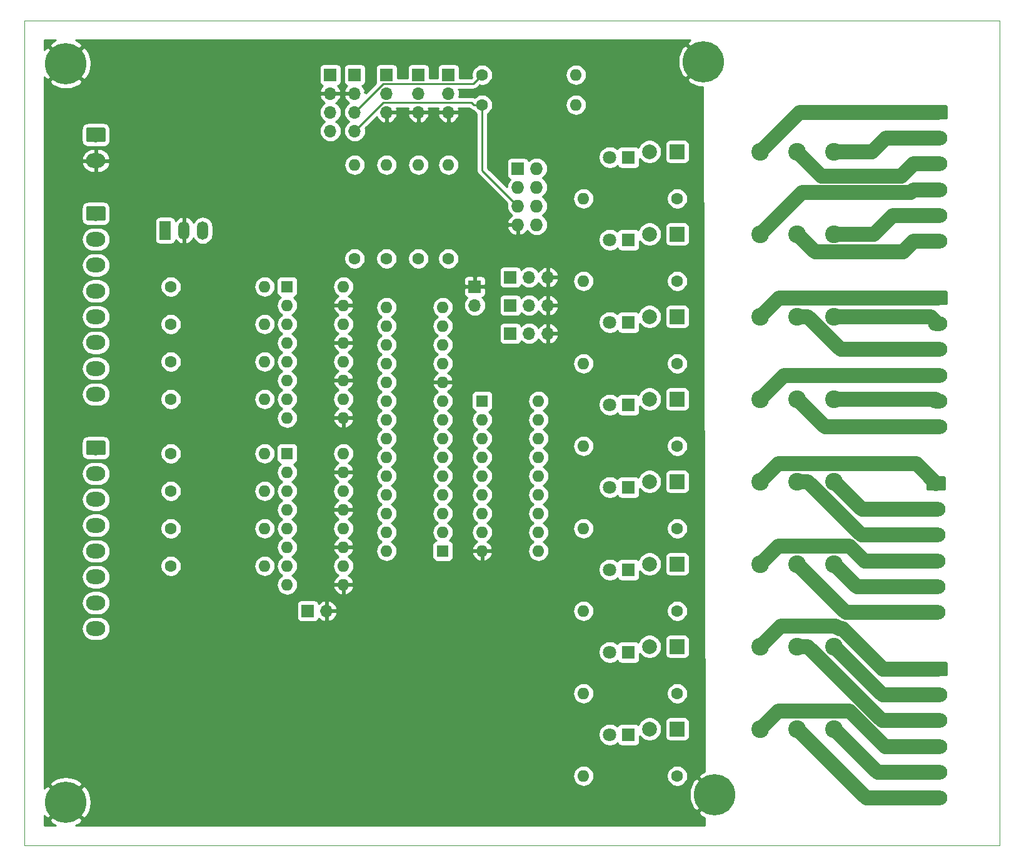
<source format=gbr>
G04 #@! TF.GenerationSoftware,KiCad,Pcbnew,(5.1.4)-1*
G04 #@! TF.CreationDate,2019-10-02T08:10:23+02:00*
G04 #@! TF.ProjectId,I2C_IO,4932435f-494f-42e6-9b69-6361645f7063,rev?*
G04 #@! TF.SameCoordinates,Original*
G04 #@! TF.FileFunction,Copper,L2,Bot*
G04 #@! TF.FilePolarity,Positive*
%FSLAX46Y46*%
G04 Gerber Fmt 4.6, Leading zero omitted, Abs format (unit mm)*
G04 Created by KiCad (PCBNEW (5.1.4)-1) date 2019-10-02 08:10:23*
%MOMM*%
%LPD*%
G04 APERTURE LIST*
%ADD10C,0.050000*%
%ADD11O,1.700000X1.700000*%
%ADD12R,1.700000X1.700000*%
%ADD13C,5.600000*%
%ADD14O,2.600000X2.000000*%
%ADD15C,0.100000*%
%ADD16C,2.000000*%
%ADD17O,1.600000X1.600000*%
%ADD18R,1.600000X1.600000*%
%ADD19O,1.500000X2.500000*%
%ADD20R,1.500000X2.500000*%
%ADD21C,1.600000*%
%ADD22R,2.000000X2.000000*%
%ADD23C,2.400000*%
%ADD24O,1.727200X1.727200*%
%ADD25R,1.727200X1.727200*%
%ADD26C,1.800000*%
%ADD27R,1.800000X1.800000*%
%ADD28C,0.250000*%
%ADD29C,2.000000*%
%ADD30C,1.000000*%
%ADD31C,0.254000*%
G04 APERTURE END LIST*
D10*
X132080000Y-35560000D02*
X264160000Y-35560000D01*
X132080000Y-147320000D02*
X132080000Y-35560000D01*
X264160000Y-147320000D02*
X132080000Y-147320000D01*
X264160000Y-35560000D02*
X264160000Y-147320000D01*
D11*
X173482000Y-50546000D03*
X173482000Y-48006000D03*
X173482000Y-45466000D03*
D12*
X173482000Y-42926000D03*
D11*
X176784000Y-50546000D03*
X176784000Y-48006000D03*
X176784000Y-45466000D03*
D12*
X176784000Y-42926000D03*
D13*
X224028000Y-41148000D03*
X137668000Y-41402000D03*
X225552000Y-140462000D03*
X137668000Y-141478000D03*
D14*
X141732000Y-54554000D03*
D15*
G36*
X142806504Y-50055204D02*
G01*
X142830773Y-50058804D01*
X142854571Y-50064765D01*
X142877671Y-50073030D01*
X142899849Y-50083520D01*
X142920893Y-50096133D01*
X142940598Y-50110747D01*
X142958777Y-50127223D01*
X142975253Y-50145402D01*
X142989867Y-50165107D01*
X143002480Y-50186151D01*
X143012970Y-50208329D01*
X143021235Y-50231429D01*
X143027196Y-50255227D01*
X143030796Y-50279496D01*
X143032000Y-50304000D01*
X143032000Y-51804000D01*
X143030796Y-51828504D01*
X143027196Y-51852773D01*
X143021235Y-51876571D01*
X143012970Y-51899671D01*
X143002480Y-51921849D01*
X142989867Y-51942893D01*
X142975253Y-51962598D01*
X142958777Y-51980777D01*
X142940598Y-51997253D01*
X142920893Y-52011867D01*
X142899849Y-52024480D01*
X142877671Y-52034970D01*
X142854571Y-52043235D01*
X142830773Y-52049196D01*
X142806504Y-52052796D01*
X142782000Y-52054000D01*
X140682000Y-52054000D01*
X140657496Y-52052796D01*
X140633227Y-52049196D01*
X140609429Y-52043235D01*
X140586329Y-52034970D01*
X140564151Y-52024480D01*
X140543107Y-52011867D01*
X140523402Y-51997253D01*
X140505223Y-51980777D01*
X140488747Y-51962598D01*
X140474133Y-51942893D01*
X140461520Y-51921849D01*
X140451030Y-51899671D01*
X140442765Y-51876571D01*
X140436804Y-51852773D01*
X140433204Y-51828504D01*
X140432000Y-51804000D01*
X140432000Y-50304000D01*
X140433204Y-50279496D01*
X140436804Y-50255227D01*
X140442765Y-50231429D01*
X140451030Y-50208329D01*
X140461520Y-50186151D01*
X140474133Y-50165107D01*
X140488747Y-50145402D01*
X140505223Y-50127223D01*
X140523402Y-50110747D01*
X140543107Y-50096133D01*
X140564151Y-50083520D01*
X140586329Y-50073030D01*
X140609429Y-50064765D01*
X140633227Y-50058804D01*
X140657496Y-50055204D01*
X140682000Y-50054000D01*
X142782000Y-50054000D01*
X142806504Y-50055204D01*
X142806504Y-50055204D01*
G37*
D16*
X141732000Y-51054000D03*
D17*
X175260000Y-94234000D03*
X167640000Y-112014000D03*
X175260000Y-96774000D03*
X167640000Y-109474000D03*
X175260000Y-99314000D03*
X167640000Y-106934000D03*
X175260000Y-101854000D03*
X167640000Y-104394000D03*
X175260000Y-104394000D03*
X167640000Y-101854000D03*
X175260000Y-106934000D03*
X167640000Y-99314000D03*
X175260000Y-109474000D03*
X167640000Y-96774000D03*
X175260000Y-112014000D03*
D18*
X167640000Y-94234000D03*
D17*
X175260000Y-71628000D03*
X167640000Y-89408000D03*
X175260000Y-74168000D03*
X167640000Y-86868000D03*
X175260000Y-76708000D03*
X167640000Y-84328000D03*
X175260000Y-79248000D03*
X167640000Y-81788000D03*
X175260000Y-81788000D03*
X167640000Y-79248000D03*
X175260000Y-84328000D03*
X167640000Y-76708000D03*
X175260000Y-86868000D03*
X167640000Y-74168000D03*
X175260000Y-89408000D03*
D18*
X167640000Y-71628000D03*
D17*
X181102000Y-107442000D03*
X188722000Y-74422000D03*
X181102000Y-104902000D03*
X188722000Y-76962000D03*
X181102000Y-102362000D03*
X188722000Y-79502000D03*
X181102000Y-99822000D03*
X188722000Y-82042000D03*
X181102000Y-97282000D03*
X188722000Y-84582000D03*
X181102000Y-94742000D03*
X188722000Y-87122000D03*
X181102000Y-92202000D03*
X188722000Y-89662000D03*
X181102000Y-89662000D03*
X188722000Y-92202000D03*
X181102000Y-87122000D03*
X188722000Y-94742000D03*
X181102000Y-84582000D03*
X188722000Y-97282000D03*
X181102000Y-82042000D03*
X188722000Y-99822000D03*
X181102000Y-79502000D03*
X188722000Y-102362000D03*
X181102000Y-76962000D03*
X188722000Y-104902000D03*
X181102000Y-74422000D03*
D18*
X188722000Y-107442000D03*
D19*
X156210000Y-64008000D03*
X153670000Y-64008000D03*
D20*
X151130000Y-64008000D03*
D17*
X201676000Y-87122000D03*
X194056000Y-107442000D03*
X201676000Y-89662000D03*
X194056000Y-104902000D03*
X201676000Y-92202000D03*
X194056000Y-102362000D03*
X201676000Y-94742000D03*
X194056000Y-99822000D03*
X201676000Y-97282000D03*
X194056000Y-97282000D03*
X201676000Y-99822000D03*
X194056000Y-94742000D03*
X201676000Y-102362000D03*
X194056000Y-92202000D03*
X201676000Y-104902000D03*
X194056000Y-89662000D03*
X201676000Y-107442000D03*
D18*
X194056000Y-87122000D03*
D17*
X164592000Y-109474000D03*
D21*
X151892000Y-109474000D03*
D17*
X164592000Y-86868000D03*
D21*
X151892000Y-86868000D03*
D17*
X164592000Y-104394000D03*
D21*
X151892000Y-104394000D03*
D17*
X164592000Y-81788000D03*
D21*
X151892000Y-81788000D03*
D17*
X164592000Y-99314000D03*
D21*
X151892000Y-99314000D03*
D17*
X164592000Y-76708000D03*
D21*
X151892000Y-76708000D03*
D17*
X189484000Y-55118000D03*
D21*
X189484000Y-67818000D03*
D17*
X185420000Y-55118000D03*
D21*
X185420000Y-67818000D03*
D17*
X181102000Y-55118000D03*
D21*
X181102000Y-67818000D03*
D17*
X164592000Y-94234000D03*
D21*
X151892000Y-94234000D03*
D17*
X164592000Y-71628000D03*
D21*
X151892000Y-71628000D03*
D17*
X206756000Y-42926000D03*
D21*
X194056000Y-42926000D03*
D17*
X206756000Y-46990000D03*
D21*
X194056000Y-46990000D03*
D17*
X176784000Y-55118000D03*
D21*
X176784000Y-67818000D03*
D17*
X207772000Y-137922000D03*
D21*
X220472000Y-137922000D03*
D17*
X207772000Y-126746000D03*
D21*
X220472000Y-126746000D03*
D17*
X207772000Y-115570000D03*
D21*
X220472000Y-115570000D03*
D17*
X207772000Y-104394000D03*
D21*
X220472000Y-104394000D03*
D17*
X207772000Y-93218000D03*
D21*
X220472000Y-93218000D03*
D17*
X207772000Y-82042000D03*
D21*
X220472000Y-82042000D03*
D17*
X207772000Y-70866000D03*
D21*
X220472000Y-70866000D03*
D17*
X207772000Y-59690000D03*
D21*
X220472000Y-59690000D03*
D16*
X216722000Y-131572000D03*
D22*
X220472000Y-131572000D03*
D23*
X231722000Y-131572000D03*
X236722000Y-131572000D03*
X241722000Y-131572000D03*
D16*
X216722000Y-120396000D03*
D22*
X220472000Y-120396000D03*
D23*
X231722000Y-120396000D03*
X236722000Y-120396000D03*
X241722000Y-120396000D03*
D16*
X216722000Y-109220000D03*
D22*
X220472000Y-109220000D03*
D23*
X231722000Y-109220000D03*
X236722000Y-109220000D03*
X241722000Y-109220000D03*
D16*
X216722000Y-98044000D03*
D22*
X220472000Y-98044000D03*
D23*
X231722000Y-98044000D03*
X236722000Y-98044000D03*
X241722000Y-98044000D03*
D16*
X216722000Y-86868000D03*
D22*
X220472000Y-86868000D03*
D23*
X231722000Y-86868000D03*
X236722000Y-86868000D03*
X241722000Y-86868000D03*
D16*
X216722000Y-75692000D03*
D22*
X220472000Y-75692000D03*
D23*
X231722000Y-75692000D03*
X236722000Y-75692000D03*
X241722000Y-75692000D03*
D16*
X216722000Y-64516000D03*
D22*
X220472000Y-64516000D03*
D23*
X231722000Y-64516000D03*
X236722000Y-64516000D03*
X241722000Y-64516000D03*
D16*
X216722000Y-53340000D03*
D22*
X220472000Y-53340000D03*
D23*
X231722000Y-53340000D03*
X236722000Y-53340000D03*
X241722000Y-53340000D03*
D11*
X189484000Y-48006000D03*
X189484000Y-45466000D03*
D12*
X189484000Y-42926000D03*
D11*
X185420000Y-48006000D03*
X185420000Y-45466000D03*
D12*
X185420000Y-42926000D03*
D11*
X181102000Y-48006000D03*
X181102000Y-45466000D03*
D12*
X181102000Y-42926000D03*
D11*
X172974000Y-115570000D03*
D12*
X170434000Y-115570000D03*
D11*
X193040000Y-74168000D03*
D12*
X193040000Y-71628000D03*
D14*
X141732000Y-117972000D03*
X141732000Y-114472000D03*
X141732000Y-110972000D03*
X141732000Y-107472000D03*
X141732000Y-103972000D03*
X141732000Y-100472000D03*
X141732000Y-96972000D03*
D15*
G36*
X142806504Y-92473204D02*
G01*
X142830773Y-92476804D01*
X142854571Y-92482765D01*
X142877671Y-92491030D01*
X142899849Y-92501520D01*
X142920893Y-92514133D01*
X142940598Y-92528747D01*
X142958777Y-92545223D01*
X142975253Y-92563402D01*
X142989867Y-92583107D01*
X143002480Y-92604151D01*
X143012970Y-92626329D01*
X143021235Y-92649429D01*
X143027196Y-92673227D01*
X143030796Y-92697496D01*
X143032000Y-92722000D01*
X143032000Y-94222000D01*
X143030796Y-94246504D01*
X143027196Y-94270773D01*
X143021235Y-94294571D01*
X143012970Y-94317671D01*
X143002480Y-94339849D01*
X142989867Y-94360893D01*
X142975253Y-94380598D01*
X142958777Y-94398777D01*
X142940598Y-94415253D01*
X142920893Y-94429867D01*
X142899849Y-94442480D01*
X142877671Y-94452970D01*
X142854571Y-94461235D01*
X142830773Y-94467196D01*
X142806504Y-94470796D01*
X142782000Y-94472000D01*
X140682000Y-94472000D01*
X140657496Y-94470796D01*
X140633227Y-94467196D01*
X140609429Y-94461235D01*
X140586329Y-94452970D01*
X140564151Y-94442480D01*
X140543107Y-94429867D01*
X140523402Y-94415253D01*
X140505223Y-94398777D01*
X140488747Y-94380598D01*
X140474133Y-94360893D01*
X140461520Y-94339849D01*
X140451030Y-94317671D01*
X140442765Y-94294571D01*
X140436804Y-94270773D01*
X140433204Y-94246504D01*
X140432000Y-94222000D01*
X140432000Y-92722000D01*
X140433204Y-92697496D01*
X140436804Y-92673227D01*
X140442765Y-92649429D01*
X140451030Y-92626329D01*
X140461520Y-92604151D01*
X140474133Y-92583107D01*
X140488747Y-92563402D01*
X140505223Y-92545223D01*
X140523402Y-92528747D01*
X140543107Y-92514133D01*
X140564151Y-92501520D01*
X140586329Y-92491030D01*
X140609429Y-92482765D01*
X140633227Y-92476804D01*
X140657496Y-92473204D01*
X140682000Y-92472000D01*
X142782000Y-92472000D01*
X142806504Y-92473204D01*
X142806504Y-92473204D01*
G37*
D16*
X141732000Y-93472000D03*
D14*
X141732000Y-86222000D03*
X141732000Y-82722000D03*
X141732000Y-79222000D03*
X141732000Y-75722000D03*
X141732000Y-72222000D03*
X141732000Y-68722000D03*
X141732000Y-65222000D03*
D15*
G36*
X142806504Y-60723204D02*
G01*
X142830773Y-60726804D01*
X142854571Y-60732765D01*
X142877671Y-60741030D01*
X142899849Y-60751520D01*
X142920893Y-60764133D01*
X142940598Y-60778747D01*
X142958777Y-60795223D01*
X142975253Y-60813402D01*
X142989867Y-60833107D01*
X143002480Y-60854151D01*
X143012970Y-60876329D01*
X143021235Y-60899429D01*
X143027196Y-60923227D01*
X143030796Y-60947496D01*
X143032000Y-60972000D01*
X143032000Y-62472000D01*
X143030796Y-62496504D01*
X143027196Y-62520773D01*
X143021235Y-62544571D01*
X143012970Y-62567671D01*
X143002480Y-62589849D01*
X142989867Y-62610893D01*
X142975253Y-62630598D01*
X142958777Y-62648777D01*
X142940598Y-62665253D01*
X142920893Y-62679867D01*
X142899849Y-62692480D01*
X142877671Y-62702970D01*
X142854571Y-62711235D01*
X142830773Y-62717196D01*
X142806504Y-62720796D01*
X142782000Y-62722000D01*
X140682000Y-62722000D01*
X140657496Y-62720796D01*
X140633227Y-62717196D01*
X140609429Y-62711235D01*
X140586329Y-62702970D01*
X140564151Y-62692480D01*
X140543107Y-62679867D01*
X140523402Y-62665253D01*
X140505223Y-62648777D01*
X140488747Y-62630598D01*
X140474133Y-62610893D01*
X140461520Y-62589849D01*
X140451030Y-62567671D01*
X140442765Y-62544571D01*
X140436804Y-62520773D01*
X140433204Y-62496504D01*
X140432000Y-62472000D01*
X140432000Y-60972000D01*
X140433204Y-60947496D01*
X140436804Y-60923227D01*
X140442765Y-60899429D01*
X140451030Y-60876329D01*
X140461520Y-60854151D01*
X140474133Y-60833107D01*
X140488747Y-60813402D01*
X140505223Y-60795223D01*
X140523402Y-60778747D01*
X140543107Y-60764133D01*
X140564151Y-60751520D01*
X140586329Y-60741030D01*
X140609429Y-60732765D01*
X140633227Y-60726804D01*
X140657496Y-60723204D01*
X140682000Y-60722000D01*
X142782000Y-60722000D01*
X142806504Y-60723204D01*
X142806504Y-60723204D01*
G37*
D16*
X141732000Y-61722000D03*
D11*
X202946000Y-74168000D03*
X200406000Y-74168000D03*
D12*
X197866000Y-74168000D03*
D11*
X202946000Y-70358000D03*
X200406000Y-70358000D03*
D12*
X197866000Y-70358000D03*
D11*
X202946000Y-77978000D03*
X200406000Y-77978000D03*
D12*
X197866000Y-77978000D03*
D24*
X201422000Y-63246000D03*
X198882000Y-63246000D03*
X201422000Y-60706000D03*
X198882000Y-60706000D03*
X201422000Y-58166000D03*
X198882000Y-58166000D03*
X201422000Y-55626000D03*
D25*
X198882000Y-55626000D03*
D14*
X255778000Y-140944000D03*
X255778000Y-137444000D03*
X255778000Y-133944000D03*
X255778000Y-130444000D03*
X255778000Y-126944000D03*
D15*
G36*
X256852504Y-122445204D02*
G01*
X256876773Y-122448804D01*
X256900571Y-122454765D01*
X256923671Y-122463030D01*
X256945849Y-122473520D01*
X256966893Y-122486133D01*
X256986598Y-122500747D01*
X257004777Y-122517223D01*
X257021253Y-122535402D01*
X257035867Y-122555107D01*
X257048480Y-122576151D01*
X257058970Y-122598329D01*
X257067235Y-122621429D01*
X257073196Y-122645227D01*
X257076796Y-122669496D01*
X257078000Y-122694000D01*
X257078000Y-124194000D01*
X257076796Y-124218504D01*
X257073196Y-124242773D01*
X257067235Y-124266571D01*
X257058970Y-124289671D01*
X257048480Y-124311849D01*
X257035867Y-124332893D01*
X257021253Y-124352598D01*
X257004777Y-124370777D01*
X256986598Y-124387253D01*
X256966893Y-124401867D01*
X256945849Y-124414480D01*
X256923671Y-124424970D01*
X256900571Y-124433235D01*
X256876773Y-124439196D01*
X256852504Y-124442796D01*
X256828000Y-124444000D01*
X254728000Y-124444000D01*
X254703496Y-124442796D01*
X254679227Y-124439196D01*
X254655429Y-124433235D01*
X254632329Y-124424970D01*
X254610151Y-124414480D01*
X254589107Y-124401867D01*
X254569402Y-124387253D01*
X254551223Y-124370777D01*
X254534747Y-124352598D01*
X254520133Y-124332893D01*
X254507520Y-124311849D01*
X254497030Y-124289671D01*
X254488765Y-124266571D01*
X254482804Y-124242773D01*
X254479204Y-124218504D01*
X254478000Y-124194000D01*
X254478000Y-122694000D01*
X254479204Y-122669496D01*
X254482804Y-122645227D01*
X254488765Y-122621429D01*
X254497030Y-122598329D01*
X254507520Y-122576151D01*
X254520133Y-122555107D01*
X254534747Y-122535402D01*
X254551223Y-122517223D01*
X254569402Y-122500747D01*
X254589107Y-122486133D01*
X254610151Y-122473520D01*
X254632329Y-122463030D01*
X254655429Y-122454765D01*
X254679227Y-122448804D01*
X254703496Y-122445204D01*
X254728000Y-122444000D01*
X256828000Y-122444000D01*
X256852504Y-122445204D01*
X256852504Y-122445204D01*
G37*
D16*
X255778000Y-123444000D03*
D14*
X255524000Y-115798000D03*
X255524000Y-112298000D03*
X255524000Y-108798000D03*
X255524000Y-105298000D03*
X255524000Y-101798000D03*
D15*
G36*
X256598504Y-97299204D02*
G01*
X256622773Y-97302804D01*
X256646571Y-97308765D01*
X256669671Y-97317030D01*
X256691849Y-97327520D01*
X256712893Y-97340133D01*
X256732598Y-97354747D01*
X256750777Y-97371223D01*
X256767253Y-97389402D01*
X256781867Y-97409107D01*
X256794480Y-97430151D01*
X256804970Y-97452329D01*
X256813235Y-97475429D01*
X256819196Y-97499227D01*
X256822796Y-97523496D01*
X256824000Y-97548000D01*
X256824000Y-99048000D01*
X256822796Y-99072504D01*
X256819196Y-99096773D01*
X256813235Y-99120571D01*
X256804970Y-99143671D01*
X256794480Y-99165849D01*
X256781867Y-99186893D01*
X256767253Y-99206598D01*
X256750777Y-99224777D01*
X256732598Y-99241253D01*
X256712893Y-99255867D01*
X256691849Y-99268480D01*
X256669671Y-99278970D01*
X256646571Y-99287235D01*
X256622773Y-99293196D01*
X256598504Y-99296796D01*
X256574000Y-99298000D01*
X254474000Y-99298000D01*
X254449496Y-99296796D01*
X254425227Y-99293196D01*
X254401429Y-99287235D01*
X254378329Y-99278970D01*
X254356151Y-99268480D01*
X254335107Y-99255867D01*
X254315402Y-99241253D01*
X254297223Y-99224777D01*
X254280747Y-99206598D01*
X254266133Y-99186893D01*
X254253520Y-99165849D01*
X254243030Y-99143671D01*
X254234765Y-99120571D01*
X254228804Y-99096773D01*
X254225204Y-99072504D01*
X254224000Y-99048000D01*
X254224000Y-97548000D01*
X254225204Y-97523496D01*
X254228804Y-97499227D01*
X254234765Y-97475429D01*
X254243030Y-97452329D01*
X254253520Y-97430151D01*
X254266133Y-97409107D01*
X254280747Y-97389402D01*
X254297223Y-97371223D01*
X254315402Y-97354747D01*
X254335107Y-97340133D01*
X254356151Y-97327520D01*
X254378329Y-97317030D01*
X254401429Y-97308765D01*
X254425227Y-97302804D01*
X254449496Y-97299204D01*
X254474000Y-97298000D01*
X256574000Y-97298000D01*
X256598504Y-97299204D01*
X256598504Y-97299204D01*
G37*
D16*
X255524000Y-98298000D03*
D14*
X255778000Y-90652000D03*
X255778000Y-87152000D03*
X255778000Y-83652000D03*
X255778000Y-80152000D03*
X255778000Y-76652000D03*
D15*
G36*
X256852504Y-72153204D02*
G01*
X256876773Y-72156804D01*
X256900571Y-72162765D01*
X256923671Y-72171030D01*
X256945849Y-72181520D01*
X256966893Y-72194133D01*
X256986598Y-72208747D01*
X257004777Y-72225223D01*
X257021253Y-72243402D01*
X257035867Y-72263107D01*
X257048480Y-72284151D01*
X257058970Y-72306329D01*
X257067235Y-72329429D01*
X257073196Y-72353227D01*
X257076796Y-72377496D01*
X257078000Y-72402000D01*
X257078000Y-73902000D01*
X257076796Y-73926504D01*
X257073196Y-73950773D01*
X257067235Y-73974571D01*
X257058970Y-73997671D01*
X257048480Y-74019849D01*
X257035867Y-74040893D01*
X257021253Y-74060598D01*
X257004777Y-74078777D01*
X256986598Y-74095253D01*
X256966893Y-74109867D01*
X256945849Y-74122480D01*
X256923671Y-74132970D01*
X256900571Y-74141235D01*
X256876773Y-74147196D01*
X256852504Y-74150796D01*
X256828000Y-74152000D01*
X254728000Y-74152000D01*
X254703496Y-74150796D01*
X254679227Y-74147196D01*
X254655429Y-74141235D01*
X254632329Y-74132970D01*
X254610151Y-74122480D01*
X254589107Y-74109867D01*
X254569402Y-74095253D01*
X254551223Y-74078777D01*
X254534747Y-74060598D01*
X254520133Y-74040893D01*
X254507520Y-74019849D01*
X254497030Y-73997671D01*
X254488765Y-73974571D01*
X254482804Y-73950773D01*
X254479204Y-73926504D01*
X254478000Y-73902000D01*
X254478000Y-72402000D01*
X254479204Y-72377496D01*
X254482804Y-72353227D01*
X254488765Y-72329429D01*
X254497030Y-72306329D01*
X254507520Y-72284151D01*
X254520133Y-72263107D01*
X254534747Y-72243402D01*
X254551223Y-72225223D01*
X254569402Y-72208747D01*
X254589107Y-72194133D01*
X254610151Y-72181520D01*
X254632329Y-72171030D01*
X254655429Y-72162765D01*
X254679227Y-72156804D01*
X254703496Y-72153204D01*
X254728000Y-72152000D01*
X256828000Y-72152000D01*
X256852504Y-72153204D01*
X256852504Y-72153204D01*
G37*
D16*
X255778000Y-73152000D03*
D14*
X255778000Y-65506000D03*
X255778000Y-62006000D03*
X255778000Y-58506000D03*
X255778000Y-55006000D03*
X255778000Y-51506000D03*
D15*
G36*
X256852504Y-47007204D02*
G01*
X256876773Y-47010804D01*
X256900571Y-47016765D01*
X256923671Y-47025030D01*
X256945849Y-47035520D01*
X256966893Y-47048133D01*
X256986598Y-47062747D01*
X257004777Y-47079223D01*
X257021253Y-47097402D01*
X257035867Y-47117107D01*
X257048480Y-47138151D01*
X257058970Y-47160329D01*
X257067235Y-47183429D01*
X257073196Y-47207227D01*
X257076796Y-47231496D01*
X257078000Y-47256000D01*
X257078000Y-48756000D01*
X257076796Y-48780504D01*
X257073196Y-48804773D01*
X257067235Y-48828571D01*
X257058970Y-48851671D01*
X257048480Y-48873849D01*
X257035867Y-48894893D01*
X257021253Y-48914598D01*
X257004777Y-48932777D01*
X256986598Y-48949253D01*
X256966893Y-48963867D01*
X256945849Y-48976480D01*
X256923671Y-48986970D01*
X256900571Y-48995235D01*
X256876773Y-49001196D01*
X256852504Y-49004796D01*
X256828000Y-49006000D01*
X254728000Y-49006000D01*
X254703496Y-49004796D01*
X254679227Y-49001196D01*
X254655429Y-48995235D01*
X254632329Y-48986970D01*
X254610151Y-48976480D01*
X254589107Y-48963867D01*
X254569402Y-48949253D01*
X254551223Y-48932777D01*
X254534747Y-48914598D01*
X254520133Y-48894893D01*
X254507520Y-48873849D01*
X254497030Y-48851671D01*
X254488765Y-48828571D01*
X254482804Y-48804773D01*
X254479204Y-48780504D01*
X254478000Y-48756000D01*
X254478000Y-47256000D01*
X254479204Y-47231496D01*
X254482804Y-47207227D01*
X254488765Y-47183429D01*
X254497030Y-47160329D01*
X254507520Y-47138151D01*
X254520133Y-47117107D01*
X254534747Y-47097402D01*
X254551223Y-47079223D01*
X254569402Y-47062747D01*
X254589107Y-47048133D01*
X254610151Y-47035520D01*
X254632329Y-47025030D01*
X254655429Y-47016765D01*
X254679227Y-47010804D01*
X254703496Y-47007204D01*
X254728000Y-47006000D01*
X256828000Y-47006000D01*
X256852504Y-47007204D01*
X256852504Y-47007204D01*
G37*
D16*
X255778000Y-48006000D03*
D26*
X211328000Y-132334000D03*
D27*
X213868000Y-132334000D03*
D26*
X211328000Y-121158000D03*
D27*
X213868000Y-121158000D03*
D26*
X211328000Y-109982000D03*
D27*
X213868000Y-109982000D03*
D26*
X211328000Y-98806000D03*
D27*
X213868000Y-98806000D03*
D26*
X211328000Y-87630000D03*
D27*
X213868000Y-87630000D03*
D26*
X211328000Y-76454000D03*
D27*
X213868000Y-76454000D03*
D26*
X211328000Y-65278000D03*
D27*
X213868000Y-65278000D03*
D26*
X211328000Y-54102000D03*
D27*
X213868000Y-54102000D03*
D28*
X193256001Y-43725999D02*
X194056000Y-42926000D01*
X192880999Y-44101001D02*
X193256001Y-43725999D01*
X180688999Y-44101001D02*
X192880999Y-44101001D01*
X176784000Y-48006000D02*
X180688999Y-44101001D01*
X194056000Y-55880000D02*
X198882000Y-60706000D01*
X194056000Y-46990000D02*
X194056000Y-55880000D01*
X192924630Y-46990000D02*
X194056000Y-46990000D01*
X192575631Y-46641001D02*
X192924630Y-46990000D01*
X180688999Y-46641001D02*
X192575631Y-46641001D01*
X176784000Y-50546000D02*
X180688999Y-46641001D01*
D29*
X252478000Y-65506000D02*
X255778000Y-65506000D01*
X251067999Y-66916001D02*
X252478000Y-65506000D01*
X239122001Y-66916001D02*
X251067999Y-66916001D01*
X236722000Y-64516000D02*
X239122001Y-66916001D01*
X241722000Y-64516000D02*
X247142000Y-64516000D01*
X249652000Y-62006000D02*
X255778000Y-62006000D01*
X247142000Y-64516000D02*
X249652000Y-62006000D01*
X252478000Y-58506000D02*
X255778000Y-58506000D01*
X252141990Y-58842010D02*
X252478000Y-58506000D01*
X237395990Y-58842010D02*
X252141990Y-58842010D01*
X231722000Y-64516000D02*
X237395990Y-58842010D01*
X252478000Y-55006000D02*
X255778000Y-55006000D01*
X250842000Y-56642000D02*
X252478000Y-55006000D01*
X240024000Y-56642000D02*
X250842000Y-56642000D01*
X236722000Y-53340000D02*
X240024000Y-56642000D01*
X241722000Y-53340000D02*
X246888000Y-53340000D01*
X248722000Y-51506000D02*
X255778000Y-51506000D01*
X246888000Y-53340000D02*
X248722000Y-51506000D01*
D30*
X254378000Y-48006000D02*
X255778000Y-48006000D01*
D29*
X237056000Y-48006000D02*
X255778000Y-48006000D01*
X231722000Y-53340000D02*
X237056000Y-48006000D01*
X240506000Y-90652000D02*
X255778000Y-90652000D01*
X236722000Y-86868000D02*
X240506000Y-90652000D01*
X255494000Y-86868000D02*
X255778000Y-87152000D01*
X241722000Y-86868000D02*
X255494000Y-86868000D01*
X234938000Y-83652000D02*
X255778000Y-83652000D01*
X231722000Y-86868000D02*
X234938000Y-83652000D01*
X252478000Y-80152000D02*
X255778000Y-80152000D01*
X242629998Y-80152000D02*
X252478000Y-80152000D01*
X238169998Y-75692000D02*
X242629998Y-80152000D01*
X236722000Y-75692000D02*
X238169998Y-75692000D01*
X254818000Y-75692000D02*
X255778000Y-76652000D01*
X241722000Y-75692000D02*
X254818000Y-75692000D01*
X234262000Y-73152000D02*
X255778000Y-73152000D01*
X231722000Y-75692000D02*
X234262000Y-73152000D01*
X243300000Y-115798000D02*
X255524000Y-115798000D01*
X236722000Y-109220000D02*
X243300000Y-115798000D01*
X244800000Y-112298000D02*
X255524000Y-112298000D01*
X241722000Y-109220000D02*
X244800000Y-112298000D01*
X252224000Y-108798000D02*
X255524000Y-108798000D01*
X245812715Y-108798000D02*
X252224000Y-108798000D01*
X243834714Y-106819999D02*
X245812715Y-108798000D01*
X234122001Y-106819999D02*
X243834714Y-106819999D01*
X231722000Y-109220000D02*
X234122001Y-106819999D01*
X252224000Y-105298000D02*
X255524000Y-105298000D01*
X245423998Y-105298000D02*
X252224000Y-105298000D01*
X238169998Y-98044000D02*
X245423998Y-105298000D01*
X236722000Y-98044000D02*
X238169998Y-98044000D01*
X245476000Y-101798000D02*
X255524000Y-101798000D01*
X241722000Y-98044000D02*
X245476000Y-101798000D01*
X254453290Y-97227290D02*
X255524000Y-98298000D01*
X252869999Y-95643999D02*
X254453290Y-97227290D01*
X234122001Y-95643999D02*
X252869999Y-95643999D01*
X231722000Y-98044000D02*
X234122001Y-95643999D01*
X246094000Y-140944000D02*
X255778000Y-140944000D01*
X236722000Y-131572000D02*
X246094000Y-140944000D01*
X247594000Y-137444000D02*
X255778000Y-137444000D01*
X241722000Y-131572000D02*
X247594000Y-137444000D01*
X252478000Y-133944000D02*
X255778000Y-133944000D01*
X248606716Y-133944000D02*
X252478000Y-133944000D01*
X243834715Y-129171999D02*
X248606716Y-133944000D01*
X234122001Y-129171999D02*
X243834715Y-129171999D01*
X231722000Y-131572000D02*
X234122001Y-129171999D01*
X252478000Y-130444000D02*
X255778000Y-130444000D01*
X248217998Y-130444000D02*
X252478000Y-130444000D01*
X238169998Y-120396000D02*
X248217998Y-130444000D01*
X236722000Y-120396000D02*
X238169998Y-120396000D01*
X248270000Y-126944000D02*
X255778000Y-126944000D01*
X241722000Y-120396000D02*
X248270000Y-126944000D01*
X254378000Y-123444000D02*
X255778000Y-123444000D01*
X242874001Y-117995999D02*
X248322002Y-123444000D01*
X242386716Y-117995999D02*
X242874001Y-117995999D01*
X241992717Y-117602000D02*
X242386716Y-117995999D01*
X248322002Y-123444000D02*
X254378000Y-123444000D01*
X234516000Y-117602000D02*
X241992717Y-117602000D01*
X231722000Y-120396000D02*
X234516000Y-117602000D01*
D31*
G36*
X135757470Y-38527361D02*
G01*
X135743308Y-38536823D01*
X135431124Y-38985519D01*
X137668000Y-41222395D01*
X139904876Y-38985519D01*
X139592692Y-38536823D01*
X139016477Y-38227000D01*
X222204722Y-38227000D01*
X222117470Y-38273361D01*
X222103308Y-38282823D01*
X221791124Y-38731519D01*
X223907542Y-40847937D01*
X223908968Y-41446637D01*
X221791124Y-43564481D01*
X222103308Y-44013177D01*
X222699259Y-44333612D01*
X223346273Y-44531626D01*
X223916450Y-44589205D01*
X224137247Y-137323933D01*
X223641470Y-137587361D01*
X223627308Y-137596823D01*
X223315124Y-138045519D01*
X224140931Y-138871326D01*
X224141788Y-139231393D01*
X223135519Y-138225124D01*
X222686823Y-138537308D01*
X222366388Y-139133259D01*
X222168374Y-139780273D01*
X222100390Y-140453484D01*
X222165051Y-141127023D01*
X222359870Y-141775006D01*
X222677361Y-142372530D01*
X222686823Y-142386692D01*
X223135519Y-142698876D01*
X224147635Y-141686760D01*
X224148488Y-142045117D01*
X223315124Y-142878481D01*
X223627308Y-143327177D01*
X224152212Y-143609411D01*
X224154697Y-144653000D01*
X139013245Y-144653000D01*
X139578530Y-144352639D01*
X139592692Y-144343177D01*
X139904876Y-143894481D01*
X137668000Y-141657605D01*
X135431124Y-143894481D01*
X135743308Y-144343177D01*
X136319523Y-144653000D01*
X134747000Y-144653000D01*
X134747000Y-143301278D01*
X134793361Y-143388530D01*
X134802823Y-143402692D01*
X135251519Y-143714876D01*
X137488395Y-141478000D01*
X137847605Y-141478000D01*
X140084481Y-143714876D01*
X140533177Y-143402692D01*
X140853612Y-142806741D01*
X141051626Y-142159727D01*
X141119610Y-141486516D01*
X141054949Y-140812977D01*
X140860130Y-140164994D01*
X140542639Y-139567470D01*
X140533177Y-139553308D01*
X140084481Y-139241124D01*
X137847605Y-141478000D01*
X137488395Y-141478000D01*
X135251519Y-139241124D01*
X134802823Y-139553308D01*
X134747000Y-139657129D01*
X134747000Y-139061519D01*
X135431124Y-139061519D01*
X137668000Y-141298395D01*
X139904876Y-139061519D01*
X139592692Y-138612823D01*
X138996741Y-138292388D01*
X138349727Y-138094374D01*
X137676516Y-138026390D01*
X137002977Y-138091051D01*
X136354994Y-138285870D01*
X135757470Y-138603361D01*
X135743308Y-138612823D01*
X135431124Y-139061519D01*
X134747000Y-139061519D01*
X134747000Y-137922000D01*
X206330057Y-137922000D01*
X206357764Y-138203309D01*
X206439818Y-138473808D01*
X206573068Y-138723101D01*
X206752392Y-138941608D01*
X206970899Y-139120932D01*
X207220192Y-139254182D01*
X207490691Y-139336236D01*
X207701508Y-139357000D01*
X207842492Y-139357000D01*
X208053309Y-139336236D01*
X208323808Y-139254182D01*
X208573101Y-139120932D01*
X208791608Y-138941608D01*
X208970932Y-138723101D01*
X209104182Y-138473808D01*
X209186236Y-138203309D01*
X209213943Y-137922000D01*
X209200023Y-137780665D01*
X219037000Y-137780665D01*
X219037000Y-138063335D01*
X219092147Y-138340574D01*
X219200320Y-138601727D01*
X219357363Y-138836759D01*
X219557241Y-139036637D01*
X219792273Y-139193680D01*
X220053426Y-139301853D01*
X220330665Y-139357000D01*
X220613335Y-139357000D01*
X220890574Y-139301853D01*
X221151727Y-139193680D01*
X221386759Y-139036637D01*
X221586637Y-138836759D01*
X221743680Y-138601727D01*
X221851853Y-138340574D01*
X221907000Y-138063335D01*
X221907000Y-137780665D01*
X221851853Y-137503426D01*
X221743680Y-137242273D01*
X221586637Y-137007241D01*
X221386759Y-136807363D01*
X221151727Y-136650320D01*
X220890574Y-136542147D01*
X220613335Y-136487000D01*
X220330665Y-136487000D01*
X220053426Y-136542147D01*
X219792273Y-136650320D01*
X219557241Y-136807363D01*
X219357363Y-137007241D01*
X219200320Y-137242273D01*
X219092147Y-137503426D01*
X219037000Y-137780665D01*
X209200023Y-137780665D01*
X209186236Y-137640691D01*
X209104182Y-137370192D01*
X208970932Y-137120899D01*
X208791608Y-136902392D01*
X208573101Y-136723068D01*
X208323808Y-136589818D01*
X208053309Y-136507764D01*
X207842492Y-136487000D01*
X207701508Y-136487000D01*
X207490691Y-136507764D01*
X207220192Y-136589818D01*
X206970899Y-136723068D01*
X206752392Y-136902392D01*
X206573068Y-137120899D01*
X206439818Y-137370192D01*
X206357764Y-137640691D01*
X206330057Y-137922000D01*
X134747000Y-137922000D01*
X134747000Y-132182816D01*
X209793000Y-132182816D01*
X209793000Y-132485184D01*
X209851989Y-132781743D01*
X209967701Y-133061095D01*
X210135688Y-133312505D01*
X210349495Y-133526312D01*
X210600905Y-133694299D01*
X210880257Y-133810011D01*
X211176816Y-133869000D01*
X211479184Y-133869000D01*
X211775743Y-133810011D01*
X212055095Y-133694299D01*
X212306505Y-133526312D01*
X212372944Y-133459873D01*
X212378498Y-133478180D01*
X212437463Y-133588494D01*
X212516815Y-133685185D01*
X212613506Y-133764537D01*
X212723820Y-133823502D01*
X212843518Y-133859812D01*
X212968000Y-133872072D01*
X214768000Y-133872072D01*
X214892482Y-133859812D01*
X215012180Y-133823502D01*
X215122494Y-133764537D01*
X215219185Y-133685185D01*
X215298537Y-133588494D01*
X215357502Y-133478180D01*
X215393812Y-133358482D01*
X215406072Y-133234000D01*
X215406072Y-132545496D01*
X215452013Y-132614252D01*
X215679748Y-132841987D01*
X215947537Y-133020918D01*
X216245088Y-133144168D01*
X216560967Y-133207000D01*
X216883033Y-133207000D01*
X217198912Y-133144168D01*
X217496463Y-133020918D01*
X217764252Y-132841987D01*
X217991987Y-132614252D01*
X218170918Y-132346463D01*
X218294168Y-132048912D01*
X218357000Y-131733033D01*
X218357000Y-131410967D01*
X218294168Y-131095088D01*
X218170918Y-130797537D01*
X218020219Y-130572000D01*
X218833928Y-130572000D01*
X218833928Y-132572000D01*
X218846188Y-132696482D01*
X218882498Y-132816180D01*
X218941463Y-132926494D01*
X219020815Y-133023185D01*
X219117506Y-133102537D01*
X219227820Y-133161502D01*
X219347518Y-133197812D01*
X219472000Y-133210072D01*
X221472000Y-133210072D01*
X221596482Y-133197812D01*
X221716180Y-133161502D01*
X221826494Y-133102537D01*
X221923185Y-133023185D01*
X222002537Y-132926494D01*
X222061502Y-132816180D01*
X222097812Y-132696482D01*
X222110072Y-132572000D01*
X222110072Y-130572000D01*
X222097812Y-130447518D01*
X222061502Y-130327820D01*
X222002537Y-130217506D01*
X221923185Y-130120815D01*
X221826494Y-130041463D01*
X221716180Y-129982498D01*
X221596482Y-129946188D01*
X221472000Y-129933928D01*
X219472000Y-129933928D01*
X219347518Y-129946188D01*
X219227820Y-129982498D01*
X219117506Y-130041463D01*
X219020815Y-130120815D01*
X218941463Y-130217506D01*
X218882498Y-130327820D01*
X218846188Y-130447518D01*
X218833928Y-130572000D01*
X218020219Y-130572000D01*
X217991987Y-130529748D01*
X217764252Y-130302013D01*
X217496463Y-130123082D01*
X217198912Y-129999832D01*
X216883033Y-129937000D01*
X216560967Y-129937000D01*
X216245088Y-129999832D01*
X215947537Y-130123082D01*
X215679748Y-130302013D01*
X215452013Y-130529748D01*
X215273082Y-130797537D01*
X215202134Y-130968821D01*
X215122494Y-130903463D01*
X215012180Y-130844498D01*
X214892482Y-130808188D01*
X214768000Y-130795928D01*
X212968000Y-130795928D01*
X212843518Y-130808188D01*
X212723820Y-130844498D01*
X212613506Y-130903463D01*
X212516815Y-130982815D01*
X212437463Y-131079506D01*
X212378498Y-131189820D01*
X212372944Y-131208127D01*
X212306505Y-131141688D01*
X212055095Y-130973701D01*
X211775743Y-130857989D01*
X211479184Y-130799000D01*
X211176816Y-130799000D01*
X210880257Y-130857989D01*
X210600905Y-130973701D01*
X210349495Y-131141688D01*
X210135688Y-131355495D01*
X209967701Y-131606905D01*
X209851989Y-131886257D01*
X209793000Y-132182816D01*
X134747000Y-132182816D01*
X134747000Y-126746000D01*
X206330057Y-126746000D01*
X206357764Y-127027309D01*
X206439818Y-127297808D01*
X206573068Y-127547101D01*
X206752392Y-127765608D01*
X206970899Y-127944932D01*
X207220192Y-128078182D01*
X207490691Y-128160236D01*
X207701508Y-128181000D01*
X207842492Y-128181000D01*
X208053309Y-128160236D01*
X208323808Y-128078182D01*
X208573101Y-127944932D01*
X208791608Y-127765608D01*
X208970932Y-127547101D01*
X209104182Y-127297808D01*
X209186236Y-127027309D01*
X209213943Y-126746000D01*
X209200023Y-126604665D01*
X219037000Y-126604665D01*
X219037000Y-126887335D01*
X219092147Y-127164574D01*
X219200320Y-127425727D01*
X219357363Y-127660759D01*
X219557241Y-127860637D01*
X219792273Y-128017680D01*
X220053426Y-128125853D01*
X220330665Y-128181000D01*
X220613335Y-128181000D01*
X220890574Y-128125853D01*
X221151727Y-128017680D01*
X221386759Y-127860637D01*
X221586637Y-127660759D01*
X221743680Y-127425727D01*
X221851853Y-127164574D01*
X221907000Y-126887335D01*
X221907000Y-126604665D01*
X221851853Y-126327426D01*
X221743680Y-126066273D01*
X221586637Y-125831241D01*
X221386759Y-125631363D01*
X221151727Y-125474320D01*
X220890574Y-125366147D01*
X220613335Y-125311000D01*
X220330665Y-125311000D01*
X220053426Y-125366147D01*
X219792273Y-125474320D01*
X219557241Y-125631363D01*
X219357363Y-125831241D01*
X219200320Y-126066273D01*
X219092147Y-126327426D01*
X219037000Y-126604665D01*
X209200023Y-126604665D01*
X209186236Y-126464691D01*
X209104182Y-126194192D01*
X208970932Y-125944899D01*
X208791608Y-125726392D01*
X208573101Y-125547068D01*
X208323808Y-125413818D01*
X208053309Y-125331764D01*
X207842492Y-125311000D01*
X207701508Y-125311000D01*
X207490691Y-125331764D01*
X207220192Y-125413818D01*
X206970899Y-125547068D01*
X206752392Y-125726392D01*
X206573068Y-125944899D01*
X206439818Y-126194192D01*
X206357764Y-126464691D01*
X206330057Y-126746000D01*
X134747000Y-126746000D01*
X134747000Y-121006816D01*
X209793000Y-121006816D01*
X209793000Y-121309184D01*
X209851989Y-121605743D01*
X209967701Y-121885095D01*
X210135688Y-122136505D01*
X210349495Y-122350312D01*
X210600905Y-122518299D01*
X210880257Y-122634011D01*
X211176816Y-122693000D01*
X211479184Y-122693000D01*
X211775743Y-122634011D01*
X212055095Y-122518299D01*
X212306505Y-122350312D01*
X212372944Y-122283873D01*
X212378498Y-122302180D01*
X212437463Y-122412494D01*
X212516815Y-122509185D01*
X212613506Y-122588537D01*
X212723820Y-122647502D01*
X212843518Y-122683812D01*
X212968000Y-122696072D01*
X214768000Y-122696072D01*
X214892482Y-122683812D01*
X215012180Y-122647502D01*
X215122494Y-122588537D01*
X215219185Y-122509185D01*
X215298537Y-122412494D01*
X215357502Y-122302180D01*
X215393812Y-122182482D01*
X215406072Y-122058000D01*
X215406072Y-121369496D01*
X215452013Y-121438252D01*
X215679748Y-121665987D01*
X215947537Y-121844918D01*
X216245088Y-121968168D01*
X216560967Y-122031000D01*
X216883033Y-122031000D01*
X217198912Y-121968168D01*
X217496463Y-121844918D01*
X217764252Y-121665987D01*
X217991987Y-121438252D01*
X218170918Y-121170463D01*
X218294168Y-120872912D01*
X218357000Y-120557033D01*
X218357000Y-120234967D01*
X218294168Y-119919088D01*
X218170918Y-119621537D01*
X218020219Y-119396000D01*
X218833928Y-119396000D01*
X218833928Y-121396000D01*
X218846188Y-121520482D01*
X218882498Y-121640180D01*
X218941463Y-121750494D01*
X219020815Y-121847185D01*
X219117506Y-121926537D01*
X219227820Y-121985502D01*
X219347518Y-122021812D01*
X219472000Y-122034072D01*
X221472000Y-122034072D01*
X221596482Y-122021812D01*
X221716180Y-121985502D01*
X221826494Y-121926537D01*
X221923185Y-121847185D01*
X222002537Y-121750494D01*
X222061502Y-121640180D01*
X222097812Y-121520482D01*
X222110072Y-121396000D01*
X222110072Y-119396000D01*
X222097812Y-119271518D01*
X222061502Y-119151820D01*
X222002537Y-119041506D01*
X221923185Y-118944815D01*
X221826494Y-118865463D01*
X221716180Y-118806498D01*
X221596482Y-118770188D01*
X221472000Y-118757928D01*
X219472000Y-118757928D01*
X219347518Y-118770188D01*
X219227820Y-118806498D01*
X219117506Y-118865463D01*
X219020815Y-118944815D01*
X218941463Y-119041506D01*
X218882498Y-119151820D01*
X218846188Y-119271518D01*
X218833928Y-119396000D01*
X218020219Y-119396000D01*
X217991987Y-119353748D01*
X217764252Y-119126013D01*
X217496463Y-118947082D01*
X217198912Y-118823832D01*
X216883033Y-118761000D01*
X216560967Y-118761000D01*
X216245088Y-118823832D01*
X215947537Y-118947082D01*
X215679748Y-119126013D01*
X215452013Y-119353748D01*
X215273082Y-119621537D01*
X215202134Y-119792821D01*
X215122494Y-119727463D01*
X215012180Y-119668498D01*
X214892482Y-119632188D01*
X214768000Y-119619928D01*
X212968000Y-119619928D01*
X212843518Y-119632188D01*
X212723820Y-119668498D01*
X212613506Y-119727463D01*
X212516815Y-119806815D01*
X212437463Y-119903506D01*
X212378498Y-120013820D01*
X212372944Y-120032127D01*
X212306505Y-119965688D01*
X212055095Y-119797701D01*
X211775743Y-119681989D01*
X211479184Y-119623000D01*
X211176816Y-119623000D01*
X210880257Y-119681989D01*
X210600905Y-119797701D01*
X210349495Y-119965688D01*
X210135688Y-120179495D01*
X209967701Y-120430905D01*
X209851989Y-120710257D01*
X209793000Y-121006816D01*
X134747000Y-121006816D01*
X134747000Y-117972000D01*
X139789089Y-117972000D01*
X139820657Y-118292516D01*
X139914148Y-118600715D01*
X140065969Y-118884752D01*
X140270286Y-119133714D01*
X140519248Y-119338031D01*
X140803285Y-119489852D01*
X141111484Y-119583343D01*
X141351678Y-119607000D01*
X142112322Y-119607000D01*
X142352516Y-119583343D01*
X142660715Y-119489852D01*
X142944752Y-119338031D01*
X143193714Y-119133714D01*
X143398031Y-118884752D01*
X143549852Y-118600715D01*
X143643343Y-118292516D01*
X143674911Y-117972000D01*
X143643343Y-117651484D01*
X143549852Y-117343285D01*
X143398031Y-117059248D01*
X143193714Y-116810286D01*
X142944752Y-116605969D01*
X142660715Y-116454148D01*
X142352516Y-116360657D01*
X142112322Y-116337000D01*
X141351678Y-116337000D01*
X141111484Y-116360657D01*
X140803285Y-116454148D01*
X140519248Y-116605969D01*
X140270286Y-116810286D01*
X140065969Y-117059248D01*
X139914148Y-117343285D01*
X139820657Y-117651484D01*
X139789089Y-117972000D01*
X134747000Y-117972000D01*
X134747000Y-114472000D01*
X139789089Y-114472000D01*
X139820657Y-114792516D01*
X139914148Y-115100715D01*
X140065969Y-115384752D01*
X140270286Y-115633714D01*
X140519248Y-115838031D01*
X140803285Y-115989852D01*
X141111484Y-116083343D01*
X141351678Y-116107000D01*
X142112322Y-116107000D01*
X142352516Y-116083343D01*
X142660715Y-115989852D01*
X142944752Y-115838031D01*
X143193714Y-115633714D01*
X143398031Y-115384752D01*
X143549852Y-115100715D01*
X143643343Y-114792516D01*
X143650485Y-114720000D01*
X168945928Y-114720000D01*
X168945928Y-116420000D01*
X168958188Y-116544482D01*
X168994498Y-116664180D01*
X169053463Y-116774494D01*
X169132815Y-116871185D01*
X169229506Y-116950537D01*
X169339820Y-117009502D01*
X169459518Y-117045812D01*
X169584000Y-117058072D01*
X171284000Y-117058072D01*
X171408482Y-117045812D01*
X171528180Y-117009502D01*
X171638494Y-116950537D01*
X171735185Y-116871185D01*
X171814537Y-116774494D01*
X171873502Y-116664180D01*
X171897966Y-116583534D01*
X171973731Y-116667588D01*
X172207080Y-116841641D01*
X172469901Y-116966825D01*
X172617110Y-117011476D01*
X172847000Y-116890155D01*
X172847000Y-115697000D01*
X173101000Y-115697000D01*
X173101000Y-116890155D01*
X173330890Y-117011476D01*
X173478099Y-116966825D01*
X173740920Y-116841641D01*
X173974269Y-116667588D01*
X174169178Y-116451355D01*
X174318157Y-116201252D01*
X174415481Y-115926891D01*
X174294814Y-115697000D01*
X173101000Y-115697000D01*
X172847000Y-115697000D01*
X172827000Y-115697000D01*
X172827000Y-115570000D01*
X206330057Y-115570000D01*
X206357764Y-115851309D01*
X206439818Y-116121808D01*
X206573068Y-116371101D01*
X206752392Y-116589608D01*
X206970899Y-116768932D01*
X207220192Y-116902182D01*
X207490691Y-116984236D01*
X207701508Y-117005000D01*
X207842492Y-117005000D01*
X208053309Y-116984236D01*
X208323808Y-116902182D01*
X208573101Y-116768932D01*
X208791608Y-116589608D01*
X208970932Y-116371101D01*
X209104182Y-116121808D01*
X209186236Y-115851309D01*
X209213943Y-115570000D01*
X209200023Y-115428665D01*
X219037000Y-115428665D01*
X219037000Y-115711335D01*
X219092147Y-115988574D01*
X219200320Y-116249727D01*
X219357363Y-116484759D01*
X219557241Y-116684637D01*
X219792273Y-116841680D01*
X220053426Y-116949853D01*
X220330665Y-117005000D01*
X220613335Y-117005000D01*
X220890574Y-116949853D01*
X221151727Y-116841680D01*
X221386759Y-116684637D01*
X221586637Y-116484759D01*
X221743680Y-116249727D01*
X221851853Y-115988574D01*
X221907000Y-115711335D01*
X221907000Y-115428665D01*
X221851853Y-115151426D01*
X221743680Y-114890273D01*
X221586637Y-114655241D01*
X221386759Y-114455363D01*
X221151727Y-114298320D01*
X220890574Y-114190147D01*
X220613335Y-114135000D01*
X220330665Y-114135000D01*
X220053426Y-114190147D01*
X219792273Y-114298320D01*
X219557241Y-114455363D01*
X219357363Y-114655241D01*
X219200320Y-114890273D01*
X219092147Y-115151426D01*
X219037000Y-115428665D01*
X209200023Y-115428665D01*
X209186236Y-115288691D01*
X209104182Y-115018192D01*
X208970932Y-114768899D01*
X208791608Y-114550392D01*
X208573101Y-114371068D01*
X208323808Y-114237818D01*
X208053309Y-114155764D01*
X207842492Y-114135000D01*
X207701508Y-114135000D01*
X207490691Y-114155764D01*
X207220192Y-114237818D01*
X206970899Y-114371068D01*
X206752392Y-114550392D01*
X206573068Y-114768899D01*
X206439818Y-115018192D01*
X206357764Y-115288691D01*
X206330057Y-115570000D01*
X172827000Y-115570000D01*
X172827000Y-115443000D01*
X172847000Y-115443000D01*
X172847000Y-114249845D01*
X173101000Y-114249845D01*
X173101000Y-115443000D01*
X174294814Y-115443000D01*
X174415481Y-115213109D01*
X174318157Y-114938748D01*
X174169178Y-114688645D01*
X173974269Y-114472412D01*
X173740920Y-114298359D01*
X173478099Y-114173175D01*
X173330890Y-114128524D01*
X173101000Y-114249845D01*
X172847000Y-114249845D01*
X172617110Y-114128524D01*
X172469901Y-114173175D01*
X172207080Y-114298359D01*
X171973731Y-114472412D01*
X171897966Y-114556466D01*
X171873502Y-114475820D01*
X171814537Y-114365506D01*
X171735185Y-114268815D01*
X171638494Y-114189463D01*
X171528180Y-114130498D01*
X171408482Y-114094188D01*
X171284000Y-114081928D01*
X169584000Y-114081928D01*
X169459518Y-114094188D01*
X169339820Y-114130498D01*
X169229506Y-114189463D01*
X169132815Y-114268815D01*
X169053463Y-114365506D01*
X168994498Y-114475820D01*
X168958188Y-114595518D01*
X168945928Y-114720000D01*
X143650485Y-114720000D01*
X143674911Y-114472000D01*
X143643343Y-114151484D01*
X143549852Y-113843285D01*
X143398031Y-113559248D01*
X143193714Y-113310286D01*
X142944752Y-113105969D01*
X142660715Y-112954148D01*
X142352516Y-112860657D01*
X142112322Y-112837000D01*
X141351678Y-112837000D01*
X141111484Y-112860657D01*
X140803285Y-112954148D01*
X140519248Y-113105969D01*
X140270286Y-113310286D01*
X140065969Y-113559248D01*
X139914148Y-113843285D01*
X139820657Y-114151484D01*
X139789089Y-114472000D01*
X134747000Y-114472000D01*
X134747000Y-110972000D01*
X139789089Y-110972000D01*
X139820657Y-111292516D01*
X139914148Y-111600715D01*
X140065969Y-111884752D01*
X140270286Y-112133714D01*
X140519248Y-112338031D01*
X140803285Y-112489852D01*
X141111484Y-112583343D01*
X141351678Y-112607000D01*
X142112322Y-112607000D01*
X142352516Y-112583343D01*
X142660715Y-112489852D01*
X142944752Y-112338031D01*
X143193714Y-112133714D01*
X143398031Y-111884752D01*
X143549852Y-111600715D01*
X143643343Y-111292516D01*
X143674911Y-110972000D01*
X143643343Y-110651484D01*
X143549852Y-110343285D01*
X143398031Y-110059248D01*
X143193714Y-109810286D01*
X142944752Y-109605969D01*
X142660715Y-109454148D01*
X142352516Y-109360657D01*
X142112322Y-109337000D01*
X141351678Y-109337000D01*
X141111484Y-109360657D01*
X140803285Y-109454148D01*
X140519248Y-109605969D01*
X140270286Y-109810286D01*
X140065969Y-110059248D01*
X139914148Y-110343285D01*
X139820657Y-110651484D01*
X139789089Y-110972000D01*
X134747000Y-110972000D01*
X134747000Y-109332665D01*
X150457000Y-109332665D01*
X150457000Y-109615335D01*
X150512147Y-109892574D01*
X150620320Y-110153727D01*
X150777363Y-110388759D01*
X150977241Y-110588637D01*
X151212273Y-110745680D01*
X151473426Y-110853853D01*
X151750665Y-110909000D01*
X152033335Y-110909000D01*
X152310574Y-110853853D01*
X152571727Y-110745680D01*
X152806759Y-110588637D01*
X153006637Y-110388759D01*
X153163680Y-110153727D01*
X153271853Y-109892574D01*
X153327000Y-109615335D01*
X153327000Y-109474000D01*
X163150057Y-109474000D01*
X163177764Y-109755309D01*
X163259818Y-110025808D01*
X163393068Y-110275101D01*
X163572392Y-110493608D01*
X163790899Y-110672932D01*
X164040192Y-110806182D01*
X164310691Y-110888236D01*
X164521508Y-110909000D01*
X164662492Y-110909000D01*
X164873309Y-110888236D01*
X165143808Y-110806182D01*
X165393101Y-110672932D01*
X165611608Y-110493608D01*
X165790932Y-110275101D01*
X165924182Y-110025808D01*
X166006236Y-109755309D01*
X166033943Y-109474000D01*
X166006236Y-109192691D01*
X165924182Y-108922192D01*
X165790932Y-108672899D01*
X165611608Y-108454392D01*
X165393101Y-108275068D01*
X165143808Y-108141818D01*
X164873309Y-108059764D01*
X164662492Y-108039000D01*
X164521508Y-108039000D01*
X164310691Y-108059764D01*
X164040192Y-108141818D01*
X163790899Y-108275068D01*
X163572392Y-108454392D01*
X163393068Y-108672899D01*
X163259818Y-108922192D01*
X163177764Y-109192691D01*
X163150057Y-109474000D01*
X153327000Y-109474000D01*
X153327000Y-109332665D01*
X153271853Y-109055426D01*
X153163680Y-108794273D01*
X153006637Y-108559241D01*
X152806759Y-108359363D01*
X152571727Y-108202320D01*
X152310574Y-108094147D01*
X152033335Y-108039000D01*
X151750665Y-108039000D01*
X151473426Y-108094147D01*
X151212273Y-108202320D01*
X150977241Y-108359363D01*
X150777363Y-108559241D01*
X150620320Y-108794273D01*
X150512147Y-109055426D01*
X150457000Y-109332665D01*
X134747000Y-109332665D01*
X134747000Y-107472000D01*
X139789089Y-107472000D01*
X139820657Y-107792516D01*
X139914148Y-108100715D01*
X140065969Y-108384752D01*
X140270286Y-108633714D01*
X140519248Y-108838031D01*
X140803285Y-108989852D01*
X141111484Y-109083343D01*
X141351678Y-109107000D01*
X142112322Y-109107000D01*
X142352516Y-109083343D01*
X142660715Y-108989852D01*
X142944752Y-108838031D01*
X143193714Y-108633714D01*
X143398031Y-108384752D01*
X143549852Y-108100715D01*
X143643343Y-107792516D01*
X143674911Y-107472000D01*
X143643343Y-107151484D01*
X143549852Y-106843285D01*
X143398031Y-106559248D01*
X143193714Y-106310286D01*
X142944752Y-106105969D01*
X142660715Y-105954148D01*
X142352516Y-105860657D01*
X142112322Y-105837000D01*
X141351678Y-105837000D01*
X141111484Y-105860657D01*
X140803285Y-105954148D01*
X140519248Y-106105969D01*
X140270286Y-106310286D01*
X140065969Y-106559248D01*
X139914148Y-106843285D01*
X139820657Y-107151484D01*
X139789089Y-107472000D01*
X134747000Y-107472000D01*
X134747000Y-103972000D01*
X139789089Y-103972000D01*
X139820657Y-104292516D01*
X139914148Y-104600715D01*
X140065969Y-104884752D01*
X140270286Y-105133714D01*
X140519248Y-105338031D01*
X140803285Y-105489852D01*
X141111484Y-105583343D01*
X141351678Y-105607000D01*
X142112322Y-105607000D01*
X142352516Y-105583343D01*
X142660715Y-105489852D01*
X142944752Y-105338031D01*
X143193714Y-105133714D01*
X143398031Y-104884752D01*
X143549852Y-104600715D01*
X143643343Y-104292516D01*
X143647267Y-104252665D01*
X150457000Y-104252665D01*
X150457000Y-104535335D01*
X150512147Y-104812574D01*
X150620320Y-105073727D01*
X150777363Y-105308759D01*
X150977241Y-105508637D01*
X151212273Y-105665680D01*
X151473426Y-105773853D01*
X151750665Y-105829000D01*
X152033335Y-105829000D01*
X152310574Y-105773853D01*
X152571727Y-105665680D01*
X152806759Y-105508637D01*
X153006637Y-105308759D01*
X153163680Y-105073727D01*
X153271853Y-104812574D01*
X153327000Y-104535335D01*
X153327000Y-104394000D01*
X163150057Y-104394000D01*
X163177764Y-104675309D01*
X163259818Y-104945808D01*
X163393068Y-105195101D01*
X163572392Y-105413608D01*
X163790899Y-105592932D01*
X164040192Y-105726182D01*
X164310691Y-105808236D01*
X164521508Y-105829000D01*
X164662492Y-105829000D01*
X164873309Y-105808236D01*
X165143808Y-105726182D01*
X165393101Y-105592932D01*
X165611608Y-105413608D01*
X165790932Y-105195101D01*
X165924182Y-104945808D01*
X166006236Y-104675309D01*
X166033943Y-104394000D01*
X166006236Y-104112691D01*
X165924182Y-103842192D01*
X165790932Y-103592899D01*
X165611608Y-103374392D01*
X165393101Y-103195068D01*
X165143808Y-103061818D01*
X164873309Y-102979764D01*
X164662492Y-102959000D01*
X164521508Y-102959000D01*
X164310691Y-102979764D01*
X164040192Y-103061818D01*
X163790899Y-103195068D01*
X163572392Y-103374392D01*
X163393068Y-103592899D01*
X163259818Y-103842192D01*
X163177764Y-104112691D01*
X163150057Y-104394000D01*
X153327000Y-104394000D01*
X153327000Y-104252665D01*
X153271853Y-103975426D01*
X153163680Y-103714273D01*
X153006637Y-103479241D01*
X152806759Y-103279363D01*
X152571727Y-103122320D01*
X152310574Y-103014147D01*
X152033335Y-102959000D01*
X151750665Y-102959000D01*
X151473426Y-103014147D01*
X151212273Y-103122320D01*
X150977241Y-103279363D01*
X150777363Y-103479241D01*
X150620320Y-103714273D01*
X150512147Y-103975426D01*
X150457000Y-104252665D01*
X143647267Y-104252665D01*
X143674911Y-103972000D01*
X143643343Y-103651484D01*
X143549852Y-103343285D01*
X143398031Y-103059248D01*
X143193714Y-102810286D01*
X142944752Y-102605969D01*
X142660715Y-102454148D01*
X142352516Y-102360657D01*
X142112322Y-102337000D01*
X141351678Y-102337000D01*
X141111484Y-102360657D01*
X140803285Y-102454148D01*
X140519248Y-102605969D01*
X140270286Y-102810286D01*
X140065969Y-103059248D01*
X139914148Y-103343285D01*
X139820657Y-103651484D01*
X139789089Y-103972000D01*
X134747000Y-103972000D01*
X134747000Y-100472000D01*
X139789089Y-100472000D01*
X139820657Y-100792516D01*
X139914148Y-101100715D01*
X140065969Y-101384752D01*
X140270286Y-101633714D01*
X140519248Y-101838031D01*
X140803285Y-101989852D01*
X141111484Y-102083343D01*
X141351678Y-102107000D01*
X142112322Y-102107000D01*
X142352516Y-102083343D01*
X142660715Y-101989852D01*
X142944752Y-101838031D01*
X143193714Y-101633714D01*
X143398031Y-101384752D01*
X143549852Y-101100715D01*
X143643343Y-100792516D01*
X143674911Y-100472000D01*
X143643343Y-100151484D01*
X143549852Y-99843285D01*
X143398031Y-99559248D01*
X143193714Y-99310286D01*
X143026022Y-99172665D01*
X150457000Y-99172665D01*
X150457000Y-99455335D01*
X150512147Y-99732574D01*
X150620320Y-99993727D01*
X150777363Y-100228759D01*
X150977241Y-100428637D01*
X151212273Y-100585680D01*
X151473426Y-100693853D01*
X151750665Y-100749000D01*
X152033335Y-100749000D01*
X152310574Y-100693853D01*
X152571727Y-100585680D01*
X152806759Y-100428637D01*
X153006637Y-100228759D01*
X153163680Y-99993727D01*
X153271853Y-99732574D01*
X153327000Y-99455335D01*
X153327000Y-99314000D01*
X163150057Y-99314000D01*
X163177764Y-99595309D01*
X163259818Y-99865808D01*
X163393068Y-100115101D01*
X163572392Y-100333608D01*
X163790899Y-100512932D01*
X164040192Y-100646182D01*
X164310691Y-100728236D01*
X164521508Y-100749000D01*
X164662492Y-100749000D01*
X164873309Y-100728236D01*
X165143808Y-100646182D01*
X165393101Y-100512932D01*
X165611608Y-100333608D01*
X165790932Y-100115101D01*
X165924182Y-99865808D01*
X166006236Y-99595309D01*
X166033943Y-99314000D01*
X166006236Y-99032691D01*
X165924182Y-98762192D01*
X165790932Y-98512899D01*
X165611608Y-98294392D01*
X165393101Y-98115068D01*
X165143808Y-97981818D01*
X164873309Y-97899764D01*
X164662492Y-97879000D01*
X164521508Y-97879000D01*
X164310691Y-97899764D01*
X164040192Y-97981818D01*
X163790899Y-98115068D01*
X163572392Y-98294392D01*
X163393068Y-98512899D01*
X163259818Y-98762192D01*
X163177764Y-99032691D01*
X163150057Y-99314000D01*
X153327000Y-99314000D01*
X153327000Y-99172665D01*
X153271853Y-98895426D01*
X153163680Y-98634273D01*
X153006637Y-98399241D01*
X152806759Y-98199363D01*
X152571727Y-98042320D01*
X152310574Y-97934147D01*
X152033335Y-97879000D01*
X151750665Y-97879000D01*
X151473426Y-97934147D01*
X151212273Y-98042320D01*
X150977241Y-98199363D01*
X150777363Y-98399241D01*
X150620320Y-98634273D01*
X150512147Y-98895426D01*
X150457000Y-99172665D01*
X143026022Y-99172665D01*
X142944752Y-99105969D01*
X142660715Y-98954148D01*
X142352516Y-98860657D01*
X142112322Y-98837000D01*
X141351678Y-98837000D01*
X141111484Y-98860657D01*
X140803285Y-98954148D01*
X140519248Y-99105969D01*
X140270286Y-99310286D01*
X140065969Y-99559248D01*
X139914148Y-99843285D01*
X139820657Y-100151484D01*
X139789089Y-100472000D01*
X134747000Y-100472000D01*
X134747000Y-96972000D01*
X139789089Y-96972000D01*
X139820657Y-97292516D01*
X139914148Y-97600715D01*
X140065969Y-97884752D01*
X140270286Y-98133714D01*
X140519248Y-98338031D01*
X140803285Y-98489852D01*
X141111484Y-98583343D01*
X141351678Y-98607000D01*
X142112322Y-98607000D01*
X142352516Y-98583343D01*
X142660715Y-98489852D01*
X142944752Y-98338031D01*
X143193714Y-98133714D01*
X143398031Y-97884752D01*
X143549852Y-97600715D01*
X143643343Y-97292516D01*
X143674911Y-96972000D01*
X143655410Y-96774000D01*
X166198057Y-96774000D01*
X166225764Y-97055309D01*
X166307818Y-97325808D01*
X166441068Y-97575101D01*
X166620392Y-97793608D01*
X166838899Y-97972932D01*
X166971858Y-98044000D01*
X166838899Y-98115068D01*
X166620392Y-98294392D01*
X166441068Y-98512899D01*
X166307818Y-98762192D01*
X166225764Y-99032691D01*
X166198057Y-99314000D01*
X166225764Y-99595309D01*
X166307818Y-99865808D01*
X166441068Y-100115101D01*
X166620392Y-100333608D01*
X166838899Y-100512932D01*
X166971858Y-100584000D01*
X166838899Y-100655068D01*
X166620392Y-100834392D01*
X166441068Y-101052899D01*
X166307818Y-101302192D01*
X166225764Y-101572691D01*
X166198057Y-101854000D01*
X166225764Y-102135309D01*
X166307818Y-102405808D01*
X166441068Y-102655101D01*
X166620392Y-102873608D01*
X166838899Y-103052932D01*
X166971858Y-103124000D01*
X166838899Y-103195068D01*
X166620392Y-103374392D01*
X166441068Y-103592899D01*
X166307818Y-103842192D01*
X166225764Y-104112691D01*
X166198057Y-104394000D01*
X166225764Y-104675309D01*
X166307818Y-104945808D01*
X166441068Y-105195101D01*
X166620392Y-105413608D01*
X166838899Y-105592932D01*
X166971858Y-105664000D01*
X166838899Y-105735068D01*
X166620392Y-105914392D01*
X166441068Y-106132899D01*
X166307818Y-106382192D01*
X166225764Y-106652691D01*
X166198057Y-106934000D01*
X166225764Y-107215309D01*
X166307818Y-107485808D01*
X166441068Y-107735101D01*
X166620392Y-107953608D01*
X166838899Y-108132932D01*
X166971858Y-108204000D01*
X166838899Y-108275068D01*
X166620392Y-108454392D01*
X166441068Y-108672899D01*
X166307818Y-108922192D01*
X166225764Y-109192691D01*
X166198057Y-109474000D01*
X166225764Y-109755309D01*
X166307818Y-110025808D01*
X166441068Y-110275101D01*
X166620392Y-110493608D01*
X166838899Y-110672932D01*
X166971858Y-110744000D01*
X166838899Y-110815068D01*
X166620392Y-110994392D01*
X166441068Y-111212899D01*
X166307818Y-111462192D01*
X166225764Y-111732691D01*
X166198057Y-112014000D01*
X166225764Y-112295309D01*
X166307818Y-112565808D01*
X166441068Y-112815101D01*
X166620392Y-113033608D01*
X166838899Y-113212932D01*
X167088192Y-113346182D01*
X167358691Y-113428236D01*
X167569508Y-113449000D01*
X167710492Y-113449000D01*
X167921309Y-113428236D01*
X168191808Y-113346182D01*
X168441101Y-113212932D01*
X168659608Y-113033608D01*
X168838932Y-112815101D01*
X168972182Y-112565808D01*
X169033690Y-112363039D01*
X173868096Y-112363039D01*
X173908754Y-112497087D01*
X174028963Y-112751420D01*
X174196481Y-112977414D01*
X174404869Y-113166385D01*
X174646119Y-113311070D01*
X174910960Y-113405909D01*
X175133000Y-113284624D01*
X175133000Y-112141000D01*
X175387000Y-112141000D01*
X175387000Y-113284624D01*
X175609040Y-113405909D01*
X175873881Y-113311070D01*
X176115131Y-113166385D01*
X176323519Y-112977414D01*
X176491037Y-112751420D01*
X176611246Y-112497087D01*
X176651904Y-112363039D01*
X176529915Y-112141000D01*
X175387000Y-112141000D01*
X175133000Y-112141000D01*
X173990085Y-112141000D01*
X173868096Y-112363039D01*
X169033690Y-112363039D01*
X169054236Y-112295309D01*
X169081943Y-112014000D01*
X169054236Y-111732691D01*
X168972182Y-111462192D01*
X168838932Y-111212899D01*
X168659608Y-110994392D01*
X168441101Y-110815068D01*
X168308142Y-110744000D01*
X168441101Y-110672932D01*
X168659608Y-110493608D01*
X168838932Y-110275101D01*
X168972182Y-110025808D01*
X169054236Y-109755309D01*
X169081943Y-109474000D01*
X173818057Y-109474000D01*
X173845764Y-109755309D01*
X173927818Y-110025808D01*
X174061068Y-110275101D01*
X174240392Y-110493608D01*
X174458899Y-110672932D01*
X174596682Y-110746579D01*
X174404869Y-110861615D01*
X174196481Y-111050586D01*
X174028963Y-111276580D01*
X173908754Y-111530913D01*
X173868096Y-111664961D01*
X173990085Y-111887000D01*
X175133000Y-111887000D01*
X175133000Y-111867000D01*
X175387000Y-111867000D01*
X175387000Y-111887000D01*
X176529915Y-111887000D01*
X176651904Y-111664961D01*
X176611246Y-111530913D01*
X176491037Y-111276580D01*
X176323519Y-111050586D01*
X176115131Y-110861615D01*
X175923318Y-110746579D01*
X176061101Y-110672932D01*
X176279608Y-110493608D01*
X176458932Y-110275101D01*
X176592182Y-110025808D01*
X176651331Y-109830816D01*
X209793000Y-109830816D01*
X209793000Y-110133184D01*
X209851989Y-110429743D01*
X209967701Y-110709095D01*
X210135688Y-110960505D01*
X210349495Y-111174312D01*
X210600905Y-111342299D01*
X210880257Y-111458011D01*
X211176816Y-111517000D01*
X211479184Y-111517000D01*
X211775743Y-111458011D01*
X212055095Y-111342299D01*
X212306505Y-111174312D01*
X212372944Y-111107873D01*
X212378498Y-111126180D01*
X212437463Y-111236494D01*
X212516815Y-111333185D01*
X212613506Y-111412537D01*
X212723820Y-111471502D01*
X212843518Y-111507812D01*
X212968000Y-111520072D01*
X214768000Y-111520072D01*
X214892482Y-111507812D01*
X215012180Y-111471502D01*
X215122494Y-111412537D01*
X215219185Y-111333185D01*
X215298537Y-111236494D01*
X215357502Y-111126180D01*
X215393812Y-111006482D01*
X215406072Y-110882000D01*
X215406072Y-110193496D01*
X215452013Y-110262252D01*
X215679748Y-110489987D01*
X215947537Y-110668918D01*
X216245088Y-110792168D01*
X216560967Y-110855000D01*
X216883033Y-110855000D01*
X217198912Y-110792168D01*
X217496463Y-110668918D01*
X217764252Y-110489987D01*
X217991987Y-110262252D01*
X218170918Y-109994463D01*
X218294168Y-109696912D01*
X218357000Y-109381033D01*
X218357000Y-109058967D01*
X218294168Y-108743088D01*
X218170918Y-108445537D01*
X218020219Y-108220000D01*
X218833928Y-108220000D01*
X218833928Y-110220000D01*
X218846188Y-110344482D01*
X218882498Y-110464180D01*
X218941463Y-110574494D01*
X219020815Y-110671185D01*
X219117506Y-110750537D01*
X219227820Y-110809502D01*
X219347518Y-110845812D01*
X219472000Y-110858072D01*
X221472000Y-110858072D01*
X221596482Y-110845812D01*
X221716180Y-110809502D01*
X221826494Y-110750537D01*
X221923185Y-110671185D01*
X222002537Y-110574494D01*
X222061502Y-110464180D01*
X222097812Y-110344482D01*
X222110072Y-110220000D01*
X222110072Y-108220000D01*
X222097812Y-108095518D01*
X222061502Y-107975820D01*
X222002537Y-107865506D01*
X221923185Y-107768815D01*
X221826494Y-107689463D01*
X221716180Y-107630498D01*
X221596482Y-107594188D01*
X221472000Y-107581928D01*
X219472000Y-107581928D01*
X219347518Y-107594188D01*
X219227820Y-107630498D01*
X219117506Y-107689463D01*
X219020815Y-107768815D01*
X218941463Y-107865506D01*
X218882498Y-107975820D01*
X218846188Y-108095518D01*
X218833928Y-108220000D01*
X218020219Y-108220000D01*
X217991987Y-108177748D01*
X217764252Y-107950013D01*
X217496463Y-107771082D01*
X217198912Y-107647832D01*
X216883033Y-107585000D01*
X216560967Y-107585000D01*
X216245088Y-107647832D01*
X215947537Y-107771082D01*
X215679748Y-107950013D01*
X215452013Y-108177748D01*
X215273082Y-108445537D01*
X215202134Y-108616821D01*
X215122494Y-108551463D01*
X215012180Y-108492498D01*
X214892482Y-108456188D01*
X214768000Y-108443928D01*
X212968000Y-108443928D01*
X212843518Y-108456188D01*
X212723820Y-108492498D01*
X212613506Y-108551463D01*
X212516815Y-108630815D01*
X212437463Y-108727506D01*
X212378498Y-108837820D01*
X212372944Y-108856127D01*
X212306505Y-108789688D01*
X212055095Y-108621701D01*
X211775743Y-108505989D01*
X211479184Y-108447000D01*
X211176816Y-108447000D01*
X210880257Y-108505989D01*
X210600905Y-108621701D01*
X210349495Y-108789688D01*
X210135688Y-109003495D01*
X209967701Y-109254905D01*
X209851989Y-109534257D01*
X209793000Y-109830816D01*
X176651331Y-109830816D01*
X176674236Y-109755309D01*
X176701943Y-109474000D01*
X176674236Y-109192691D01*
X176592182Y-108922192D01*
X176458932Y-108672899D01*
X176279608Y-108454392D01*
X176061101Y-108275068D01*
X175923318Y-108201421D01*
X176115131Y-108086385D01*
X176323519Y-107897414D01*
X176491037Y-107671420D01*
X176611246Y-107417087D01*
X176651904Y-107283039D01*
X176529915Y-107061000D01*
X175387000Y-107061000D01*
X175387000Y-107081000D01*
X175133000Y-107081000D01*
X175133000Y-107061000D01*
X173990085Y-107061000D01*
X173868096Y-107283039D01*
X173908754Y-107417087D01*
X174028963Y-107671420D01*
X174196481Y-107897414D01*
X174404869Y-108086385D01*
X174596682Y-108201421D01*
X174458899Y-108275068D01*
X174240392Y-108454392D01*
X174061068Y-108672899D01*
X173927818Y-108922192D01*
X173845764Y-109192691D01*
X173818057Y-109474000D01*
X169081943Y-109474000D01*
X169054236Y-109192691D01*
X168972182Y-108922192D01*
X168838932Y-108672899D01*
X168659608Y-108454392D01*
X168441101Y-108275068D01*
X168308142Y-108204000D01*
X168441101Y-108132932D01*
X168659608Y-107953608D01*
X168838932Y-107735101D01*
X168972182Y-107485808D01*
X169054236Y-107215309D01*
X169081943Y-106934000D01*
X169054236Y-106652691D01*
X168972182Y-106382192D01*
X168838932Y-106132899D01*
X168659608Y-105914392D01*
X168441101Y-105735068D01*
X168308142Y-105664000D01*
X168441101Y-105592932D01*
X168659608Y-105413608D01*
X168838932Y-105195101D01*
X168972182Y-104945808D01*
X169054236Y-104675309D01*
X169081943Y-104394000D01*
X173818057Y-104394000D01*
X173845764Y-104675309D01*
X173927818Y-104945808D01*
X174061068Y-105195101D01*
X174240392Y-105413608D01*
X174458899Y-105592932D01*
X174596682Y-105666579D01*
X174404869Y-105781615D01*
X174196481Y-105970586D01*
X174028963Y-106196580D01*
X173908754Y-106450913D01*
X173868096Y-106584961D01*
X173990085Y-106807000D01*
X175133000Y-106807000D01*
X175133000Y-106787000D01*
X175387000Y-106787000D01*
X175387000Y-106807000D01*
X176529915Y-106807000D01*
X176651904Y-106584961D01*
X176611246Y-106450913D01*
X176491037Y-106196580D01*
X176323519Y-105970586D01*
X176115131Y-105781615D01*
X175923318Y-105666579D01*
X176061101Y-105592932D01*
X176279608Y-105413608D01*
X176458932Y-105195101D01*
X176592182Y-104945808D01*
X176674236Y-104675309D01*
X176701943Y-104394000D01*
X176674236Y-104112691D01*
X176592182Y-103842192D01*
X176458932Y-103592899D01*
X176279608Y-103374392D01*
X176061101Y-103195068D01*
X175923318Y-103121421D01*
X176115131Y-103006385D01*
X176323519Y-102817414D01*
X176491037Y-102591420D01*
X176611246Y-102337087D01*
X176651904Y-102203039D01*
X176529915Y-101981000D01*
X175387000Y-101981000D01*
X175387000Y-102001000D01*
X175133000Y-102001000D01*
X175133000Y-101981000D01*
X173990085Y-101981000D01*
X173868096Y-102203039D01*
X173908754Y-102337087D01*
X174028963Y-102591420D01*
X174196481Y-102817414D01*
X174404869Y-103006385D01*
X174596682Y-103121421D01*
X174458899Y-103195068D01*
X174240392Y-103374392D01*
X174061068Y-103592899D01*
X173927818Y-103842192D01*
X173845764Y-104112691D01*
X173818057Y-104394000D01*
X169081943Y-104394000D01*
X169054236Y-104112691D01*
X168972182Y-103842192D01*
X168838932Y-103592899D01*
X168659608Y-103374392D01*
X168441101Y-103195068D01*
X168308142Y-103124000D01*
X168441101Y-103052932D01*
X168659608Y-102873608D01*
X168838932Y-102655101D01*
X168972182Y-102405808D01*
X169054236Y-102135309D01*
X169081943Y-101854000D01*
X169054236Y-101572691D01*
X168972182Y-101302192D01*
X168838932Y-101052899D01*
X168659608Y-100834392D01*
X168441101Y-100655068D01*
X168308142Y-100584000D01*
X168441101Y-100512932D01*
X168659608Y-100333608D01*
X168838932Y-100115101D01*
X168972182Y-99865808D01*
X169054236Y-99595309D01*
X169081943Y-99314000D01*
X173818057Y-99314000D01*
X173845764Y-99595309D01*
X173927818Y-99865808D01*
X174061068Y-100115101D01*
X174240392Y-100333608D01*
X174458899Y-100512932D01*
X174596682Y-100586579D01*
X174404869Y-100701615D01*
X174196481Y-100890586D01*
X174028963Y-101116580D01*
X173908754Y-101370913D01*
X173868096Y-101504961D01*
X173990085Y-101727000D01*
X175133000Y-101727000D01*
X175133000Y-101707000D01*
X175387000Y-101707000D01*
X175387000Y-101727000D01*
X176529915Y-101727000D01*
X176651904Y-101504961D01*
X176611246Y-101370913D01*
X176491037Y-101116580D01*
X176323519Y-100890586D01*
X176115131Y-100701615D01*
X175923318Y-100586579D01*
X176061101Y-100512932D01*
X176279608Y-100333608D01*
X176458932Y-100115101D01*
X176592182Y-99865808D01*
X176674236Y-99595309D01*
X176701943Y-99314000D01*
X176674236Y-99032691D01*
X176592182Y-98762192D01*
X176458932Y-98512899D01*
X176279608Y-98294392D01*
X176061101Y-98115068D01*
X175923318Y-98041421D01*
X176115131Y-97926385D01*
X176323519Y-97737414D01*
X176491037Y-97511420D01*
X176611246Y-97257087D01*
X176651904Y-97123039D01*
X176529915Y-96901000D01*
X175387000Y-96901000D01*
X175387000Y-96921000D01*
X175133000Y-96921000D01*
X175133000Y-96901000D01*
X173990085Y-96901000D01*
X173868096Y-97123039D01*
X173908754Y-97257087D01*
X174028963Y-97511420D01*
X174196481Y-97737414D01*
X174404869Y-97926385D01*
X174596682Y-98041421D01*
X174458899Y-98115068D01*
X174240392Y-98294392D01*
X174061068Y-98512899D01*
X173927818Y-98762192D01*
X173845764Y-99032691D01*
X173818057Y-99314000D01*
X169081943Y-99314000D01*
X169054236Y-99032691D01*
X168972182Y-98762192D01*
X168838932Y-98512899D01*
X168659608Y-98294392D01*
X168441101Y-98115068D01*
X168308142Y-98044000D01*
X168441101Y-97972932D01*
X168659608Y-97793608D01*
X168838932Y-97575101D01*
X168972182Y-97325808D01*
X169054236Y-97055309D01*
X169081943Y-96774000D01*
X169054236Y-96492691D01*
X168972182Y-96222192D01*
X168838932Y-95972899D01*
X168659608Y-95754392D01*
X168546518Y-95661581D01*
X168564482Y-95659812D01*
X168684180Y-95623502D01*
X168794494Y-95564537D01*
X168891185Y-95485185D01*
X168970537Y-95388494D01*
X169029502Y-95278180D01*
X169065812Y-95158482D01*
X169078072Y-95034000D01*
X169078072Y-94234000D01*
X173818057Y-94234000D01*
X173845764Y-94515309D01*
X173927818Y-94785808D01*
X174061068Y-95035101D01*
X174240392Y-95253608D01*
X174458899Y-95432932D01*
X174596682Y-95506579D01*
X174404869Y-95621615D01*
X174196481Y-95810586D01*
X174028963Y-96036580D01*
X173908754Y-96290913D01*
X173868096Y-96424961D01*
X173990085Y-96647000D01*
X175133000Y-96647000D01*
X175133000Y-96627000D01*
X175387000Y-96627000D01*
X175387000Y-96647000D01*
X176529915Y-96647000D01*
X176651904Y-96424961D01*
X176611246Y-96290913D01*
X176491037Y-96036580D01*
X176323519Y-95810586D01*
X176115131Y-95621615D01*
X175923318Y-95506579D01*
X176061101Y-95432932D01*
X176279608Y-95253608D01*
X176458932Y-95035101D01*
X176592182Y-94785808D01*
X176674236Y-94515309D01*
X176701943Y-94234000D01*
X176674236Y-93952691D01*
X176592182Y-93682192D01*
X176458932Y-93432899D01*
X176279608Y-93214392D01*
X176061101Y-93035068D01*
X175811808Y-92901818D01*
X175541309Y-92819764D01*
X175330492Y-92799000D01*
X175189508Y-92799000D01*
X174978691Y-92819764D01*
X174708192Y-92901818D01*
X174458899Y-93035068D01*
X174240392Y-93214392D01*
X174061068Y-93432899D01*
X173927818Y-93682192D01*
X173845764Y-93952691D01*
X173818057Y-94234000D01*
X169078072Y-94234000D01*
X169078072Y-93434000D01*
X169065812Y-93309518D01*
X169029502Y-93189820D01*
X168970537Y-93079506D01*
X168891185Y-92982815D01*
X168794494Y-92903463D01*
X168684180Y-92844498D01*
X168564482Y-92808188D01*
X168440000Y-92795928D01*
X166840000Y-92795928D01*
X166715518Y-92808188D01*
X166595820Y-92844498D01*
X166485506Y-92903463D01*
X166388815Y-92982815D01*
X166309463Y-93079506D01*
X166250498Y-93189820D01*
X166214188Y-93309518D01*
X166201928Y-93434000D01*
X166201928Y-95034000D01*
X166214188Y-95158482D01*
X166250498Y-95278180D01*
X166309463Y-95388494D01*
X166388815Y-95485185D01*
X166485506Y-95564537D01*
X166595820Y-95623502D01*
X166715518Y-95659812D01*
X166733482Y-95661581D01*
X166620392Y-95754392D01*
X166441068Y-95972899D01*
X166307818Y-96222192D01*
X166225764Y-96492691D01*
X166198057Y-96774000D01*
X143655410Y-96774000D01*
X143643343Y-96651484D01*
X143549852Y-96343285D01*
X143398031Y-96059248D01*
X143193714Y-95810286D01*
X142944752Y-95605969D01*
X142660715Y-95454148D01*
X142352516Y-95360657D01*
X142112322Y-95337000D01*
X141351678Y-95337000D01*
X141111484Y-95360657D01*
X140803285Y-95454148D01*
X140519248Y-95605969D01*
X140270286Y-95810286D01*
X140065969Y-96059248D01*
X139914148Y-96343285D01*
X139820657Y-96651484D01*
X139789089Y-96972000D01*
X134747000Y-96972000D01*
X134747000Y-92722000D01*
X139793928Y-92722000D01*
X139793928Y-94222000D01*
X139810992Y-94395254D01*
X139861528Y-94561850D01*
X139943595Y-94715386D01*
X140054038Y-94849962D01*
X140188614Y-94960405D01*
X140342150Y-95042472D01*
X140508746Y-95093008D01*
X140682000Y-95110072D01*
X142782000Y-95110072D01*
X142955254Y-95093008D01*
X143121850Y-95042472D01*
X143275386Y-94960405D01*
X143409962Y-94849962D01*
X143520405Y-94715386D01*
X143602472Y-94561850D01*
X143653008Y-94395254D01*
X143670072Y-94222000D01*
X143670072Y-94092665D01*
X150457000Y-94092665D01*
X150457000Y-94375335D01*
X150512147Y-94652574D01*
X150620320Y-94913727D01*
X150777363Y-95148759D01*
X150977241Y-95348637D01*
X151212273Y-95505680D01*
X151473426Y-95613853D01*
X151750665Y-95669000D01*
X152033335Y-95669000D01*
X152310574Y-95613853D01*
X152571727Y-95505680D01*
X152806759Y-95348637D01*
X153006637Y-95148759D01*
X153163680Y-94913727D01*
X153271853Y-94652574D01*
X153327000Y-94375335D01*
X153327000Y-94234000D01*
X163150057Y-94234000D01*
X163177764Y-94515309D01*
X163259818Y-94785808D01*
X163393068Y-95035101D01*
X163572392Y-95253608D01*
X163790899Y-95432932D01*
X164040192Y-95566182D01*
X164310691Y-95648236D01*
X164521508Y-95669000D01*
X164662492Y-95669000D01*
X164873309Y-95648236D01*
X165143808Y-95566182D01*
X165393101Y-95432932D01*
X165611608Y-95253608D01*
X165790932Y-95035101D01*
X165924182Y-94785808D01*
X166006236Y-94515309D01*
X166033943Y-94234000D01*
X166006236Y-93952691D01*
X165924182Y-93682192D01*
X165790932Y-93432899D01*
X165611608Y-93214392D01*
X165393101Y-93035068D01*
X165143808Y-92901818D01*
X164873309Y-92819764D01*
X164662492Y-92799000D01*
X164521508Y-92799000D01*
X164310691Y-92819764D01*
X164040192Y-92901818D01*
X163790899Y-93035068D01*
X163572392Y-93214392D01*
X163393068Y-93432899D01*
X163259818Y-93682192D01*
X163177764Y-93952691D01*
X163150057Y-94234000D01*
X153327000Y-94234000D01*
X153327000Y-94092665D01*
X153271853Y-93815426D01*
X153163680Y-93554273D01*
X153006637Y-93319241D01*
X152806759Y-93119363D01*
X152571727Y-92962320D01*
X152310574Y-92854147D01*
X152033335Y-92799000D01*
X151750665Y-92799000D01*
X151473426Y-92854147D01*
X151212273Y-92962320D01*
X150977241Y-93119363D01*
X150777363Y-93319241D01*
X150620320Y-93554273D01*
X150512147Y-93815426D01*
X150457000Y-94092665D01*
X143670072Y-94092665D01*
X143670072Y-92722000D01*
X143653008Y-92548746D01*
X143602472Y-92382150D01*
X143520405Y-92228614D01*
X143409962Y-92094038D01*
X143275386Y-91983595D01*
X143121850Y-91901528D01*
X142955254Y-91850992D01*
X142782000Y-91833928D01*
X140682000Y-91833928D01*
X140508746Y-91850992D01*
X140342150Y-91901528D01*
X140188614Y-91983595D01*
X140054038Y-92094038D01*
X139943595Y-92228614D01*
X139861528Y-92382150D01*
X139810992Y-92548746D01*
X139793928Y-92722000D01*
X134747000Y-92722000D01*
X134747000Y-86222000D01*
X139789089Y-86222000D01*
X139820657Y-86542516D01*
X139914148Y-86850715D01*
X140065969Y-87134752D01*
X140270286Y-87383714D01*
X140519248Y-87588031D01*
X140803285Y-87739852D01*
X141111484Y-87833343D01*
X141351678Y-87857000D01*
X142112322Y-87857000D01*
X142352516Y-87833343D01*
X142660715Y-87739852D01*
X142944752Y-87588031D01*
X143193714Y-87383714D01*
X143398031Y-87134752D01*
X143549852Y-86850715D01*
X143587482Y-86726665D01*
X150457000Y-86726665D01*
X150457000Y-87009335D01*
X150512147Y-87286574D01*
X150620320Y-87547727D01*
X150777363Y-87782759D01*
X150977241Y-87982637D01*
X151212273Y-88139680D01*
X151473426Y-88247853D01*
X151750665Y-88303000D01*
X152033335Y-88303000D01*
X152310574Y-88247853D01*
X152571727Y-88139680D01*
X152806759Y-87982637D01*
X153006637Y-87782759D01*
X153163680Y-87547727D01*
X153271853Y-87286574D01*
X153327000Y-87009335D01*
X153327000Y-86868000D01*
X163150057Y-86868000D01*
X163177764Y-87149309D01*
X163259818Y-87419808D01*
X163393068Y-87669101D01*
X163572392Y-87887608D01*
X163790899Y-88066932D01*
X164040192Y-88200182D01*
X164310691Y-88282236D01*
X164521508Y-88303000D01*
X164662492Y-88303000D01*
X164873309Y-88282236D01*
X165143808Y-88200182D01*
X165393101Y-88066932D01*
X165611608Y-87887608D01*
X165790932Y-87669101D01*
X165924182Y-87419808D01*
X166006236Y-87149309D01*
X166033943Y-86868000D01*
X166006236Y-86586691D01*
X165924182Y-86316192D01*
X165790932Y-86066899D01*
X165611608Y-85848392D01*
X165393101Y-85669068D01*
X165143808Y-85535818D01*
X164873309Y-85453764D01*
X164662492Y-85433000D01*
X164521508Y-85433000D01*
X164310691Y-85453764D01*
X164040192Y-85535818D01*
X163790899Y-85669068D01*
X163572392Y-85848392D01*
X163393068Y-86066899D01*
X163259818Y-86316192D01*
X163177764Y-86586691D01*
X163150057Y-86868000D01*
X153327000Y-86868000D01*
X153327000Y-86726665D01*
X153271853Y-86449426D01*
X153163680Y-86188273D01*
X153006637Y-85953241D01*
X152806759Y-85753363D01*
X152571727Y-85596320D01*
X152310574Y-85488147D01*
X152033335Y-85433000D01*
X151750665Y-85433000D01*
X151473426Y-85488147D01*
X151212273Y-85596320D01*
X150977241Y-85753363D01*
X150777363Y-85953241D01*
X150620320Y-86188273D01*
X150512147Y-86449426D01*
X150457000Y-86726665D01*
X143587482Y-86726665D01*
X143643343Y-86542516D01*
X143674911Y-86222000D01*
X143643343Y-85901484D01*
X143549852Y-85593285D01*
X143398031Y-85309248D01*
X143193714Y-85060286D01*
X142944752Y-84855969D01*
X142660715Y-84704148D01*
X142352516Y-84610657D01*
X142112322Y-84587000D01*
X141351678Y-84587000D01*
X141111484Y-84610657D01*
X140803285Y-84704148D01*
X140519248Y-84855969D01*
X140270286Y-85060286D01*
X140065969Y-85309248D01*
X139914148Y-85593285D01*
X139820657Y-85901484D01*
X139789089Y-86222000D01*
X134747000Y-86222000D01*
X134747000Y-82722000D01*
X139789089Y-82722000D01*
X139820657Y-83042516D01*
X139914148Y-83350715D01*
X140065969Y-83634752D01*
X140270286Y-83883714D01*
X140519248Y-84088031D01*
X140803285Y-84239852D01*
X141111484Y-84333343D01*
X141351678Y-84357000D01*
X142112322Y-84357000D01*
X142352516Y-84333343D01*
X142660715Y-84239852D01*
X142944752Y-84088031D01*
X143193714Y-83883714D01*
X143398031Y-83634752D01*
X143549852Y-83350715D01*
X143643343Y-83042516D01*
X143674911Y-82722000D01*
X143643343Y-82401484D01*
X143549852Y-82093285D01*
X143398031Y-81809248D01*
X143264604Y-81646665D01*
X150457000Y-81646665D01*
X150457000Y-81929335D01*
X150512147Y-82206574D01*
X150620320Y-82467727D01*
X150777363Y-82702759D01*
X150977241Y-82902637D01*
X151212273Y-83059680D01*
X151473426Y-83167853D01*
X151750665Y-83223000D01*
X152033335Y-83223000D01*
X152310574Y-83167853D01*
X152571727Y-83059680D01*
X152806759Y-82902637D01*
X153006637Y-82702759D01*
X153163680Y-82467727D01*
X153271853Y-82206574D01*
X153327000Y-81929335D01*
X153327000Y-81788000D01*
X163150057Y-81788000D01*
X163177764Y-82069309D01*
X163259818Y-82339808D01*
X163393068Y-82589101D01*
X163572392Y-82807608D01*
X163790899Y-82986932D01*
X164040192Y-83120182D01*
X164310691Y-83202236D01*
X164521508Y-83223000D01*
X164662492Y-83223000D01*
X164873309Y-83202236D01*
X165143808Y-83120182D01*
X165393101Y-82986932D01*
X165611608Y-82807608D01*
X165790932Y-82589101D01*
X165924182Y-82339808D01*
X166006236Y-82069309D01*
X166033943Y-81788000D01*
X166006236Y-81506691D01*
X165924182Y-81236192D01*
X165790932Y-80986899D01*
X165611608Y-80768392D01*
X165393101Y-80589068D01*
X165143808Y-80455818D01*
X164873309Y-80373764D01*
X164662492Y-80353000D01*
X164521508Y-80353000D01*
X164310691Y-80373764D01*
X164040192Y-80455818D01*
X163790899Y-80589068D01*
X163572392Y-80768392D01*
X163393068Y-80986899D01*
X163259818Y-81236192D01*
X163177764Y-81506691D01*
X163150057Y-81788000D01*
X153327000Y-81788000D01*
X153327000Y-81646665D01*
X153271853Y-81369426D01*
X153163680Y-81108273D01*
X153006637Y-80873241D01*
X152806759Y-80673363D01*
X152571727Y-80516320D01*
X152310574Y-80408147D01*
X152033335Y-80353000D01*
X151750665Y-80353000D01*
X151473426Y-80408147D01*
X151212273Y-80516320D01*
X150977241Y-80673363D01*
X150777363Y-80873241D01*
X150620320Y-81108273D01*
X150512147Y-81369426D01*
X150457000Y-81646665D01*
X143264604Y-81646665D01*
X143193714Y-81560286D01*
X142944752Y-81355969D01*
X142660715Y-81204148D01*
X142352516Y-81110657D01*
X142112322Y-81087000D01*
X141351678Y-81087000D01*
X141111484Y-81110657D01*
X140803285Y-81204148D01*
X140519248Y-81355969D01*
X140270286Y-81560286D01*
X140065969Y-81809248D01*
X139914148Y-82093285D01*
X139820657Y-82401484D01*
X139789089Y-82722000D01*
X134747000Y-82722000D01*
X134747000Y-79222000D01*
X139789089Y-79222000D01*
X139820657Y-79542516D01*
X139914148Y-79850715D01*
X140065969Y-80134752D01*
X140270286Y-80383714D01*
X140519248Y-80588031D01*
X140803285Y-80739852D01*
X141111484Y-80833343D01*
X141351678Y-80857000D01*
X142112322Y-80857000D01*
X142352516Y-80833343D01*
X142660715Y-80739852D01*
X142944752Y-80588031D01*
X143193714Y-80383714D01*
X143398031Y-80134752D01*
X143549852Y-79850715D01*
X143643343Y-79542516D01*
X143674911Y-79222000D01*
X143643343Y-78901484D01*
X143549852Y-78593285D01*
X143398031Y-78309248D01*
X143193714Y-78060286D01*
X142944752Y-77855969D01*
X142660715Y-77704148D01*
X142352516Y-77610657D01*
X142112322Y-77587000D01*
X141351678Y-77587000D01*
X141111484Y-77610657D01*
X140803285Y-77704148D01*
X140519248Y-77855969D01*
X140270286Y-78060286D01*
X140065969Y-78309248D01*
X139914148Y-78593285D01*
X139820657Y-78901484D01*
X139789089Y-79222000D01*
X134747000Y-79222000D01*
X134747000Y-75722000D01*
X139789089Y-75722000D01*
X139820657Y-76042516D01*
X139914148Y-76350715D01*
X140065969Y-76634752D01*
X140270286Y-76883714D01*
X140519248Y-77088031D01*
X140803285Y-77239852D01*
X141111484Y-77333343D01*
X141351678Y-77357000D01*
X142112322Y-77357000D01*
X142352516Y-77333343D01*
X142660715Y-77239852D01*
X142944752Y-77088031D01*
X143193714Y-76883714D01*
X143398031Y-76634752D01*
X143434424Y-76566665D01*
X150457000Y-76566665D01*
X150457000Y-76849335D01*
X150512147Y-77126574D01*
X150620320Y-77387727D01*
X150777363Y-77622759D01*
X150977241Y-77822637D01*
X151212273Y-77979680D01*
X151473426Y-78087853D01*
X151750665Y-78143000D01*
X152033335Y-78143000D01*
X152310574Y-78087853D01*
X152571727Y-77979680D01*
X152806759Y-77822637D01*
X153006637Y-77622759D01*
X153163680Y-77387727D01*
X153271853Y-77126574D01*
X153327000Y-76849335D01*
X153327000Y-76708000D01*
X163150057Y-76708000D01*
X163177764Y-76989309D01*
X163259818Y-77259808D01*
X163393068Y-77509101D01*
X163572392Y-77727608D01*
X163790899Y-77906932D01*
X164040192Y-78040182D01*
X164310691Y-78122236D01*
X164521508Y-78143000D01*
X164662492Y-78143000D01*
X164873309Y-78122236D01*
X165143808Y-78040182D01*
X165393101Y-77906932D01*
X165611608Y-77727608D01*
X165790932Y-77509101D01*
X165924182Y-77259808D01*
X166006236Y-76989309D01*
X166033943Y-76708000D01*
X166006236Y-76426691D01*
X165924182Y-76156192D01*
X165790932Y-75906899D01*
X165611608Y-75688392D01*
X165393101Y-75509068D01*
X165143808Y-75375818D01*
X164873309Y-75293764D01*
X164662492Y-75273000D01*
X164521508Y-75273000D01*
X164310691Y-75293764D01*
X164040192Y-75375818D01*
X163790899Y-75509068D01*
X163572392Y-75688392D01*
X163393068Y-75906899D01*
X163259818Y-76156192D01*
X163177764Y-76426691D01*
X163150057Y-76708000D01*
X153327000Y-76708000D01*
X153327000Y-76566665D01*
X153271853Y-76289426D01*
X153163680Y-76028273D01*
X153006637Y-75793241D01*
X152806759Y-75593363D01*
X152571727Y-75436320D01*
X152310574Y-75328147D01*
X152033335Y-75273000D01*
X151750665Y-75273000D01*
X151473426Y-75328147D01*
X151212273Y-75436320D01*
X150977241Y-75593363D01*
X150777363Y-75793241D01*
X150620320Y-76028273D01*
X150512147Y-76289426D01*
X150457000Y-76566665D01*
X143434424Y-76566665D01*
X143549852Y-76350715D01*
X143643343Y-76042516D01*
X143674911Y-75722000D01*
X143643343Y-75401484D01*
X143549852Y-75093285D01*
X143398031Y-74809248D01*
X143193714Y-74560286D01*
X142944752Y-74355969D01*
X142660715Y-74204148D01*
X142541551Y-74168000D01*
X166198057Y-74168000D01*
X166225764Y-74449309D01*
X166307818Y-74719808D01*
X166441068Y-74969101D01*
X166620392Y-75187608D01*
X166838899Y-75366932D01*
X166971858Y-75438000D01*
X166838899Y-75509068D01*
X166620392Y-75688392D01*
X166441068Y-75906899D01*
X166307818Y-76156192D01*
X166225764Y-76426691D01*
X166198057Y-76708000D01*
X166225764Y-76989309D01*
X166307818Y-77259808D01*
X166441068Y-77509101D01*
X166620392Y-77727608D01*
X166838899Y-77906932D01*
X166971858Y-77978000D01*
X166838899Y-78049068D01*
X166620392Y-78228392D01*
X166441068Y-78446899D01*
X166307818Y-78696192D01*
X166225764Y-78966691D01*
X166198057Y-79248000D01*
X166225764Y-79529309D01*
X166307818Y-79799808D01*
X166441068Y-80049101D01*
X166620392Y-80267608D01*
X166838899Y-80446932D01*
X166971858Y-80518000D01*
X166838899Y-80589068D01*
X166620392Y-80768392D01*
X166441068Y-80986899D01*
X166307818Y-81236192D01*
X166225764Y-81506691D01*
X166198057Y-81788000D01*
X166225764Y-82069309D01*
X166307818Y-82339808D01*
X166441068Y-82589101D01*
X166620392Y-82807608D01*
X166838899Y-82986932D01*
X166971858Y-83058000D01*
X166838899Y-83129068D01*
X166620392Y-83308392D01*
X166441068Y-83526899D01*
X166307818Y-83776192D01*
X166225764Y-84046691D01*
X166198057Y-84328000D01*
X166225764Y-84609309D01*
X166307818Y-84879808D01*
X166441068Y-85129101D01*
X166620392Y-85347608D01*
X166838899Y-85526932D01*
X166971858Y-85598000D01*
X166838899Y-85669068D01*
X166620392Y-85848392D01*
X166441068Y-86066899D01*
X166307818Y-86316192D01*
X166225764Y-86586691D01*
X166198057Y-86868000D01*
X166225764Y-87149309D01*
X166307818Y-87419808D01*
X166441068Y-87669101D01*
X166620392Y-87887608D01*
X166838899Y-88066932D01*
X166971858Y-88138000D01*
X166838899Y-88209068D01*
X166620392Y-88388392D01*
X166441068Y-88606899D01*
X166307818Y-88856192D01*
X166225764Y-89126691D01*
X166198057Y-89408000D01*
X166225764Y-89689309D01*
X166307818Y-89959808D01*
X166441068Y-90209101D01*
X166620392Y-90427608D01*
X166838899Y-90606932D01*
X167088192Y-90740182D01*
X167358691Y-90822236D01*
X167569508Y-90843000D01*
X167710492Y-90843000D01*
X167921309Y-90822236D01*
X168191808Y-90740182D01*
X168441101Y-90606932D01*
X168659608Y-90427608D01*
X168838932Y-90209101D01*
X168972182Y-89959808D01*
X169033690Y-89757039D01*
X173868096Y-89757039D01*
X173908754Y-89891087D01*
X174028963Y-90145420D01*
X174196481Y-90371414D01*
X174404869Y-90560385D01*
X174646119Y-90705070D01*
X174910960Y-90799909D01*
X175133000Y-90678624D01*
X175133000Y-89535000D01*
X175387000Y-89535000D01*
X175387000Y-90678624D01*
X175609040Y-90799909D01*
X175873881Y-90705070D01*
X176115131Y-90560385D01*
X176323519Y-90371414D01*
X176491037Y-90145420D01*
X176611246Y-89891087D01*
X176651904Y-89757039D01*
X176529915Y-89535000D01*
X175387000Y-89535000D01*
X175133000Y-89535000D01*
X173990085Y-89535000D01*
X173868096Y-89757039D01*
X169033690Y-89757039D01*
X169054236Y-89689309D01*
X169081943Y-89408000D01*
X169054236Y-89126691D01*
X168972182Y-88856192D01*
X168838932Y-88606899D01*
X168659608Y-88388392D01*
X168441101Y-88209068D01*
X168308142Y-88138000D01*
X168441101Y-88066932D01*
X168659608Y-87887608D01*
X168838932Y-87669101D01*
X168972182Y-87419808D01*
X169054236Y-87149309D01*
X169081943Y-86868000D01*
X173818057Y-86868000D01*
X173845764Y-87149309D01*
X173927818Y-87419808D01*
X174061068Y-87669101D01*
X174240392Y-87887608D01*
X174458899Y-88066932D01*
X174596682Y-88140579D01*
X174404869Y-88255615D01*
X174196481Y-88444586D01*
X174028963Y-88670580D01*
X173908754Y-88924913D01*
X173868096Y-89058961D01*
X173990085Y-89281000D01*
X175133000Y-89281000D01*
X175133000Y-89261000D01*
X175387000Y-89261000D01*
X175387000Y-89281000D01*
X176529915Y-89281000D01*
X176651904Y-89058961D01*
X176611246Y-88924913D01*
X176491037Y-88670580D01*
X176323519Y-88444586D01*
X176115131Y-88255615D01*
X175923318Y-88140579D01*
X176061101Y-88066932D01*
X176279608Y-87887608D01*
X176458932Y-87669101D01*
X176592182Y-87419808D01*
X176674236Y-87149309D01*
X176701943Y-86868000D01*
X176674236Y-86586691D01*
X176592182Y-86316192D01*
X176458932Y-86066899D01*
X176279608Y-85848392D01*
X176061101Y-85669068D01*
X175923318Y-85595421D01*
X176115131Y-85480385D01*
X176323519Y-85291414D01*
X176491037Y-85065420D01*
X176611246Y-84811087D01*
X176651904Y-84677039D01*
X176529915Y-84455000D01*
X175387000Y-84455000D01*
X175387000Y-84475000D01*
X175133000Y-84475000D01*
X175133000Y-84455000D01*
X173990085Y-84455000D01*
X173868096Y-84677039D01*
X173908754Y-84811087D01*
X174028963Y-85065420D01*
X174196481Y-85291414D01*
X174404869Y-85480385D01*
X174596682Y-85595421D01*
X174458899Y-85669068D01*
X174240392Y-85848392D01*
X174061068Y-86066899D01*
X173927818Y-86316192D01*
X173845764Y-86586691D01*
X173818057Y-86868000D01*
X169081943Y-86868000D01*
X169054236Y-86586691D01*
X168972182Y-86316192D01*
X168838932Y-86066899D01*
X168659608Y-85848392D01*
X168441101Y-85669068D01*
X168308142Y-85598000D01*
X168441101Y-85526932D01*
X168659608Y-85347608D01*
X168838932Y-85129101D01*
X168972182Y-84879808D01*
X169054236Y-84609309D01*
X169081943Y-84328000D01*
X169054236Y-84046691D01*
X168972182Y-83776192D01*
X168838932Y-83526899D01*
X168659608Y-83308392D01*
X168441101Y-83129068D01*
X168308142Y-83058000D01*
X168441101Y-82986932D01*
X168659608Y-82807608D01*
X168838932Y-82589101D01*
X168972182Y-82339808D01*
X169054236Y-82069309D01*
X169081943Y-81788000D01*
X173818057Y-81788000D01*
X173845764Y-82069309D01*
X173927818Y-82339808D01*
X174061068Y-82589101D01*
X174240392Y-82807608D01*
X174458899Y-82986932D01*
X174596682Y-83060579D01*
X174404869Y-83175615D01*
X174196481Y-83364586D01*
X174028963Y-83590580D01*
X173908754Y-83844913D01*
X173868096Y-83978961D01*
X173990085Y-84201000D01*
X175133000Y-84201000D01*
X175133000Y-84181000D01*
X175387000Y-84181000D01*
X175387000Y-84201000D01*
X176529915Y-84201000D01*
X176651904Y-83978961D01*
X176611246Y-83844913D01*
X176491037Y-83590580D01*
X176323519Y-83364586D01*
X176115131Y-83175615D01*
X175923318Y-83060579D01*
X176061101Y-82986932D01*
X176279608Y-82807608D01*
X176458932Y-82589101D01*
X176592182Y-82339808D01*
X176674236Y-82069309D01*
X176701943Y-81788000D01*
X176674236Y-81506691D01*
X176592182Y-81236192D01*
X176458932Y-80986899D01*
X176279608Y-80768392D01*
X176061101Y-80589068D01*
X175923318Y-80515421D01*
X176115131Y-80400385D01*
X176323519Y-80211414D01*
X176491037Y-79985420D01*
X176611246Y-79731087D01*
X176651904Y-79597039D01*
X176529915Y-79375000D01*
X175387000Y-79375000D01*
X175387000Y-79395000D01*
X175133000Y-79395000D01*
X175133000Y-79375000D01*
X173990085Y-79375000D01*
X173868096Y-79597039D01*
X173908754Y-79731087D01*
X174028963Y-79985420D01*
X174196481Y-80211414D01*
X174404869Y-80400385D01*
X174596682Y-80515421D01*
X174458899Y-80589068D01*
X174240392Y-80768392D01*
X174061068Y-80986899D01*
X173927818Y-81236192D01*
X173845764Y-81506691D01*
X173818057Y-81788000D01*
X169081943Y-81788000D01*
X169054236Y-81506691D01*
X168972182Y-81236192D01*
X168838932Y-80986899D01*
X168659608Y-80768392D01*
X168441101Y-80589068D01*
X168308142Y-80518000D01*
X168441101Y-80446932D01*
X168659608Y-80267608D01*
X168838932Y-80049101D01*
X168972182Y-79799808D01*
X169054236Y-79529309D01*
X169081943Y-79248000D01*
X169054236Y-78966691D01*
X168972182Y-78696192D01*
X168838932Y-78446899D01*
X168659608Y-78228392D01*
X168441101Y-78049068D01*
X168308142Y-77978000D01*
X168441101Y-77906932D01*
X168659608Y-77727608D01*
X168838932Y-77509101D01*
X168972182Y-77259808D01*
X169054236Y-76989309D01*
X169081943Y-76708000D01*
X173818057Y-76708000D01*
X173845764Y-76989309D01*
X173927818Y-77259808D01*
X174061068Y-77509101D01*
X174240392Y-77727608D01*
X174458899Y-77906932D01*
X174596682Y-77980579D01*
X174404869Y-78095615D01*
X174196481Y-78284586D01*
X174028963Y-78510580D01*
X173908754Y-78764913D01*
X173868096Y-78898961D01*
X173990085Y-79121000D01*
X175133000Y-79121000D01*
X175133000Y-79101000D01*
X175387000Y-79101000D01*
X175387000Y-79121000D01*
X176529915Y-79121000D01*
X176651904Y-78898961D01*
X176611246Y-78764913D01*
X176491037Y-78510580D01*
X176323519Y-78284586D01*
X176115131Y-78095615D01*
X175923318Y-77980579D01*
X176061101Y-77906932D01*
X176279608Y-77727608D01*
X176458932Y-77509101D01*
X176592182Y-77259808D01*
X176674236Y-76989309D01*
X176701943Y-76708000D01*
X176674236Y-76426691D01*
X176592182Y-76156192D01*
X176458932Y-75906899D01*
X176279608Y-75688392D01*
X176061101Y-75509068D01*
X175923318Y-75435421D01*
X176115131Y-75320385D01*
X176323519Y-75131414D01*
X176491037Y-74905420D01*
X176611246Y-74651087D01*
X176651904Y-74517039D01*
X176599690Y-74422000D01*
X179660057Y-74422000D01*
X179687764Y-74703309D01*
X179769818Y-74973808D01*
X179903068Y-75223101D01*
X180082392Y-75441608D01*
X180300899Y-75620932D01*
X180433858Y-75692000D01*
X180300899Y-75763068D01*
X180082392Y-75942392D01*
X179903068Y-76160899D01*
X179769818Y-76410192D01*
X179687764Y-76680691D01*
X179660057Y-76962000D01*
X179687764Y-77243309D01*
X179769818Y-77513808D01*
X179903068Y-77763101D01*
X180082392Y-77981608D01*
X180300899Y-78160932D01*
X180433858Y-78232000D01*
X180300899Y-78303068D01*
X180082392Y-78482392D01*
X179903068Y-78700899D01*
X179769818Y-78950192D01*
X179687764Y-79220691D01*
X179660057Y-79502000D01*
X179687764Y-79783309D01*
X179769818Y-80053808D01*
X179903068Y-80303101D01*
X180082392Y-80521608D01*
X180300899Y-80700932D01*
X180433858Y-80772000D01*
X180300899Y-80843068D01*
X180082392Y-81022392D01*
X179903068Y-81240899D01*
X179769818Y-81490192D01*
X179687764Y-81760691D01*
X179660057Y-82042000D01*
X179687764Y-82323309D01*
X179769818Y-82593808D01*
X179903068Y-82843101D01*
X180082392Y-83061608D01*
X180300899Y-83240932D01*
X180433858Y-83312000D01*
X180300899Y-83383068D01*
X180082392Y-83562392D01*
X179903068Y-83780899D01*
X179769818Y-84030192D01*
X179687764Y-84300691D01*
X179660057Y-84582000D01*
X179687764Y-84863309D01*
X179769818Y-85133808D01*
X179903068Y-85383101D01*
X180082392Y-85601608D01*
X180300899Y-85780932D01*
X180433858Y-85852000D01*
X180300899Y-85923068D01*
X180082392Y-86102392D01*
X179903068Y-86320899D01*
X179769818Y-86570192D01*
X179687764Y-86840691D01*
X179660057Y-87122000D01*
X179687764Y-87403309D01*
X179769818Y-87673808D01*
X179903068Y-87923101D01*
X180082392Y-88141608D01*
X180300899Y-88320932D01*
X180433858Y-88392000D01*
X180300899Y-88463068D01*
X180082392Y-88642392D01*
X179903068Y-88860899D01*
X179769818Y-89110192D01*
X179687764Y-89380691D01*
X179660057Y-89662000D01*
X179687764Y-89943309D01*
X179769818Y-90213808D01*
X179903068Y-90463101D01*
X180082392Y-90681608D01*
X180300899Y-90860932D01*
X180433858Y-90932000D01*
X180300899Y-91003068D01*
X180082392Y-91182392D01*
X179903068Y-91400899D01*
X179769818Y-91650192D01*
X179687764Y-91920691D01*
X179660057Y-92202000D01*
X179687764Y-92483309D01*
X179769818Y-92753808D01*
X179903068Y-93003101D01*
X180082392Y-93221608D01*
X180300899Y-93400932D01*
X180433858Y-93472000D01*
X180300899Y-93543068D01*
X180082392Y-93722392D01*
X179903068Y-93940899D01*
X179769818Y-94190192D01*
X179687764Y-94460691D01*
X179660057Y-94742000D01*
X179687764Y-95023309D01*
X179769818Y-95293808D01*
X179903068Y-95543101D01*
X180082392Y-95761608D01*
X180300899Y-95940932D01*
X180433858Y-96012000D01*
X180300899Y-96083068D01*
X180082392Y-96262392D01*
X179903068Y-96480899D01*
X179769818Y-96730192D01*
X179687764Y-97000691D01*
X179660057Y-97282000D01*
X179687764Y-97563309D01*
X179769818Y-97833808D01*
X179903068Y-98083101D01*
X180082392Y-98301608D01*
X180300899Y-98480932D01*
X180433858Y-98552000D01*
X180300899Y-98623068D01*
X180082392Y-98802392D01*
X179903068Y-99020899D01*
X179769818Y-99270192D01*
X179687764Y-99540691D01*
X179660057Y-99822000D01*
X179687764Y-100103309D01*
X179769818Y-100373808D01*
X179903068Y-100623101D01*
X180082392Y-100841608D01*
X180300899Y-101020932D01*
X180433858Y-101092000D01*
X180300899Y-101163068D01*
X180082392Y-101342392D01*
X179903068Y-101560899D01*
X179769818Y-101810192D01*
X179687764Y-102080691D01*
X179660057Y-102362000D01*
X179687764Y-102643309D01*
X179769818Y-102913808D01*
X179903068Y-103163101D01*
X180082392Y-103381608D01*
X180300899Y-103560932D01*
X180433858Y-103632000D01*
X180300899Y-103703068D01*
X180082392Y-103882392D01*
X179903068Y-104100899D01*
X179769818Y-104350192D01*
X179687764Y-104620691D01*
X179660057Y-104902000D01*
X179687764Y-105183309D01*
X179769818Y-105453808D01*
X179903068Y-105703101D01*
X180082392Y-105921608D01*
X180300899Y-106100932D01*
X180433858Y-106172000D01*
X180300899Y-106243068D01*
X180082392Y-106422392D01*
X179903068Y-106640899D01*
X179769818Y-106890192D01*
X179687764Y-107160691D01*
X179660057Y-107442000D01*
X179687764Y-107723309D01*
X179769818Y-107993808D01*
X179903068Y-108243101D01*
X180082392Y-108461608D01*
X180300899Y-108640932D01*
X180550192Y-108774182D01*
X180820691Y-108856236D01*
X181031508Y-108877000D01*
X181172492Y-108877000D01*
X181383309Y-108856236D01*
X181653808Y-108774182D01*
X181903101Y-108640932D01*
X182121608Y-108461608D01*
X182300932Y-108243101D01*
X182434182Y-107993808D01*
X182516236Y-107723309D01*
X182543943Y-107442000D01*
X182516236Y-107160691D01*
X182434182Y-106890192D01*
X182300932Y-106640899D01*
X182121608Y-106422392D01*
X181903101Y-106243068D01*
X181770142Y-106172000D01*
X181903101Y-106100932D01*
X182121608Y-105921608D01*
X182300932Y-105703101D01*
X182434182Y-105453808D01*
X182516236Y-105183309D01*
X182543943Y-104902000D01*
X182516236Y-104620691D01*
X182434182Y-104350192D01*
X182300932Y-104100899D01*
X182121608Y-103882392D01*
X181903101Y-103703068D01*
X181770142Y-103632000D01*
X181903101Y-103560932D01*
X182121608Y-103381608D01*
X182300932Y-103163101D01*
X182434182Y-102913808D01*
X182516236Y-102643309D01*
X182543943Y-102362000D01*
X182516236Y-102080691D01*
X182434182Y-101810192D01*
X182300932Y-101560899D01*
X182121608Y-101342392D01*
X181903101Y-101163068D01*
X181770142Y-101092000D01*
X181903101Y-101020932D01*
X182121608Y-100841608D01*
X182300932Y-100623101D01*
X182434182Y-100373808D01*
X182516236Y-100103309D01*
X182543943Y-99822000D01*
X182516236Y-99540691D01*
X182434182Y-99270192D01*
X182300932Y-99020899D01*
X182121608Y-98802392D01*
X181903101Y-98623068D01*
X181770142Y-98552000D01*
X181903101Y-98480932D01*
X182121608Y-98301608D01*
X182300932Y-98083101D01*
X182434182Y-97833808D01*
X182516236Y-97563309D01*
X182543943Y-97282000D01*
X182516236Y-97000691D01*
X182434182Y-96730192D01*
X182300932Y-96480899D01*
X182121608Y-96262392D01*
X181903101Y-96083068D01*
X181770142Y-96012000D01*
X181903101Y-95940932D01*
X182121608Y-95761608D01*
X182300932Y-95543101D01*
X182434182Y-95293808D01*
X182516236Y-95023309D01*
X182543943Y-94742000D01*
X182516236Y-94460691D01*
X182434182Y-94190192D01*
X182300932Y-93940899D01*
X182121608Y-93722392D01*
X181903101Y-93543068D01*
X181770142Y-93472000D01*
X181903101Y-93400932D01*
X182121608Y-93221608D01*
X182300932Y-93003101D01*
X182434182Y-92753808D01*
X182516236Y-92483309D01*
X182543943Y-92202000D01*
X182516236Y-91920691D01*
X182434182Y-91650192D01*
X182300932Y-91400899D01*
X182121608Y-91182392D01*
X181903101Y-91003068D01*
X181770142Y-90932000D01*
X181903101Y-90860932D01*
X182121608Y-90681608D01*
X182300932Y-90463101D01*
X182434182Y-90213808D01*
X182516236Y-89943309D01*
X182543943Y-89662000D01*
X182516236Y-89380691D01*
X182434182Y-89110192D01*
X182300932Y-88860899D01*
X182121608Y-88642392D01*
X181903101Y-88463068D01*
X181770142Y-88392000D01*
X181903101Y-88320932D01*
X182121608Y-88141608D01*
X182300932Y-87923101D01*
X182434182Y-87673808D01*
X182516236Y-87403309D01*
X182543943Y-87122000D01*
X187280057Y-87122000D01*
X187307764Y-87403309D01*
X187389818Y-87673808D01*
X187523068Y-87923101D01*
X187702392Y-88141608D01*
X187920899Y-88320932D01*
X188053858Y-88392000D01*
X187920899Y-88463068D01*
X187702392Y-88642392D01*
X187523068Y-88860899D01*
X187389818Y-89110192D01*
X187307764Y-89380691D01*
X187280057Y-89662000D01*
X187307764Y-89943309D01*
X187389818Y-90213808D01*
X187523068Y-90463101D01*
X187702392Y-90681608D01*
X187920899Y-90860932D01*
X188053858Y-90932000D01*
X187920899Y-91003068D01*
X187702392Y-91182392D01*
X187523068Y-91400899D01*
X187389818Y-91650192D01*
X187307764Y-91920691D01*
X187280057Y-92202000D01*
X187307764Y-92483309D01*
X187389818Y-92753808D01*
X187523068Y-93003101D01*
X187702392Y-93221608D01*
X187920899Y-93400932D01*
X188053858Y-93472000D01*
X187920899Y-93543068D01*
X187702392Y-93722392D01*
X187523068Y-93940899D01*
X187389818Y-94190192D01*
X187307764Y-94460691D01*
X187280057Y-94742000D01*
X187307764Y-95023309D01*
X187389818Y-95293808D01*
X187523068Y-95543101D01*
X187702392Y-95761608D01*
X187920899Y-95940932D01*
X188053858Y-96012000D01*
X187920899Y-96083068D01*
X187702392Y-96262392D01*
X187523068Y-96480899D01*
X187389818Y-96730192D01*
X187307764Y-97000691D01*
X187280057Y-97282000D01*
X187307764Y-97563309D01*
X187389818Y-97833808D01*
X187523068Y-98083101D01*
X187702392Y-98301608D01*
X187920899Y-98480932D01*
X188053858Y-98552000D01*
X187920899Y-98623068D01*
X187702392Y-98802392D01*
X187523068Y-99020899D01*
X187389818Y-99270192D01*
X187307764Y-99540691D01*
X187280057Y-99822000D01*
X187307764Y-100103309D01*
X187389818Y-100373808D01*
X187523068Y-100623101D01*
X187702392Y-100841608D01*
X187920899Y-101020932D01*
X188053858Y-101092000D01*
X187920899Y-101163068D01*
X187702392Y-101342392D01*
X187523068Y-101560899D01*
X187389818Y-101810192D01*
X187307764Y-102080691D01*
X187280057Y-102362000D01*
X187307764Y-102643309D01*
X187389818Y-102913808D01*
X187523068Y-103163101D01*
X187702392Y-103381608D01*
X187920899Y-103560932D01*
X188053858Y-103632000D01*
X187920899Y-103703068D01*
X187702392Y-103882392D01*
X187523068Y-104100899D01*
X187389818Y-104350192D01*
X187307764Y-104620691D01*
X187280057Y-104902000D01*
X187307764Y-105183309D01*
X187389818Y-105453808D01*
X187523068Y-105703101D01*
X187702392Y-105921608D01*
X187815482Y-106014419D01*
X187797518Y-106016188D01*
X187677820Y-106052498D01*
X187567506Y-106111463D01*
X187470815Y-106190815D01*
X187391463Y-106287506D01*
X187332498Y-106397820D01*
X187296188Y-106517518D01*
X187283928Y-106642000D01*
X187283928Y-108242000D01*
X187296188Y-108366482D01*
X187332498Y-108486180D01*
X187391463Y-108596494D01*
X187470815Y-108693185D01*
X187567506Y-108772537D01*
X187677820Y-108831502D01*
X187797518Y-108867812D01*
X187922000Y-108880072D01*
X189522000Y-108880072D01*
X189646482Y-108867812D01*
X189766180Y-108831502D01*
X189876494Y-108772537D01*
X189973185Y-108693185D01*
X190052537Y-108596494D01*
X190111502Y-108486180D01*
X190147812Y-108366482D01*
X190160072Y-108242000D01*
X190160072Y-107791039D01*
X192664096Y-107791039D01*
X192704754Y-107925087D01*
X192824963Y-108179420D01*
X192992481Y-108405414D01*
X193200869Y-108594385D01*
X193442119Y-108739070D01*
X193706960Y-108833909D01*
X193929000Y-108712624D01*
X193929000Y-107569000D01*
X194183000Y-107569000D01*
X194183000Y-108712624D01*
X194405040Y-108833909D01*
X194669881Y-108739070D01*
X194911131Y-108594385D01*
X195119519Y-108405414D01*
X195287037Y-108179420D01*
X195407246Y-107925087D01*
X195447904Y-107791039D01*
X195325915Y-107569000D01*
X194183000Y-107569000D01*
X193929000Y-107569000D01*
X192786085Y-107569000D01*
X192664096Y-107791039D01*
X190160072Y-107791039D01*
X190160072Y-106642000D01*
X190147812Y-106517518D01*
X190111502Y-106397820D01*
X190052537Y-106287506D01*
X189973185Y-106190815D01*
X189876494Y-106111463D01*
X189766180Y-106052498D01*
X189646482Y-106016188D01*
X189628518Y-106014419D01*
X189741608Y-105921608D01*
X189920932Y-105703101D01*
X190054182Y-105453808D01*
X190136236Y-105183309D01*
X190163943Y-104902000D01*
X190136236Y-104620691D01*
X190054182Y-104350192D01*
X189920932Y-104100899D01*
X189741608Y-103882392D01*
X189523101Y-103703068D01*
X189390142Y-103632000D01*
X189523101Y-103560932D01*
X189741608Y-103381608D01*
X189920932Y-103163101D01*
X190054182Y-102913808D01*
X190136236Y-102643309D01*
X190163943Y-102362000D01*
X190136236Y-102080691D01*
X190054182Y-101810192D01*
X189920932Y-101560899D01*
X189741608Y-101342392D01*
X189523101Y-101163068D01*
X189390142Y-101092000D01*
X189523101Y-101020932D01*
X189741608Y-100841608D01*
X189920932Y-100623101D01*
X190054182Y-100373808D01*
X190136236Y-100103309D01*
X190163943Y-99822000D01*
X190136236Y-99540691D01*
X190054182Y-99270192D01*
X189920932Y-99020899D01*
X189741608Y-98802392D01*
X189523101Y-98623068D01*
X189390142Y-98552000D01*
X189523101Y-98480932D01*
X189741608Y-98301608D01*
X189920932Y-98083101D01*
X190054182Y-97833808D01*
X190136236Y-97563309D01*
X190163943Y-97282000D01*
X190136236Y-97000691D01*
X190054182Y-96730192D01*
X189920932Y-96480899D01*
X189741608Y-96262392D01*
X189523101Y-96083068D01*
X189390142Y-96012000D01*
X189523101Y-95940932D01*
X189741608Y-95761608D01*
X189920932Y-95543101D01*
X190054182Y-95293808D01*
X190136236Y-95023309D01*
X190163943Y-94742000D01*
X190136236Y-94460691D01*
X190054182Y-94190192D01*
X189920932Y-93940899D01*
X189741608Y-93722392D01*
X189523101Y-93543068D01*
X189390142Y-93472000D01*
X189523101Y-93400932D01*
X189741608Y-93221608D01*
X189920932Y-93003101D01*
X190054182Y-92753808D01*
X190136236Y-92483309D01*
X190163943Y-92202000D01*
X190136236Y-91920691D01*
X190054182Y-91650192D01*
X189920932Y-91400899D01*
X189741608Y-91182392D01*
X189523101Y-91003068D01*
X189390142Y-90932000D01*
X189523101Y-90860932D01*
X189741608Y-90681608D01*
X189920932Y-90463101D01*
X190054182Y-90213808D01*
X190136236Y-89943309D01*
X190163943Y-89662000D01*
X192614057Y-89662000D01*
X192641764Y-89943309D01*
X192723818Y-90213808D01*
X192857068Y-90463101D01*
X193036392Y-90681608D01*
X193254899Y-90860932D01*
X193387858Y-90932000D01*
X193254899Y-91003068D01*
X193036392Y-91182392D01*
X192857068Y-91400899D01*
X192723818Y-91650192D01*
X192641764Y-91920691D01*
X192614057Y-92202000D01*
X192641764Y-92483309D01*
X192723818Y-92753808D01*
X192857068Y-93003101D01*
X193036392Y-93221608D01*
X193254899Y-93400932D01*
X193387858Y-93472000D01*
X193254899Y-93543068D01*
X193036392Y-93722392D01*
X192857068Y-93940899D01*
X192723818Y-94190192D01*
X192641764Y-94460691D01*
X192614057Y-94742000D01*
X192641764Y-95023309D01*
X192723818Y-95293808D01*
X192857068Y-95543101D01*
X193036392Y-95761608D01*
X193254899Y-95940932D01*
X193387858Y-96012000D01*
X193254899Y-96083068D01*
X193036392Y-96262392D01*
X192857068Y-96480899D01*
X192723818Y-96730192D01*
X192641764Y-97000691D01*
X192614057Y-97282000D01*
X192641764Y-97563309D01*
X192723818Y-97833808D01*
X192857068Y-98083101D01*
X193036392Y-98301608D01*
X193254899Y-98480932D01*
X193387858Y-98552000D01*
X193254899Y-98623068D01*
X193036392Y-98802392D01*
X192857068Y-99020899D01*
X192723818Y-99270192D01*
X192641764Y-99540691D01*
X192614057Y-99822000D01*
X192641764Y-100103309D01*
X192723818Y-100373808D01*
X192857068Y-100623101D01*
X193036392Y-100841608D01*
X193254899Y-101020932D01*
X193387858Y-101092000D01*
X193254899Y-101163068D01*
X193036392Y-101342392D01*
X192857068Y-101560899D01*
X192723818Y-101810192D01*
X192641764Y-102080691D01*
X192614057Y-102362000D01*
X192641764Y-102643309D01*
X192723818Y-102913808D01*
X192857068Y-103163101D01*
X193036392Y-103381608D01*
X193254899Y-103560932D01*
X193387858Y-103632000D01*
X193254899Y-103703068D01*
X193036392Y-103882392D01*
X192857068Y-104100899D01*
X192723818Y-104350192D01*
X192641764Y-104620691D01*
X192614057Y-104902000D01*
X192641764Y-105183309D01*
X192723818Y-105453808D01*
X192857068Y-105703101D01*
X193036392Y-105921608D01*
X193254899Y-106100932D01*
X193392682Y-106174579D01*
X193200869Y-106289615D01*
X192992481Y-106478586D01*
X192824963Y-106704580D01*
X192704754Y-106958913D01*
X192664096Y-107092961D01*
X192786085Y-107315000D01*
X193929000Y-107315000D01*
X193929000Y-107295000D01*
X194183000Y-107295000D01*
X194183000Y-107315000D01*
X195325915Y-107315000D01*
X195447904Y-107092961D01*
X195407246Y-106958913D01*
X195287037Y-106704580D01*
X195119519Y-106478586D01*
X194911131Y-106289615D01*
X194719318Y-106174579D01*
X194857101Y-106100932D01*
X195075608Y-105921608D01*
X195254932Y-105703101D01*
X195388182Y-105453808D01*
X195470236Y-105183309D01*
X195497943Y-104902000D01*
X195470236Y-104620691D01*
X195388182Y-104350192D01*
X195254932Y-104100899D01*
X195075608Y-103882392D01*
X194857101Y-103703068D01*
X194724142Y-103632000D01*
X194857101Y-103560932D01*
X195075608Y-103381608D01*
X195254932Y-103163101D01*
X195388182Y-102913808D01*
X195470236Y-102643309D01*
X195497943Y-102362000D01*
X195470236Y-102080691D01*
X195388182Y-101810192D01*
X195254932Y-101560899D01*
X195075608Y-101342392D01*
X194857101Y-101163068D01*
X194724142Y-101092000D01*
X194857101Y-101020932D01*
X195075608Y-100841608D01*
X195254932Y-100623101D01*
X195388182Y-100373808D01*
X195470236Y-100103309D01*
X195497943Y-99822000D01*
X195470236Y-99540691D01*
X195388182Y-99270192D01*
X195254932Y-99020899D01*
X195075608Y-98802392D01*
X194857101Y-98623068D01*
X194724142Y-98552000D01*
X194857101Y-98480932D01*
X195075608Y-98301608D01*
X195254932Y-98083101D01*
X195388182Y-97833808D01*
X195470236Y-97563309D01*
X195497943Y-97282000D01*
X195470236Y-97000691D01*
X195388182Y-96730192D01*
X195254932Y-96480899D01*
X195075608Y-96262392D01*
X194857101Y-96083068D01*
X194724142Y-96012000D01*
X194857101Y-95940932D01*
X195075608Y-95761608D01*
X195254932Y-95543101D01*
X195388182Y-95293808D01*
X195470236Y-95023309D01*
X195497943Y-94742000D01*
X195470236Y-94460691D01*
X195388182Y-94190192D01*
X195254932Y-93940899D01*
X195075608Y-93722392D01*
X194857101Y-93543068D01*
X194724142Y-93472000D01*
X194857101Y-93400932D01*
X195075608Y-93221608D01*
X195254932Y-93003101D01*
X195388182Y-92753808D01*
X195470236Y-92483309D01*
X195497943Y-92202000D01*
X195470236Y-91920691D01*
X195388182Y-91650192D01*
X195254932Y-91400899D01*
X195075608Y-91182392D01*
X194857101Y-91003068D01*
X194724142Y-90932000D01*
X194857101Y-90860932D01*
X195075608Y-90681608D01*
X195254932Y-90463101D01*
X195388182Y-90213808D01*
X195470236Y-89943309D01*
X195497943Y-89662000D01*
X195470236Y-89380691D01*
X195388182Y-89110192D01*
X195254932Y-88860899D01*
X195075608Y-88642392D01*
X194962518Y-88549581D01*
X194980482Y-88547812D01*
X195100180Y-88511502D01*
X195210494Y-88452537D01*
X195307185Y-88373185D01*
X195386537Y-88276494D01*
X195445502Y-88166180D01*
X195481812Y-88046482D01*
X195494072Y-87922000D01*
X195494072Y-87122000D01*
X200234057Y-87122000D01*
X200261764Y-87403309D01*
X200343818Y-87673808D01*
X200477068Y-87923101D01*
X200656392Y-88141608D01*
X200874899Y-88320932D01*
X201007858Y-88392000D01*
X200874899Y-88463068D01*
X200656392Y-88642392D01*
X200477068Y-88860899D01*
X200343818Y-89110192D01*
X200261764Y-89380691D01*
X200234057Y-89662000D01*
X200261764Y-89943309D01*
X200343818Y-90213808D01*
X200477068Y-90463101D01*
X200656392Y-90681608D01*
X200874899Y-90860932D01*
X201007858Y-90932000D01*
X200874899Y-91003068D01*
X200656392Y-91182392D01*
X200477068Y-91400899D01*
X200343818Y-91650192D01*
X200261764Y-91920691D01*
X200234057Y-92202000D01*
X200261764Y-92483309D01*
X200343818Y-92753808D01*
X200477068Y-93003101D01*
X200656392Y-93221608D01*
X200874899Y-93400932D01*
X201007858Y-93472000D01*
X200874899Y-93543068D01*
X200656392Y-93722392D01*
X200477068Y-93940899D01*
X200343818Y-94190192D01*
X200261764Y-94460691D01*
X200234057Y-94742000D01*
X200261764Y-95023309D01*
X200343818Y-95293808D01*
X200477068Y-95543101D01*
X200656392Y-95761608D01*
X200874899Y-95940932D01*
X201007858Y-96012000D01*
X200874899Y-96083068D01*
X200656392Y-96262392D01*
X200477068Y-96480899D01*
X200343818Y-96730192D01*
X200261764Y-97000691D01*
X200234057Y-97282000D01*
X200261764Y-97563309D01*
X200343818Y-97833808D01*
X200477068Y-98083101D01*
X200656392Y-98301608D01*
X200874899Y-98480932D01*
X201007858Y-98552000D01*
X200874899Y-98623068D01*
X200656392Y-98802392D01*
X200477068Y-99020899D01*
X200343818Y-99270192D01*
X200261764Y-99540691D01*
X200234057Y-99822000D01*
X200261764Y-100103309D01*
X200343818Y-100373808D01*
X200477068Y-100623101D01*
X200656392Y-100841608D01*
X200874899Y-101020932D01*
X201007858Y-101092000D01*
X200874899Y-101163068D01*
X200656392Y-101342392D01*
X200477068Y-101560899D01*
X200343818Y-101810192D01*
X200261764Y-102080691D01*
X200234057Y-102362000D01*
X200261764Y-102643309D01*
X200343818Y-102913808D01*
X200477068Y-103163101D01*
X200656392Y-103381608D01*
X200874899Y-103560932D01*
X201007858Y-103632000D01*
X200874899Y-103703068D01*
X200656392Y-103882392D01*
X200477068Y-104100899D01*
X200343818Y-104350192D01*
X200261764Y-104620691D01*
X200234057Y-104902000D01*
X200261764Y-105183309D01*
X200343818Y-105453808D01*
X200477068Y-105703101D01*
X200656392Y-105921608D01*
X200874899Y-106100932D01*
X201007858Y-106172000D01*
X200874899Y-106243068D01*
X200656392Y-106422392D01*
X200477068Y-106640899D01*
X200343818Y-106890192D01*
X200261764Y-107160691D01*
X200234057Y-107442000D01*
X200261764Y-107723309D01*
X200343818Y-107993808D01*
X200477068Y-108243101D01*
X200656392Y-108461608D01*
X200874899Y-108640932D01*
X201124192Y-108774182D01*
X201394691Y-108856236D01*
X201605508Y-108877000D01*
X201746492Y-108877000D01*
X201957309Y-108856236D01*
X202227808Y-108774182D01*
X202477101Y-108640932D01*
X202695608Y-108461608D01*
X202874932Y-108243101D01*
X203008182Y-107993808D01*
X203090236Y-107723309D01*
X203117943Y-107442000D01*
X203090236Y-107160691D01*
X203008182Y-106890192D01*
X202874932Y-106640899D01*
X202695608Y-106422392D01*
X202477101Y-106243068D01*
X202344142Y-106172000D01*
X202477101Y-106100932D01*
X202695608Y-105921608D01*
X202874932Y-105703101D01*
X203008182Y-105453808D01*
X203090236Y-105183309D01*
X203117943Y-104902000D01*
X203090236Y-104620691D01*
X203021471Y-104394000D01*
X206330057Y-104394000D01*
X206357764Y-104675309D01*
X206439818Y-104945808D01*
X206573068Y-105195101D01*
X206752392Y-105413608D01*
X206970899Y-105592932D01*
X207220192Y-105726182D01*
X207490691Y-105808236D01*
X207701508Y-105829000D01*
X207842492Y-105829000D01*
X208053309Y-105808236D01*
X208323808Y-105726182D01*
X208573101Y-105592932D01*
X208791608Y-105413608D01*
X208970932Y-105195101D01*
X209104182Y-104945808D01*
X209186236Y-104675309D01*
X209213943Y-104394000D01*
X209200023Y-104252665D01*
X219037000Y-104252665D01*
X219037000Y-104535335D01*
X219092147Y-104812574D01*
X219200320Y-105073727D01*
X219357363Y-105308759D01*
X219557241Y-105508637D01*
X219792273Y-105665680D01*
X220053426Y-105773853D01*
X220330665Y-105829000D01*
X220613335Y-105829000D01*
X220890574Y-105773853D01*
X221151727Y-105665680D01*
X221386759Y-105508637D01*
X221586637Y-105308759D01*
X221743680Y-105073727D01*
X221851853Y-104812574D01*
X221907000Y-104535335D01*
X221907000Y-104252665D01*
X221851853Y-103975426D01*
X221743680Y-103714273D01*
X221586637Y-103479241D01*
X221386759Y-103279363D01*
X221151727Y-103122320D01*
X220890574Y-103014147D01*
X220613335Y-102959000D01*
X220330665Y-102959000D01*
X220053426Y-103014147D01*
X219792273Y-103122320D01*
X219557241Y-103279363D01*
X219357363Y-103479241D01*
X219200320Y-103714273D01*
X219092147Y-103975426D01*
X219037000Y-104252665D01*
X209200023Y-104252665D01*
X209186236Y-104112691D01*
X209104182Y-103842192D01*
X208970932Y-103592899D01*
X208791608Y-103374392D01*
X208573101Y-103195068D01*
X208323808Y-103061818D01*
X208053309Y-102979764D01*
X207842492Y-102959000D01*
X207701508Y-102959000D01*
X207490691Y-102979764D01*
X207220192Y-103061818D01*
X206970899Y-103195068D01*
X206752392Y-103374392D01*
X206573068Y-103592899D01*
X206439818Y-103842192D01*
X206357764Y-104112691D01*
X206330057Y-104394000D01*
X203021471Y-104394000D01*
X203008182Y-104350192D01*
X202874932Y-104100899D01*
X202695608Y-103882392D01*
X202477101Y-103703068D01*
X202344142Y-103632000D01*
X202477101Y-103560932D01*
X202695608Y-103381608D01*
X202874932Y-103163101D01*
X203008182Y-102913808D01*
X203090236Y-102643309D01*
X203117943Y-102362000D01*
X203090236Y-102080691D01*
X203008182Y-101810192D01*
X202874932Y-101560899D01*
X202695608Y-101342392D01*
X202477101Y-101163068D01*
X202344142Y-101092000D01*
X202477101Y-101020932D01*
X202695608Y-100841608D01*
X202874932Y-100623101D01*
X203008182Y-100373808D01*
X203090236Y-100103309D01*
X203117943Y-99822000D01*
X203090236Y-99540691D01*
X203008182Y-99270192D01*
X202874932Y-99020899D01*
X202695608Y-98802392D01*
X202515787Y-98654816D01*
X209793000Y-98654816D01*
X209793000Y-98957184D01*
X209851989Y-99253743D01*
X209967701Y-99533095D01*
X210135688Y-99784505D01*
X210349495Y-99998312D01*
X210600905Y-100166299D01*
X210880257Y-100282011D01*
X211176816Y-100341000D01*
X211479184Y-100341000D01*
X211775743Y-100282011D01*
X212055095Y-100166299D01*
X212306505Y-99998312D01*
X212372944Y-99931873D01*
X212378498Y-99950180D01*
X212437463Y-100060494D01*
X212516815Y-100157185D01*
X212613506Y-100236537D01*
X212723820Y-100295502D01*
X212843518Y-100331812D01*
X212968000Y-100344072D01*
X214768000Y-100344072D01*
X214892482Y-100331812D01*
X215012180Y-100295502D01*
X215122494Y-100236537D01*
X215219185Y-100157185D01*
X215298537Y-100060494D01*
X215357502Y-99950180D01*
X215393812Y-99830482D01*
X215406072Y-99706000D01*
X215406072Y-99017496D01*
X215452013Y-99086252D01*
X215679748Y-99313987D01*
X215947537Y-99492918D01*
X216245088Y-99616168D01*
X216560967Y-99679000D01*
X216883033Y-99679000D01*
X217198912Y-99616168D01*
X217496463Y-99492918D01*
X217764252Y-99313987D01*
X217991987Y-99086252D01*
X218170918Y-98818463D01*
X218294168Y-98520912D01*
X218357000Y-98205033D01*
X218357000Y-97882967D01*
X218294168Y-97567088D01*
X218170918Y-97269537D01*
X218020219Y-97044000D01*
X218833928Y-97044000D01*
X218833928Y-99044000D01*
X218846188Y-99168482D01*
X218882498Y-99288180D01*
X218941463Y-99398494D01*
X219020815Y-99495185D01*
X219117506Y-99574537D01*
X219227820Y-99633502D01*
X219347518Y-99669812D01*
X219472000Y-99682072D01*
X221472000Y-99682072D01*
X221596482Y-99669812D01*
X221716180Y-99633502D01*
X221826494Y-99574537D01*
X221923185Y-99495185D01*
X222002537Y-99398494D01*
X222061502Y-99288180D01*
X222097812Y-99168482D01*
X222110072Y-99044000D01*
X222110072Y-97044000D01*
X222097812Y-96919518D01*
X222061502Y-96799820D01*
X222002537Y-96689506D01*
X221923185Y-96592815D01*
X221826494Y-96513463D01*
X221716180Y-96454498D01*
X221596482Y-96418188D01*
X221472000Y-96405928D01*
X219472000Y-96405928D01*
X219347518Y-96418188D01*
X219227820Y-96454498D01*
X219117506Y-96513463D01*
X219020815Y-96592815D01*
X218941463Y-96689506D01*
X218882498Y-96799820D01*
X218846188Y-96919518D01*
X218833928Y-97044000D01*
X218020219Y-97044000D01*
X217991987Y-97001748D01*
X217764252Y-96774013D01*
X217496463Y-96595082D01*
X217198912Y-96471832D01*
X216883033Y-96409000D01*
X216560967Y-96409000D01*
X216245088Y-96471832D01*
X215947537Y-96595082D01*
X215679748Y-96774013D01*
X215452013Y-97001748D01*
X215273082Y-97269537D01*
X215202134Y-97440821D01*
X215122494Y-97375463D01*
X215012180Y-97316498D01*
X214892482Y-97280188D01*
X214768000Y-97267928D01*
X212968000Y-97267928D01*
X212843518Y-97280188D01*
X212723820Y-97316498D01*
X212613506Y-97375463D01*
X212516815Y-97454815D01*
X212437463Y-97551506D01*
X212378498Y-97661820D01*
X212372944Y-97680127D01*
X212306505Y-97613688D01*
X212055095Y-97445701D01*
X211775743Y-97329989D01*
X211479184Y-97271000D01*
X211176816Y-97271000D01*
X210880257Y-97329989D01*
X210600905Y-97445701D01*
X210349495Y-97613688D01*
X210135688Y-97827495D01*
X209967701Y-98078905D01*
X209851989Y-98358257D01*
X209793000Y-98654816D01*
X202515787Y-98654816D01*
X202477101Y-98623068D01*
X202344142Y-98552000D01*
X202477101Y-98480932D01*
X202695608Y-98301608D01*
X202874932Y-98083101D01*
X203008182Y-97833808D01*
X203090236Y-97563309D01*
X203117943Y-97282000D01*
X203090236Y-97000691D01*
X203008182Y-96730192D01*
X202874932Y-96480899D01*
X202695608Y-96262392D01*
X202477101Y-96083068D01*
X202344142Y-96012000D01*
X202477101Y-95940932D01*
X202695608Y-95761608D01*
X202874932Y-95543101D01*
X203008182Y-95293808D01*
X203090236Y-95023309D01*
X203117943Y-94742000D01*
X203090236Y-94460691D01*
X203008182Y-94190192D01*
X202874932Y-93940899D01*
X202695608Y-93722392D01*
X202477101Y-93543068D01*
X202344142Y-93472000D01*
X202477101Y-93400932D01*
X202695608Y-93221608D01*
X202698569Y-93218000D01*
X206330057Y-93218000D01*
X206357764Y-93499309D01*
X206439818Y-93769808D01*
X206573068Y-94019101D01*
X206752392Y-94237608D01*
X206970899Y-94416932D01*
X207220192Y-94550182D01*
X207490691Y-94632236D01*
X207701508Y-94653000D01*
X207842492Y-94653000D01*
X208053309Y-94632236D01*
X208323808Y-94550182D01*
X208573101Y-94416932D01*
X208791608Y-94237608D01*
X208970932Y-94019101D01*
X209104182Y-93769808D01*
X209186236Y-93499309D01*
X209213943Y-93218000D01*
X209200023Y-93076665D01*
X219037000Y-93076665D01*
X219037000Y-93359335D01*
X219092147Y-93636574D01*
X219200320Y-93897727D01*
X219357363Y-94132759D01*
X219557241Y-94332637D01*
X219792273Y-94489680D01*
X220053426Y-94597853D01*
X220330665Y-94653000D01*
X220613335Y-94653000D01*
X220890574Y-94597853D01*
X221151727Y-94489680D01*
X221386759Y-94332637D01*
X221586637Y-94132759D01*
X221743680Y-93897727D01*
X221851853Y-93636574D01*
X221907000Y-93359335D01*
X221907000Y-93076665D01*
X221851853Y-92799426D01*
X221743680Y-92538273D01*
X221586637Y-92303241D01*
X221386759Y-92103363D01*
X221151727Y-91946320D01*
X220890574Y-91838147D01*
X220613335Y-91783000D01*
X220330665Y-91783000D01*
X220053426Y-91838147D01*
X219792273Y-91946320D01*
X219557241Y-92103363D01*
X219357363Y-92303241D01*
X219200320Y-92538273D01*
X219092147Y-92799426D01*
X219037000Y-93076665D01*
X209200023Y-93076665D01*
X209186236Y-92936691D01*
X209104182Y-92666192D01*
X208970932Y-92416899D01*
X208791608Y-92198392D01*
X208573101Y-92019068D01*
X208323808Y-91885818D01*
X208053309Y-91803764D01*
X207842492Y-91783000D01*
X207701508Y-91783000D01*
X207490691Y-91803764D01*
X207220192Y-91885818D01*
X206970899Y-92019068D01*
X206752392Y-92198392D01*
X206573068Y-92416899D01*
X206439818Y-92666192D01*
X206357764Y-92936691D01*
X206330057Y-93218000D01*
X202698569Y-93218000D01*
X202874932Y-93003101D01*
X203008182Y-92753808D01*
X203090236Y-92483309D01*
X203117943Y-92202000D01*
X203090236Y-91920691D01*
X203008182Y-91650192D01*
X202874932Y-91400899D01*
X202695608Y-91182392D01*
X202477101Y-91003068D01*
X202344142Y-90932000D01*
X202477101Y-90860932D01*
X202695608Y-90681608D01*
X202874932Y-90463101D01*
X203008182Y-90213808D01*
X203090236Y-89943309D01*
X203117943Y-89662000D01*
X203090236Y-89380691D01*
X203008182Y-89110192D01*
X202874932Y-88860899D01*
X202695608Y-88642392D01*
X202477101Y-88463068D01*
X202344142Y-88392000D01*
X202477101Y-88320932D01*
X202695608Y-88141608D01*
X202874932Y-87923101D01*
X203008182Y-87673808D01*
X203067331Y-87478816D01*
X209793000Y-87478816D01*
X209793000Y-87781184D01*
X209851989Y-88077743D01*
X209967701Y-88357095D01*
X210135688Y-88608505D01*
X210349495Y-88822312D01*
X210600905Y-88990299D01*
X210880257Y-89106011D01*
X211176816Y-89165000D01*
X211479184Y-89165000D01*
X211775743Y-89106011D01*
X212055095Y-88990299D01*
X212306505Y-88822312D01*
X212372944Y-88755873D01*
X212378498Y-88774180D01*
X212437463Y-88884494D01*
X212516815Y-88981185D01*
X212613506Y-89060537D01*
X212723820Y-89119502D01*
X212843518Y-89155812D01*
X212968000Y-89168072D01*
X214768000Y-89168072D01*
X214892482Y-89155812D01*
X215012180Y-89119502D01*
X215122494Y-89060537D01*
X215219185Y-88981185D01*
X215298537Y-88884494D01*
X215357502Y-88774180D01*
X215393812Y-88654482D01*
X215406072Y-88530000D01*
X215406072Y-87841496D01*
X215452013Y-87910252D01*
X215679748Y-88137987D01*
X215947537Y-88316918D01*
X216245088Y-88440168D01*
X216560967Y-88503000D01*
X216883033Y-88503000D01*
X217198912Y-88440168D01*
X217496463Y-88316918D01*
X217764252Y-88137987D01*
X217991987Y-87910252D01*
X218170918Y-87642463D01*
X218294168Y-87344912D01*
X218357000Y-87029033D01*
X218357000Y-86706967D01*
X218294168Y-86391088D01*
X218170918Y-86093537D01*
X218020219Y-85868000D01*
X218833928Y-85868000D01*
X218833928Y-87868000D01*
X218846188Y-87992482D01*
X218882498Y-88112180D01*
X218941463Y-88222494D01*
X219020815Y-88319185D01*
X219117506Y-88398537D01*
X219227820Y-88457502D01*
X219347518Y-88493812D01*
X219472000Y-88506072D01*
X221472000Y-88506072D01*
X221596482Y-88493812D01*
X221716180Y-88457502D01*
X221826494Y-88398537D01*
X221923185Y-88319185D01*
X222002537Y-88222494D01*
X222061502Y-88112180D01*
X222097812Y-87992482D01*
X222110072Y-87868000D01*
X222110072Y-85868000D01*
X222097812Y-85743518D01*
X222061502Y-85623820D01*
X222002537Y-85513506D01*
X221923185Y-85416815D01*
X221826494Y-85337463D01*
X221716180Y-85278498D01*
X221596482Y-85242188D01*
X221472000Y-85229928D01*
X219472000Y-85229928D01*
X219347518Y-85242188D01*
X219227820Y-85278498D01*
X219117506Y-85337463D01*
X219020815Y-85416815D01*
X218941463Y-85513506D01*
X218882498Y-85623820D01*
X218846188Y-85743518D01*
X218833928Y-85868000D01*
X218020219Y-85868000D01*
X217991987Y-85825748D01*
X217764252Y-85598013D01*
X217496463Y-85419082D01*
X217198912Y-85295832D01*
X216883033Y-85233000D01*
X216560967Y-85233000D01*
X216245088Y-85295832D01*
X215947537Y-85419082D01*
X215679748Y-85598013D01*
X215452013Y-85825748D01*
X215273082Y-86093537D01*
X215202134Y-86264821D01*
X215122494Y-86199463D01*
X215012180Y-86140498D01*
X214892482Y-86104188D01*
X214768000Y-86091928D01*
X212968000Y-86091928D01*
X212843518Y-86104188D01*
X212723820Y-86140498D01*
X212613506Y-86199463D01*
X212516815Y-86278815D01*
X212437463Y-86375506D01*
X212378498Y-86485820D01*
X212372944Y-86504127D01*
X212306505Y-86437688D01*
X212055095Y-86269701D01*
X211775743Y-86153989D01*
X211479184Y-86095000D01*
X211176816Y-86095000D01*
X210880257Y-86153989D01*
X210600905Y-86269701D01*
X210349495Y-86437688D01*
X210135688Y-86651495D01*
X209967701Y-86902905D01*
X209851989Y-87182257D01*
X209793000Y-87478816D01*
X203067331Y-87478816D01*
X203090236Y-87403309D01*
X203117943Y-87122000D01*
X203090236Y-86840691D01*
X203008182Y-86570192D01*
X202874932Y-86320899D01*
X202695608Y-86102392D01*
X202477101Y-85923068D01*
X202227808Y-85789818D01*
X201957309Y-85707764D01*
X201746492Y-85687000D01*
X201605508Y-85687000D01*
X201394691Y-85707764D01*
X201124192Y-85789818D01*
X200874899Y-85923068D01*
X200656392Y-86102392D01*
X200477068Y-86320899D01*
X200343818Y-86570192D01*
X200261764Y-86840691D01*
X200234057Y-87122000D01*
X195494072Y-87122000D01*
X195494072Y-86322000D01*
X195481812Y-86197518D01*
X195445502Y-86077820D01*
X195386537Y-85967506D01*
X195307185Y-85870815D01*
X195210494Y-85791463D01*
X195100180Y-85732498D01*
X194980482Y-85696188D01*
X194856000Y-85683928D01*
X193256000Y-85683928D01*
X193131518Y-85696188D01*
X193011820Y-85732498D01*
X192901506Y-85791463D01*
X192804815Y-85870815D01*
X192725463Y-85967506D01*
X192666498Y-86077820D01*
X192630188Y-86197518D01*
X192617928Y-86322000D01*
X192617928Y-87922000D01*
X192630188Y-88046482D01*
X192666498Y-88166180D01*
X192725463Y-88276494D01*
X192804815Y-88373185D01*
X192901506Y-88452537D01*
X193011820Y-88511502D01*
X193131518Y-88547812D01*
X193149482Y-88549581D01*
X193036392Y-88642392D01*
X192857068Y-88860899D01*
X192723818Y-89110192D01*
X192641764Y-89380691D01*
X192614057Y-89662000D01*
X190163943Y-89662000D01*
X190136236Y-89380691D01*
X190054182Y-89110192D01*
X189920932Y-88860899D01*
X189741608Y-88642392D01*
X189523101Y-88463068D01*
X189390142Y-88392000D01*
X189523101Y-88320932D01*
X189741608Y-88141608D01*
X189920932Y-87923101D01*
X190054182Y-87673808D01*
X190136236Y-87403309D01*
X190163943Y-87122000D01*
X190136236Y-86840691D01*
X190054182Y-86570192D01*
X189920932Y-86320899D01*
X189741608Y-86102392D01*
X189523101Y-85923068D01*
X189385318Y-85849421D01*
X189577131Y-85734385D01*
X189785519Y-85545414D01*
X189953037Y-85319420D01*
X190073246Y-85065087D01*
X190113904Y-84931039D01*
X189991915Y-84709000D01*
X188849000Y-84709000D01*
X188849000Y-84729000D01*
X188595000Y-84729000D01*
X188595000Y-84709000D01*
X187452085Y-84709000D01*
X187330096Y-84931039D01*
X187370754Y-85065087D01*
X187490963Y-85319420D01*
X187658481Y-85545414D01*
X187866869Y-85734385D01*
X188058682Y-85849421D01*
X187920899Y-85923068D01*
X187702392Y-86102392D01*
X187523068Y-86320899D01*
X187389818Y-86570192D01*
X187307764Y-86840691D01*
X187280057Y-87122000D01*
X182543943Y-87122000D01*
X182516236Y-86840691D01*
X182434182Y-86570192D01*
X182300932Y-86320899D01*
X182121608Y-86102392D01*
X181903101Y-85923068D01*
X181770142Y-85852000D01*
X181903101Y-85780932D01*
X182121608Y-85601608D01*
X182300932Y-85383101D01*
X182434182Y-85133808D01*
X182516236Y-84863309D01*
X182543943Y-84582000D01*
X182516236Y-84300691D01*
X182434182Y-84030192D01*
X182300932Y-83780899D01*
X182121608Y-83562392D01*
X181903101Y-83383068D01*
X181770142Y-83312000D01*
X181903101Y-83240932D01*
X182121608Y-83061608D01*
X182300932Y-82843101D01*
X182434182Y-82593808D01*
X182516236Y-82323309D01*
X182543943Y-82042000D01*
X182516236Y-81760691D01*
X182434182Y-81490192D01*
X182300932Y-81240899D01*
X182121608Y-81022392D01*
X181903101Y-80843068D01*
X181770142Y-80772000D01*
X181903101Y-80700932D01*
X182121608Y-80521608D01*
X182300932Y-80303101D01*
X182434182Y-80053808D01*
X182516236Y-79783309D01*
X182543943Y-79502000D01*
X182516236Y-79220691D01*
X182434182Y-78950192D01*
X182300932Y-78700899D01*
X182121608Y-78482392D01*
X181903101Y-78303068D01*
X181770142Y-78232000D01*
X181903101Y-78160932D01*
X182121608Y-77981608D01*
X182300932Y-77763101D01*
X182434182Y-77513808D01*
X182516236Y-77243309D01*
X182543943Y-76962000D01*
X182516236Y-76680691D01*
X182434182Y-76410192D01*
X182300932Y-76160899D01*
X182121608Y-75942392D01*
X181903101Y-75763068D01*
X181770142Y-75692000D01*
X181903101Y-75620932D01*
X182121608Y-75441608D01*
X182300932Y-75223101D01*
X182434182Y-74973808D01*
X182516236Y-74703309D01*
X182543943Y-74422000D01*
X187280057Y-74422000D01*
X187307764Y-74703309D01*
X187389818Y-74973808D01*
X187523068Y-75223101D01*
X187702392Y-75441608D01*
X187920899Y-75620932D01*
X188053858Y-75692000D01*
X187920899Y-75763068D01*
X187702392Y-75942392D01*
X187523068Y-76160899D01*
X187389818Y-76410192D01*
X187307764Y-76680691D01*
X187280057Y-76962000D01*
X187307764Y-77243309D01*
X187389818Y-77513808D01*
X187523068Y-77763101D01*
X187702392Y-77981608D01*
X187920899Y-78160932D01*
X188053858Y-78232000D01*
X187920899Y-78303068D01*
X187702392Y-78482392D01*
X187523068Y-78700899D01*
X187389818Y-78950192D01*
X187307764Y-79220691D01*
X187280057Y-79502000D01*
X187307764Y-79783309D01*
X187389818Y-80053808D01*
X187523068Y-80303101D01*
X187702392Y-80521608D01*
X187920899Y-80700932D01*
X188053858Y-80772000D01*
X187920899Y-80843068D01*
X187702392Y-81022392D01*
X187523068Y-81240899D01*
X187389818Y-81490192D01*
X187307764Y-81760691D01*
X187280057Y-82042000D01*
X187307764Y-82323309D01*
X187389818Y-82593808D01*
X187523068Y-82843101D01*
X187702392Y-83061608D01*
X187920899Y-83240932D01*
X188058682Y-83314579D01*
X187866869Y-83429615D01*
X187658481Y-83618586D01*
X187490963Y-83844580D01*
X187370754Y-84098913D01*
X187330096Y-84232961D01*
X187452085Y-84455000D01*
X188595000Y-84455000D01*
X188595000Y-84435000D01*
X188849000Y-84435000D01*
X188849000Y-84455000D01*
X189991915Y-84455000D01*
X190113904Y-84232961D01*
X190073246Y-84098913D01*
X189953037Y-83844580D01*
X189785519Y-83618586D01*
X189577131Y-83429615D01*
X189385318Y-83314579D01*
X189523101Y-83240932D01*
X189741608Y-83061608D01*
X189920932Y-82843101D01*
X190054182Y-82593808D01*
X190136236Y-82323309D01*
X190163943Y-82042000D01*
X206330057Y-82042000D01*
X206357764Y-82323309D01*
X206439818Y-82593808D01*
X206573068Y-82843101D01*
X206752392Y-83061608D01*
X206970899Y-83240932D01*
X207220192Y-83374182D01*
X207490691Y-83456236D01*
X207701508Y-83477000D01*
X207842492Y-83477000D01*
X208053309Y-83456236D01*
X208323808Y-83374182D01*
X208573101Y-83240932D01*
X208791608Y-83061608D01*
X208970932Y-82843101D01*
X209104182Y-82593808D01*
X209186236Y-82323309D01*
X209213943Y-82042000D01*
X209200023Y-81900665D01*
X219037000Y-81900665D01*
X219037000Y-82183335D01*
X219092147Y-82460574D01*
X219200320Y-82721727D01*
X219357363Y-82956759D01*
X219557241Y-83156637D01*
X219792273Y-83313680D01*
X220053426Y-83421853D01*
X220330665Y-83477000D01*
X220613335Y-83477000D01*
X220890574Y-83421853D01*
X221151727Y-83313680D01*
X221386759Y-83156637D01*
X221586637Y-82956759D01*
X221743680Y-82721727D01*
X221851853Y-82460574D01*
X221907000Y-82183335D01*
X221907000Y-81900665D01*
X221851853Y-81623426D01*
X221743680Y-81362273D01*
X221586637Y-81127241D01*
X221386759Y-80927363D01*
X221151727Y-80770320D01*
X220890574Y-80662147D01*
X220613335Y-80607000D01*
X220330665Y-80607000D01*
X220053426Y-80662147D01*
X219792273Y-80770320D01*
X219557241Y-80927363D01*
X219357363Y-81127241D01*
X219200320Y-81362273D01*
X219092147Y-81623426D01*
X219037000Y-81900665D01*
X209200023Y-81900665D01*
X209186236Y-81760691D01*
X209104182Y-81490192D01*
X208970932Y-81240899D01*
X208791608Y-81022392D01*
X208573101Y-80843068D01*
X208323808Y-80709818D01*
X208053309Y-80627764D01*
X207842492Y-80607000D01*
X207701508Y-80607000D01*
X207490691Y-80627764D01*
X207220192Y-80709818D01*
X206970899Y-80843068D01*
X206752392Y-81022392D01*
X206573068Y-81240899D01*
X206439818Y-81490192D01*
X206357764Y-81760691D01*
X206330057Y-82042000D01*
X190163943Y-82042000D01*
X190136236Y-81760691D01*
X190054182Y-81490192D01*
X189920932Y-81240899D01*
X189741608Y-81022392D01*
X189523101Y-80843068D01*
X189390142Y-80772000D01*
X189523101Y-80700932D01*
X189741608Y-80521608D01*
X189920932Y-80303101D01*
X190054182Y-80053808D01*
X190136236Y-79783309D01*
X190163943Y-79502000D01*
X190136236Y-79220691D01*
X190054182Y-78950192D01*
X189920932Y-78700899D01*
X189741608Y-78482392D01*
X189523101Y-78303068D01*
X189390142Y-78232000D01*
X189523101Y-78160932D01*
X189741608Y-77981608D01*
X189920932Y-77763101D01*
X190054182Y-77513808D01*
X190136236Y-77243309D01*
X190147593Y-77128000D01*
X196377928Y-77128000D01*
X196377928Y-78828000D01*
X196390188Y-78952482D01*
X196426498Y-79072180D01*
X196485463Y-79182494D01*
X196564815Y-79279185D01*
X196661506Y-79358537D01*
X196771820Y-79417502D01*
X196891518Y-79453812D01*
X197016000Y-79466072D01*
X198716000Y-79466072D01*
X198840482Y-79453812D01*
X198960180Y-79417502D01*
X199070494Y-79358537D01*
X199167185Y-79279185D01*
X199246537Y-79182494D01*
X199305502Y-79072180D01*
X199326393Y-79003313D01*
X199350866Y-79033134D01*
X199576986Y-79218706D01*
X199834966Y-79356599D01*
X200114889Y-79441513D01*
X200333050Y-79463000D01*
X200478950Y-79463000D01*
X200697111Y-79441513D01*
X200977034Y-79356599D01*
X201235014Y-79218706D01*
X201461134Y-79033134D01*
X201646706Y-78807014D01*
X201681201Y-78742477D01*
X201750822Y-78859355D01*
X201945731Y-79075588D01*
X202179080Y-79249641D01*
X202441901Y-79374825D01*
X202589110Y-79419476D01*
X202819000Y-79298155D01*
X202819000Y-78105000D01*
X203073000Y-78105000D01*
X203073000Y-79298155D01*
X203302890Y-79419476D01*
X203450099Y-79374825D01*
X203712920Y-79249641D01*
X203946269Y-79075588D01*
X204141178Y-78859355D01*
X204290157Y-78609252D01*
X204387481Y-78334891D01*
X204266814Y-78105000D01*
X203073000Y-78105000D01*
X202819000Y-78105000D01*
X202799000Y-78105000D01*
X202799000Y-77851000D01*
X202819000Y-77851000D01*
X202819000Y-76657845D01*
X203073000Y-76657845D01*
X203073000Y-77851000D01*
X204266814Y-77851000D01*
X204387481Y-77621109D01*
X204290157Y-77346748D01*
X204141178Y-77096645D01*
X203946269Y-76880412D01*
X203712920Y-76706359D01*
X203450099Y-76581175D01*
X203302890Y-76536524D01*
X203073000Y-76657845D01*
X202819000Y-76657845D01*
X202589110Y-76536524D01*
X202441901Y-76581175D01*
X202179080Y-76706359D01*
X201945731Y-76880412D01*
X201750822Y-77096645D01*
X201681201Y-77213523D01*
X201646706Y-77148986D01*
X201461134Y-76922866D01*
X201235014Y-76737294D01*
X200977034Y-76599401D01*
X200697111Y-76514487D01*
X200478950Y-76493000D01*
X200333050Y-76493000D01*
X200114889Y-76514487D01*
X199834966Y-76599401D01*
X199576986Y-76737294D01*
X199350866Y-76922866D01*
X199326393Y-76952687D01*
X199305502Y-76883820D01*
X199246537Y-76773506D01*
X199167185Y-76676815D01*
X199070494Y-76597463D01*
X198960180Y-76538498D01*
X198840482Y-76502188D01*
X198716000Y-76489928D01*
X197016000Y-76489928D01*
X196891518Y-76502188D01*
X196771820Y-76538498D01*
X196661506Y-76597463D01*
X196564815Y-76676815D01*
X196485463Y-76773506D01*
X196426498Y-76883820D01*
X196390188Y-77003518D01*
X196377928Y-77128000D01*
X190147593Y-77128000D01*
X190163943Y-76962000D01*
X190136236Y-76680691D01*
X190054182Y-76410192D01*
X189996789Y-76302816D01*
X209793000Y-76302816D01*
X209793000Y-76605184D01*
X209851989Y-76901743D01*
X209967701Y-77181095D01*
X210135688Y-77432505D01*
X210349495Y-77646312D01*
X210600905Y-77814299D01*
X210880257Y-77930011D01*
X211176816Y-77989000D01*
X211479184Y-77989000D01*
X211775743Y-77930011D01*
X212055095Y-77814299D01*
X212306505Y-77646312D01*
X212372944Y-77579873D01*
X212378498Y-77598180D01*
X212437463Y-77708494D01*
X212516815Y-77805185D01*
X212613506Y-77884537D01*
X212723820Y-77943502D01*
X212843518Y-77979812D01*
X212968000Y-77992072D01*
X214768000Y-77992072D01*
X214892482Y-77979812D01*
X215012180Y-77943502D01*
X215122494Y-77884537D01*
X215219185Y-77805185D01*
X215298537Y-77708494D01*
X215357502Y-77598180D01*
X215393812Y-77478482D01*
X215406072Y-77354000D01*
X215406072Y-76665496D01*
X215452013Y-76734252D01*
X215679748Y-76961987D01*
X215947537Y-77140918D01*
X216245088Y-77264168D01*
X216560967Y-77327000D01*
X216883033Y-77327000D01*
X217198912Y-77264168D01*
X217496463Y-77140918D01*
X217764252Y-76961987D01*
X217991987Y-76734252D01*
X218170918Y-76466463D01*
X218294168Y-76168912D01*
X218357000Y-75853033D01*
X218357000Y-75530967D01*
X218294168Y-75215088D01*
X218170918Y-74917537D01*
X218020219Y-74692000D01*
X218833928Y-74692000D01*
X218833928Y-76692000D01*
X218846188Y-76816482D01*
X218882498Y-76936180D01*
X218941463Y-77046494D01*
X219020815Y-77143185D01*
X219117506Y-77222537D01*
X219227820Y-77281502D01*
X219347518Y-77317812D01*
X219472000Y-77330072D01*
X221472000Y-77330072D01*
X221596482Y-77317812D01*
X221716180Y-77281502D01*
X221826494Y-77222537D01*
X221923185Y-77143185D01*
X222002537Y-77046494D01*
X222061502Y-76936180D01*
X222097812Y-76816482D01*
X222110072Y-76692000D01*
X222110072Y-74692000D01*
X222097812Y-74567518D01*
X222061502Y-74447820D01*
X222002537Y-74337506D01*
X221923185Y-74240815D01*
X221826494Y-74161463D01*
X221716180Y-74102498D01*
X221596482Y-74066188D01*
X221472000Y-74053928D01*
X219472000Y-74053928D01*
X219347518Y-74066188D01*
X219227820Y-74102498D01*
X219117506Y-74161463D01*
X219020815Y-74240815D01*
X218941463Y-74337506D01*
X218882498Y-74447820D01*
X218846188Y-74567518D01*
X218833928Y-74692000D01*
X218020219Y-74692000D01*
X217991987Y-74649748D01*
X217764252Y-74422013D01*
X217496463Y-74243082D01*
X217198912Y-74119832D01*
X216883033Y-74057000D01*
X216560967Y-74057000D01*
X216245088Y-74119832D01*
X215947537Y-74243082D01*
X215679748Y-74422013D01*
X215452013Y-74649748D01*
X215273082Y-74917537D01*
X215202134Y-75088821D01*
X215122494Y-75023463D01*
X215012180Y-74964498D01*
X214892482Y-74928188D01*
X214768000Y-74915928D01*
X212968000Y-74915928D01*
X212843518Y-74928188D01*
X212723820Y-74964498D01*
X212613506Y-75023463D01*
X212516815Y-75102815D01*
X212437463Y-75199506D01*
X212378498Y-75309820D01*
X212372944Y-75328127D01*
X212306505Y-75261688D01*
X212055095Y-75093701D01*
X211775743Y-74977989D01*
X211479184Y-74919000D01*
X211176816Y-74919000D01*
X210880257Y-74977989D01*
X210600905Y-75093701D01*
X210349495Y-75261688D01*
X210135688Y-75475495D01*
X209967701Y-75726905D01*
X209851989Y-76006257D01*
X209793000Y-76302816D01*
X189996789Y-76302816D01*
X189920932Y-76160899D01*
X189741608Y-75942392D01*
X189523101Y-75763068D01*
X189390142Y-75692000D01*
X189523101Y-75620932D01*
X189741608Y-75441608D01*
X189920932Y-75223101D01*
X190054182Y-74973808D01*
X190136236Y-74703309D01*
X190163943Y-74422000D01*
X190138926Y-74168000D01*
X191547815Y-74168000D01*
X191576487Y-74459111D01*
X191661401Y-74739034D01*
X191799294Y-74997014D01*
X191984866Y-75223134D01*
X192210986Y-75408706D01*
X192468966Y-75546599D01*
X192748889Y-75631513D01*
X192967050Y-75653000D01*
X193112950Y-75653000D01*
X193331111Y-75631513D01*
X193611034Y-75546599D01*
X193869014Y-75408706D01*
X194095134Y-75223134D01*
X194280706Y-74997014D01*
X194418599Y-74739034D01*
X194503513Y-74459111D01*
X194532185Y-74168000D01*
X194503513Y-73876889D01*
X194418599Y-73596966D01*
X194280706Y-73338986D01*
X194263484Y-73318000D01*
X196377928Y-73318000D01*
X196377928Y-75018000D01*
X196390188Y-75142482D01*
X196426498Y-75262180D01*
X196485463Y-75372494D01*
X196564815Y-75469185D01*
X196661506Y-75548537D01*
X196771820Y-75607502D01*
X196891518Y-75643812D01*
X197016000Y-75656072D01*
X198716000Y-75656072D01*
X198840482Y-75643812D01*
X198960180Y-75607502D01*
X199070494Y-75548537D01*
X199167185Y-75469185D01*
X199246537Y-75372494D01*
X199305502Y-75262180D01*
X199326393Y-75193313D01*
X199350866Y-75223134D01*
X199576986Y-75408706D01*
X199834966Y-75546599D01*
X200114889Y-75631513D01*
X200333050Y-75653000D01*
X200478950Y-75653000D01*
X200697111Y-75631513D01*
X200977034Y-75546599D01*
X201235014Y-75408706D01*
X201461134Y-75223134D01*
X201646706Y-74997014D01*
X201681201Y-74932477D01*
X201750822Y-75049355D01*
X201945731Y-75265588D01*
X202179080Y-75439641D01*
X202441901Y-75564825D01*
X202589110Y-75609476D01*
X202819000Y-75488155D01*
X202819000Y-74295000D01*
X203073000Y-74295000D01*
X203073000Y-75488155D01*
X203302890Y-75609476D01*
X203450099Y-75564825D01*
X203712920Y-75439641D01*
X203946269Y-75265588D01*
X204141178Y-75049355D01*
X204290157Y-74799252D01*
X204387481Y-74524891D01*
X204266814Y-74295000D01*
X203073000Y-74295000D01*
X202819000Y-74295000D01*
X202799000Y-74295000D01*
X202799000Y-74041000D01*
X202819000Y-74041000D01*
X202819000Y-72847845D01*
X203073000Y-72847845D01*
X203073000Y-74041000D01*
X204266814Y-74041000D01*
X204387481Y-73811109D01*
X204290157Y-73536748D01*
X204141178Y-73286645D01*
X203946269Y-73070412D01*
X203712920Y-72896359D01*
X203450099Y-72771175D01*
X203302890Y-72726524D01*
X203073000Y-72847845D01*
X202819000Y-72847845D01*
X202589110Y-72726524D01*
X202441901Y-72771175D01*
X202179080Y-72896359D01*
X201945731Y-73070412D01*
X201750822Y-73286645D01*
X201681201Y-73403523D01*
X201646706Y-73338986D01*
X201461134Y-73112866D01*
X201235014Y-72927294D01*
X200977034Y-72789401D01*
X200697111Y-72704487D01*
X200478950Y-72683000D01*
X200333050Y-72683000D01*
X200114889Y-72704487D01*
X199834966Y-72789401D01*
X199576986Y-72927294D01*
X199350866Y-73112866D01*
X199326393Y-73142687D01*
X199305502Y-73073820D01*
X199246537Y-72963506D01*
X199167185Y-72866815D01*
X199070494Y-72787463D01*
X198960180Y-72728498D01*
X198840482Y-72692188D01*
X198716000Y-72679928D01*
X197016000Y-72679928D01*
X196891518Y-72692188D01*
X196771820Y-72728498D01*
X196661506Y-72787463D01*
X196564815Y-72866815D01*
X196485463Y-72963506D01*
X196426498Y-73073820D01*
X196390188Y-73193518D01*
X196377928Y-73318000D01*
X194263484Y-73318000D01*
X194095134Y-73112866D01*
X194065313Y-73088393D01*
X194134180Y-73067502D01*
X194244494Y-73008537D01*
X194341185Y-72929185D01*
X194420537Y-72832494D01*
X194479502Y-72722180D01*
X194515812Y-72602482D01*
X194528072Y-72478000D01*
X194525000Y-71913750D01*
X194366250Y-71755000D01*
X193167000Y-71755000D01*
X193167000Y-71775000D01*
X192913000Y-71775000D01*
X192913000Y-71755000D01*
X191713750Y-71755000D01*
X191555000Y-71913750D01*
X191551928Y-72478000D01*
X191564188Y-72602482D01*
X191600498Y-72722180D01*
X191659463Y-72832494D01*
X191738815Y-72929185D01*
X191835506Y-73008537D01*
X191945820Y-73067502D01*
X192014687Y-73088393D01*
X191984866Y-73112866D01*
X191799294Y-73338986D01*
X191661401Y-73596966D01*
X191576487Y-73876889D01*
X191547815Y-74168000D01*
X190138926Y-74168000D01*
X190136236Y-74140691D01*
X190054182Y-73870192D01*
X189920932Y-73620899D01*
X189741608Y-73402392D01*
X189523101Y-73223068D01*
X189273808Y-73089818D01*
X189003309Y-73007764D01*
X188792492Y-72987000D01*
X188651508Y-72987000D01*
X188440691Y-73007764D01*
X188170192Y-73089818D01*
X187920899Y-73223068D01*
X187702392Y-73402392D01*
X187523068Y-73620899D01*
X187389818Y-73870192D01*
X187307764Y-74140691D01*
X187280057Y-74422000D01*
X182543943Y-74422000D01*
X182516236Y-74140691D01*
X182434182Y-73870192D01*
X182300932Y-73620899D01*
X182121608Y-73402392D01*
X181903101Y-73223068D01*
X181653808Y-73089818D01*
X181383309Y-73007764D01*
X181172492Y-72987000D01*
X181031508Y-72987000D01*
X180820691Y-73007764D01*
X180550192Y-73089818D01*
X180300899Y-73223068D01*
X180082392Y-73402392D01*
X179903068Y-73620899D01*
X179769818Y-73870192D01*
X179687764Y-74140691D01*
X179660057Y-74422000D01*
X176599690Y-74422000D01*
X176529915Y-74295000D01*
X175387000Y-74295000D01*
X175387000Y-74315000D01*
X175133000Y-74315000D01*
X175133000Y-74295000D01*
X173990085Y-74295000D01*
X173868096Y-74517039D01*
X173908754Y-74651087D01*
X174028963Y-74905420D01*
X174196481Y-75131414D01*
X174404869Y-75320385D01*
X174596682Y-75435421D01*
X174458899Y-75509068D01*
X174240392Y-75688392D01*
X174061068Y-75906899D01*
X173927818Y-76156192D01*
X173845764Y-76426691D01*
X173818057Y-76708000D01*
X169081943Y-76708000D01*
X169054236Y-76426691D01*
X168972182Y-76156192D01*
X168838932Y-75906899D01*
X168659608Y-75688392D01*
X168441101Y-75509068D01*
X168308142Y-75438000D01*
X168441101Y-75366932D01*
X168659608Y-75187608D01*
X168838932Y-74969101D01*
X168972182Y-74719808D01*
X169054236Y-74449309D01*
X169081943Y-74168000D01*
X169054236Y-73886691D01*
X168972182Y-73616192D01*
X168838932Y-73366899D01*
X168659608Y-73148392D01*
X168546518Y-73055581D01*
X168564482Y-73053812D01*
X168684180Y-73017502D01*
X168794494Y-72958537D01*
X168891185Y-72879185D01*
X168970537Y-72782494D01*
X169029502Y-72672180D01*
X169065812Y-72552482D01*
X169078072Y-72428000D01*
X169078072Y-71628000D01*
X173818057Y-71628000D01*
X173845764Y-71909309D01*
X173927818Y-72179808D01*
X174061068Y-72429101D01*
X174240392Y-72647608D01*
X174458899Y-72826932D01*
X174596682Y-72900579D01*
X174404869Y-73015615D01*
X174196481Y-73204586D01*
X174028963Y-73430580D01*
X173908754Y-73684913D01*
X173868096Y-73818961D01*
X173990085Y-74041000D01*
X175133000Y-74041000D01*
X175133000Y-74021000D01*
X175387000Y-74021000D01*
X175387000Y-74041000D01*
X176529915Y-74041000D01*
X176651904Y-73818961D01*
X176611246Y-73684913D01*
X176491037Y-73430580D01*
X176323519Y-73204586D01*
X176115131Y-73015615D01*
X175923318Y-72900579D01*
X176061101Y-72826932D01*
X176279608Y-72647608D01*
X176458932Y-72429101D01*
X176592182Y-72179808D01*
X176674236Y-71909309D01*
X176701943Y-71628000D01*
X176674236Y-71346691D01*
X176592182Y-71076192D01*
X176458932Y-70826899D01*
X176418802Y-70778000D01*
X191551928Y-70778000D01*
X191555000Y-71342250D01*
X191713750Y-71501000D01*
X192913000Y-71501000D01*
X192913000Y-70301750D01*
X193167000Y-70301750D01*
X193167000Y-71501000D01*
X194366250Y-71501000D01*
X194525000Y-71342250D01*
X194528072Y-70778000D01*
X194515812Y-70653518D01*
X194479502Y-70533820D01*
X194420537Y-70423506D01*
X194341185Y-70326815D01*
X194244494Y-70247463D01*
X194134180Y-70188498D01*
X194014482Y-70152188D01*
X193890000Y-70139928D01*
X193325750Y-70143000D01*
X193167000Y-70301750D01*
X192913000Y-70301750D01*
X192754250Y-70143000D01*
X192190000Y-70139928D01*
X192065518Y-70152188D01*
X191945820Y-70188498D01*
X191835506Y-70247463D01*
X191738815Y-70326815D01*
X191659463Y-70423506D01*
X191600498Y-70533820D01*
X191564188Y-70653518D01*
X191551928Y-70778000D01*
X176418802Y-70778000D01*
X176279608Y-70608392D01*
X176061101Y-70429068D01*
X175811808Y-70295818D01*
X175541309Y-70213764D01*
X175330492Y-70193000D01*
X175189508Y-70193000D01*
X174978691Y-70213764D01*
X174708192Y-70295818D01*
X174458899Y-70429068D01*
X174240392Y-70608392D01*
X174061068Y-70826899D01*
X173927818Y-71076192D01*
X173845764Y-71346691D01*
X173818057Y-71628000D01*
X169078072Y-71628000D01*
X169078072Y-70828000D01*
X169065812Y-70703518D01*
X169029502Y-70583820D01*
X168970537Y-70473506D01*
X168891185Y-70376815D01*
X168794494Y-70297463D01*
X168684180Y-70238498D01*
X168564482Y-70202188D01*
X168440000Y-70189928D01*
X166840000Y-70189928D01*
X166715518Y-70202188D01*
X166595820Y-70238498D01*
X166485506Y-70297463D01*
X166388815Y-70376815D01*
X166309463Y-70473506D01*
X166250498Y-70583820D01*
X166214188Y-70703518D01*
X166201928Y-70828000D01*
X166201928Y-72428000D01*
X166214188Y-72552482D01*
X166250498Y-72672180D01*
X166309463Y-72782494D01*
X166388815Y-72879185D01*
X166485506Y-72958537D01*
X166595820Y-73017502D01*
X166715518Y-73053812D01*
X166733482Y-73055581D01*
X166620392Y-73148392D01*
X166441068Y-73366899D01*
X166307818Y-73616192D01*
X166225764Y-73886691D01*
X166198057Y-74168000D01*
X142541551Y-74168000D01*
X142352516Y-74110657D01*
X142112322Y-74087000D01*
X141351678Y-74087000D01*
X141111484Y-74110657D01*
X140803285Y-74204148D01*
X140519248Y-74355969D01*
X140270286Y-74560286D01*
X140065969Y-74809248D01*
X139914148Y-75093285D01*
X139820657Y-75401484D01*
X139789089Y-75722000D01*
X134747000Y-75722000D01*
X134747000Y-72222000D01*
X139789089Y-72222000D01*
X139820657Y-72542516D01*
X139914148Y-72850715D01*
X140065969Y-73134752D01*
X140270286Y-73383714D01*
X140519248Y-73588031D01*
X140803285Y-73739852D01*
X141111484Y-73833343D01*
X141351678Y-73857000D01*
X142112322Y-73857000D01*
X142352516Y-73833343D01*
X142660715Y-73739852D01*
X142944752Y-73588031D01*
X143193714Y-73383714D01*
X143398031Y-73134752D01*
X143549852Y-72850715D01*
X143643343Y-72542516D01*
X143674911Y-72222000D01*
X143643343Y-71901484D01*
X143549852Y-71593285D01*
X143492863Y-71486665D01*
X150457000Y-71486665D01*
X150457000Y-71769335D01*
X150512147Y-72046574D01*
X150620320Y-72307727D01*
X150777363Y-72542759D01*
X150977241Y-72742637D01*
X151212273Y-72899680D01*
X151473426Y-73007853D01*
X151750665Y-73063000D01*
X152033335Y-73063000D01*
X152310574Y-73007853D01*
X152571727Y-72899680D01*
X152806759Y-72742637D01*
X153006637Y-72542759D01*
X153163680Y-72307727D01*
X153271853Y-72046574D01*
X153327000Y-71769335D01*
X153327000Y-71628000D01*
X163150057Y-71628000D01*
X163177764Y-71909309D01*
X163259818Y-72179808D01*
X163393068Y-72429101D01*
X163572392Y-72647608D01*
X163790899Y-72826932D01*
X164040192Y-72960182D01*
X164310691Y-73042236D01*
X164521508Y-73063000D01*
X164662492Y-73063000D01*
X164873309Y-73042236D01*
X165143808Y-72960182D01*
X165393101Y-72826932D01*
X165611608Y-72647608D01*
X165790932Y-72429101D01*
X165924182Y-72179808D01*
X166006236Y-71909309D01*
X166033943Y-71628000D01*
X166006236Y-71346691D01*
X165924182Y-71076192D01*
X165790932Y-70826899D01*
X165611608Y-70608392D01*
X165393101Y-70429068D01*
X165143808Y-70295818D01*
X164873309Y-70213764D01*
X164662492Y-70193000D01*
X164521508Y-70193000D01*
X164310691Y-70213764D01*
X164040192Y-70295818D01*
X163790899Y-70429068D01*
X163572392Y-70608392D01*
X163393068Y-70826899D01*
X163259818Y-71076192D01*
X163177764Y-71346691D01*
X163150057Y-71628000D01*
X153327000Y-71628000D01*
X153327000Y-71486665D01*
X153271853Y-71209426D01*
X153163680Y-70948273D01*
X153006637Y-70713241D01*
X152806759Y-70513363D01*
X152571727Y-70356320D01*
X152310574Y-70248147D01*
X152033335Y-70193000D01*
X151750665Y-70193000D01*
X151473426Y-70248147D01*
X151212273Y-70356320D01*
X150977241Y-70513363D01*
X150777363Y-70713241D01*
X150620320Y-70948273D01*
X150512147Y-71209426D01*
X150457000Y-71486665D01*
X143492863Y-71486665D01*
X143398031Y-71309248D01*
X143193714Y-71060286D01*
X142944752Y-70855969D01*
X142660715Y-70704148D01*
X142352516Y-70610657D01*
X142112322Y-70587000D01*
X141351678Y-70587000D01*
X141111484Y-70610657D01*
X140803285Y-70704148D01*
X140519248Y-70855969D01*
X140270286Y-71060286D01*
X140065969Y-71309248D01*
X139914148Y-71593285D01*
X139820657Y-71901484D01*
X139789089Y-72222000D01*
X134747000Y-72222000D01*
X134747000Y-68722000D01*
X139789089Y-68722000D01*
X139820657Y-69042516D01*
X139914148Y-69350715D01*
X140065969Y-69634752D01*
X140270286Y-69883714D01*
X140519248Y-70088031D01*
X140803285Y-70239852D01*
X141111484Y-70333343D01*
X141351678Y-70357000D01*
X142112322Y-70357000D01*
X142352516Y-70333343D01*
X142660715Y-70239852D01*
X142944752Y-70088031D01*
X143193714Y-69883714D01*
X143398031Y-69634752D01*
X143465781Y-69508000D01*
X196377928Y-69508000D01*
X196377928Y-71208000D01*
X196390188Y-71332482D01*
X196426498Y-71452180D01*
X196485463Y-71562494D01*
X196564815Y-71659185D01*
X196661506Y-71738537D01*
X196771820Y-71797502D01*
X196891518Y-71833812D01*
X197016000Y-71846072D01*
X198716000Y-71846072D01*
X198840482Y-71833812D01*
X198960180Y-71797502D01*
X199070494Y-71738537D01*
X199167185Y-71659185D01*
X199246537Y-71562494D01*
X199305502Y-71452180D01*
X199326393Y-71383313D01*
X199350866Y-71413134D01*
X199576986Y-71598706D01*
X199834966Y-71736599D01*
X200114889Y-71821513D01*
X200333050Y-71843000D01*
X200478950Y-71843000D01*
X200697111Y-71821513D01*
X200977034Y-71736599D01*
X201235014Y-71598706D01*
X201461134Y-71413134D01*
X201646706Y-71187014D01*
X201681201Y-71122477D01*
X201750822Y-71239355D01*
X201945731Y-71455588D01*
X202179080Y-71629641D01*
X202441901Y-71754825D01*
X202589110Y-71799476D01*
X202819000Y-71678155D01*
X202819000Y-70485000D01*
X203073000Y-70485000D01*
X203073000Y-71678155D01*
X203302890Y-71799476D01*
X203450099Y-71754825D01*
X203712920Y-71629641D01*
X203946269Y-71455588D01*
X204141178Y-71239355D01*
X204290157Y-70989252D01*
X204333878Y-70866000D01*
X206330057Y-70866000D01*
X206357764Y-71147309D01*
X206439818Y-71417808D01*
X206573068Y-71667101D01*
X206752392Y-71885608D01*
X206970899Y-72064932D01*
X207220192Y-72198182D01*
X207490691Y-72280236D01*
X207701508Y-72301000D01*
X207842492Y-72301000D01*
X208053309Y-72280236D01*
X208323808Y-72198182D01*
X208573101Y-72064932D01*
X208791608Y-71885608D01*
X208970932Y-71667101D01*
X209104182Y-71417808D01*
X209186236Y-71147309D01*
X209213943Y-70866000D01*
X209200023Y-70724665D01*
X219037000Y-70724665D01*
X219037000Y-71007335D01*
X219092147Y-71284574D01*
X219200320Y-71545727D01*
X219357363Y-71780759D01*
X219557241Y-71980637D01*
X219792273Y-72137680D01*
X220053426Y-72245853D01*
X220330665Y-72301000D01*
X220613335Y-72301000D01*
X220890574Y-72245853D01*
X221151727Y-72137680D01*
X221386759Y-71980637D01*
X221586637Y-71780759D01*
X221743680Y-71545727D01*
X221851853Y-71284574D01*
X221907000Y-71007335D01*
X221907000Y-70724665D01*
X221851853Y-70447426D01*
X221743680Y-70186273D01*
X221586637Y-69951241D01*
X221386759Y-69751363D01*
X221151727Y-69594320D01*
X220890574Y-69486147D01*
X220613335Y-69431000D01*
X220330665Y-69431000D01*
X220053426Y-69486147D01*
X219792273Y-69594320D01*
X219557241Y-69751363D01*
X219357363Y-69951241D01*
X219200320Y-70186273D01*
X219092147Y-70447426D01*
X219037000Y-70724665D01*
X209200023Y-70724665D01*
X209186236Y-70584691D01*
X209104182Y-70314192D01*
X208970932Y-70064899D01*
X208791608Y-69846392D01*
X208573101Y-69667068D01*
X208323808Y-69533818D01*
X208053309Y-69451764D01*
X207842492Y-69431000D01*
X207701508Y-69431000D01*
X207490691Y-69451764D01*
X207220192Y-69533818D01*
X206970899Y-69667068D01*
X206752392Y-69846392D01*
X206573068Y-70064899D01*
X206439818Y-70314192D01*
X206357764Y-70584691D01*
X206330057Y-70866000D01*
X204333878Y-70866000D01*
X204387481Y-70714891D01*
X204266814Y-70485000D01*
X203073000Y-70485000D01*
X202819000Y-70485000D01*
X202799000Y-70485000D01*
X202799000Y-70231000D01*
X202819000Y-70231000D01*
X202819000Y-69037845D01*
X203073000Y-69037845D01*
X203073000Y-70231000D01*
X204266814Y-70231000D01*
X204387481Y-70001109D01*
X204290157Y-69726748D01*
X204141178Y-69476645D01*
X203946269Y-69260412D01*
X203712920Y-69086359D01*
X203450099Y-68961175D01*
X203302890Y-68916524D01*
X203073000Y-69037845D01*
X202819000Y-69037845D01*
X202589110Y-68916524D01*
X202441901Y-68961175D01*
X202179080Y-69086359D01*
X201945731Y-69260412D01*
X201750822Y-69476645D01*
X201681201Y-69593523D01*
X201646706Y-69528986D01*
X201461134Y-69302866D01*
X201235014Y-69117294D01*
X200977034Y-68979401D01*
X200697111Y-68894487D01*
X200478950Y-68873000D01*
X200333050Y-68873000D01*
X200114889Y-68894487D01*
X199834966Y-68979401D01*
X199576986Y-69117294D01*
X199350866Y-69302866D01*
X199326393Y-69332687D01*
X199305502Y-69263820D01*
X199246537Y-69153506D01*
X199167185Y-69056815D01*
X199070494Y-68977463D01*
X198960180Y-68918498D01*
X198840482Y-68882188D01*
X198716000Y-68869928D01*
X197016000Y-68869928D01*
X196891518Y-68882188D01*
X196771820Y-68918498D01*
X196661506Y-68977463D01*
X196564815Y-69056815D01*
X196485463Y-69153506D01*
X196426498Y-69263820D01*
X196390188Y-69383518D01*
X196377928Y-69508000D01*
X143465781Y-69508000D01*
X143549852Y-69350715D01*
X143643343Y-69042516D01*
X143674911Y-68722000D01*
X143643343Y-68401484D01*
X143549852Y-68093285D01*
X143398031Y-67809248D01*
X143289224Y-67676665D01*
X175349000Y-67676665D01*
X175349000Y-67959335D01*
X175404147Y-68236574D01*
X175512320Y-68497727D01*
X175669363Y-68732759D01*
X175869241Y-68932637D01*
X176104273Y-69089680D01*
X176365426Y-69197853D01*
X176642665Y-69253000D01*
X176925335Y-69253000D01*
X177202574Y-69197853D01*
X177463727Y-69089680D01*
X177698759Y-68932637D01*
X177898637Y-68732759D01*
X178055680Y-68497727D01*
X178163853Y-68236574D01*
X178219000Y-67959335D01*
X178219000Y-67676665D01*
X179667000Y-67676665D01*
X179667000Y-67959335D01*
X179722147Y-68236574D01*
X179830320Y-68497727D01*
X179987363Y-68732759D01*
X180187241Y-68932637D01*
X180422273Y-69089680D01*
X180683426Y-69197853D01*
X180960665Y-69253000D01*
X181243335Y-69253000D01*
X181520574Y-69197853D01*
X181781727Y-69089680D01*
X182016759Y-68932637D01*
X182216637Y-68732759D01*
X182373680Y-68497727D01*
X182481853Y-68236574D01*
X182537000Y-67959335D01*
X182537000Y-67676665D01*
X183985000Y-67676665D01*
X183985000Y-67959335D01*
X184040147Y-68236574D01*
X184148320Y-68497727D01*
X184305363Y-68732759D01*
X184505241Y-68932637D01*
X184740273Y-69089680D01*
X185001426Y-69197853D01*
X185278665Y-69253000D01*
X185561335Y-69253000D01*
X185838574Y-69197853D01*
X186099727Y-69089680D01*
X186334759Y-68932637D01*
X186534637Y-68732759D01*
X186691680Y-68497727D01*
X186799853Y-68236574D01*
X186855000Y-67959335D01*
X186855000Y-67676665D01*
X188049000Y-67676665D01*
X188049000Y-67959335D01*
X188104147Y-68236574D01*
X188212320Y-68497727D01*
X188369363Y-68732759D01*
X188569241Y-68932637D01*
X188804273Y-69089680D01*
X189065426Y-69197853D01*
X189342665Y-69253000D01*
X189625335Y-69253000D01*
X189902574Y-69197853D01*
X190163727Y-69089680D01*
X190398759Y-68932637D01*
X190598637Y-68732759D01*
X190755680Y-68497727D01*
X190863853Y-68236574D01*
X190919000Y-67959335D01*
X190919000Y-67676665D01*
X190863853Y-67399426D01*
X190755680Y-67138273D01*
X190598637Y-66903241D01*
X190398759Y-66703363D01*
X190163727Y-66546320D01*
X189902574Y-66438147D01*
X189625335Y-66383000D01*
X189342665Y-66383000D01*
X189065426Y-66438147D01*
X188804273Y-66546320D01*
X188569241Y-66703363D01*
X188369363Y-66903241D01*
X188212320Y-67138273D01*
X188104147Y-67399426D01*
X188049000Y-67676665D01*
X186855000Y-67676665D01*
X186799853Y-67399426D01*
X186691680Y-67138273D01*
X186534637Y-66903241D01*
X186334759Y-66703363D01*
X186099727Y-66546320D01*
X185838574Y-66438147D01*
X185561335Y-66383000D01*
X185278665Y-66383000D01*
X185001426Y-66438147D01*
X184740273Y-66546320D01*
X184505241Y-66703363D01*
X184305363Y-66903241D01*
X184148320Y-67138273D01*
X184040147Y-67399426D01*
X183985000Y-67676665D01*
X182537000Y-67676665D01*
X182481853Y-67399426D01*
X182373680Y-67138273D01*
X182216637Y-66903241D01*
X182016759Y-66703363D01*
X181781727Y-66546320D01*
X181520574Y-66438147D01*
X181243335Y-66383000D01*
X180960665Y-66383000D01*
X180683426Y-66438147D01*
X180422273Y-66546320D01*
X180187241Y-66703363D01*
X179987363Y-66903241D01*
X179830320Y-67138273D01*
X179722147Y-67399426D01*
X179667000Y-67676665D01*
X178219000Y-67676665D01*
X178163853Y-67399426D01*
X178055680Y-67138273D01*
X177898637Y-66903241D01*
X177698759Y-66703363D01*
X177463727Y-66546320D01*
X177202574Y-66438147D01*
X176925335Y-66383000D01*
X176642665Y-66383000D01*
X176365426Y-66438147D01*
X176104273Y-66546320D01*
X175869241Y-66703363D01*
X175669363Y-66903241D01*
X175512320Y-67138273D01*
X175404147Y-67399426D01*
X175349000Y-67676665D01*
X143289224Y-67676665D01*
X143193714Y-67560286D01*
X142944752Y-67355969D01*
X142660715Y-67204148D01*
X142352516Y-67110657D01*
X142112322Y-67087000D01*
X141351678Y-67087000D01*
X141111484Y-67110657D01*
X140803285Y-67204148D01*
X140519248Y-67355969D01*
X140270286Y-67560286D01*
X140065969Y-67809248D01*
X139914148Y-68093285D01*
X139820657Y-68401484D01*
X139789089Y-68722000D01*
X134747000Y-68722000D01*
X134747000Y-65222000D01*
X139789089Y-65222000D01*
X139820657Y-65542516D01*
X139914148Y-65850715D01*
X140065969Y-66134752D01*
X140270286Y-66383714D01*
X140519248Y-66588031D01*
X140803285Y-66739852D01*
X141111484Y-66833343D01*
X141351678Y-66857000D01*
X142112322Y-66857000D01*
X142352516Y-66833343D01*
X142660715Y-66739852D01*
X142944752Y-66588031D01*
X143193714Y-66383714D01*
X143398031Y-66134752D01*
X143549852Y-65850715D01*
X143643343Y-65542516D01*
X143674911Y-65222000D01*
X143643343Y-64901484D01*
X143549852Y-64593285D01*
X143398031Y-64309248D01*
X143193714Y-64060286D01*
X142944752Y-63855969D01*
X142660715Y-63704148D01*
X142352516Y-63610657D01*
X142112322Y-63587000D01*
X141351678Y-63587000D01*
X141111484Y-63610657D01*
X140803285Y-63704148D01*
X140519248Y-63855969D01*
X140270286Y-64060286D01*
X140065969Y-64309248D01*
X139914148Y-64593285D01*
X139820657Y-64901484D01*
X139789089Y-65222000D01*
X134747000Y-65222000D01*
X134747000Y-60972000D01*
X139793928Y-60972000D01*
X139793928Y-62472000D01*
X139810992Y-62645254D01*
X139861528Y-62811850D01*
X139943595Y-62965386D01*
X140054038Y-63099962D01*
X140188614Y-63210405D01*
X140342150Y-63292472D01*
X140508746Y-63343008D01*
X140682000Y-63360072D01*
X142782000Y-63360072D01*
X142955254Y-63343008D01*
X143121850Y-63292472D01*
X143275386Y-63210405D01*
X143409962Y-63099962D01*
X143520405Y-62965386D01*
X143602472Y-62811850D01*
X143618807Y-62758000D01*
X149741928Y-62758000D01*
X149741928Y-65258000D01*
X149754188Y-65382482D01*
X149790498Y-65502180D01*
X149849463Y-65612494D01*
X149928815Y-65709185D01*
X150025506Y-65788537D01*
X150135820Y-65847502D01*
X150255518Y-65883812D01*
X150380000Y-65896072D01*
X151880000Y-65896072D01*
X152004482Y-65883812D01*
X152124180Y-65847502D01*
X152234494Y-65788537D01*
X152331185Y-65709185D01*
X152410537Y-65612494D01*
X152469502Y-65502180D01*
X152505812Y-65382482D01*
X152516582Y-65273126D01*
X152588972Y-65383061D01*
X152780460Y-65577145D01*
X153006132Y-65730142D01*
X153257316Y-65836173D01*
X153328815Y-65850318D01*
X153543000Y-65727656D01*
X153543000Y-64135000D01*
X153523000Y-64135000D01*
X153523000Y-63881000D01*
X153543000Y-63881000D01*
X153543000Y-62288344D01*
X153797000Y-62288344D01*
X153797000Y-63881000D01*
X153817000Y-63881000D01*
X153817000Y-64135000D01*
X153797000Y-64135000D01*
X153797000Y-65727656D01*
X154011185Y-65850318D01*
X154082684Y-65836173D01*
X154333868Y-65730142D01*
X154559540Y-65577145D01*
X154751028Y-65383061D01*
X154900972Y-65155349D01*
X154937514Y-65065422D01*
X155052843Y-65281188D01*
X155225920Y-65492081D01*
X155436813Y-65665157D01*
X155677420Y-65793764D01*
X155938494Y-65872960D01*
X156210000Y-65899701D01*
X156481507Y-65872960D01*
X156742581Y-65793764D01*
X156983188Y-65665157D01*
X157194081Y-65492081D01*
X157367157Y-65281188D01*
X157449670Y-65126816D01*
X209793000Y-65126816D01*
X209793000Y-65429184D01*
X209851989Y-65725743D01*
X209967701Y-66005095D01*
X210135688Y-66256505D01*
X210349495Y-66470312D01*
X210600905Y-66638299D01*
X210880257Y-66754011D01*
X211176816Y-66813000D01*
X211479184Y-66813000D01*
X211775743Y-66754011D01*
X212055095Y-66638299D01*
X212306505Y-66470312D01*
X212372944Y-66403873D01*
X212378498Y-66422180D01*
X212437463Y-66532494D01*
X212516815Y-66629185D01*
X212613506Y-66708537D01*
X212723820Y-66767502D01*
X212843518Y-66803812D01*
X212968000Y-66816072D01*
X214768000Y-66816072D01*
X214892482Y-66803812D01*
X215012180Y-66767502D01*
X215122494Y-66708537D01*
X215219185Y-66629185D01*
X215298537Y-66532494D01*
X215357502Y-66422180D01*
X215393812Y-66302482D01*
X215406072Y-66178000D01*
X215406072Y-65489496D01*
X215452013Y-65558252D01*
X215679748Y-65785987D01*
X215947537Y-65964918D01*
X216245088Y-66088168D01*
X216560967Y-66151000D01*
X216883033Y-66151000D01*
X217198912Y-66088168D01*
X217496463Y-65964918D01*
X217764252Y-65785987D01*
X217991987Y-65558252D01*
X218170918Y-65290463D01*
X218294168Y-64992912D01*
X218357000Y-64677033D01*
X218357000Y-64354967D01*
X218294168Y-64039088D01*
X218170918Y-63741537D01*
X218020219Y-63516000D01*
X218833928Y-63516000D01*
X218833928Y-65516000D01*
X218846188Y-65640482D01*
X218882498Y-65760180D01*
X218941463Y-65870494D01*
X219020815Y-65967185D01*
X219117506Y-66046537D01*
X219227820Y-66105502D01*
X219347518Y-66141812D01*
X219472000Y-66154072D01*
X221472000Y-66154072D01*
X221596482Y-66141812D01*
X221716180Y-66105502D01*
X221826494Y-66046537D01*
X221923185Y-65967185D01*
X222002537Y-65870494D01*
X222061502Y-65760180D01*
X222097812Y-65640482D01*
X222110072Y-65516000D01*
X222110072Y-63516000D01*
X222097812Y-63391518D01*
X222061502Y-63271820D01*
X222002537Y-63161506D01*
X221923185Y-63064815D01*
X221826494Y-62985463D01*
X221716180Y-62926498D01*
X221596482Y-62890188D01*
X221472000Y-62877928D01*
X219472000Y-62877928D01*
X219347518Y-62890188D01*
X219227820Y-62926498D01*
X219117506Y-62985463D01*
X219020815Y-63064815D01*
X218941463Y-63161506D01*
X218882498Y-63271820D01*
X218846188Y-63391518D01*
X218833928Y-63516000D01*
X218020219Y-63516000D01*
X217991987Y-63473748D01*
X217764252Y-63246013D01*
X217496463Y-63067082D01*
X217198912Y-62943832D01*
X216883033Y-62881000D01*
X216560967Y-62881000D01*
X216245088Y-62943832D01*
X215947537Y-63067082D01*
X215679748Y-63246013D01*
X215452013Y-63473748D01*
X215273082Y-63741537D01*
X215202134Y-63912821D01*
X215122494Y-63847463D01*
X215012180Y-63788498D01*
X214892482Y-63752188D01*
X214768000Y-63739928D01*
X212968000Y-63739928D01*
X212843518Y-63752188D01*
X212723820Y-63788498D01*
X212613506Y-63847463D01*
X212516815Y-63926815D01*
X212437463Y-64023506D01*
X212378498Y-64133820D01*
X212372944Y-64152127D01*
X212306505Y-64085688D01*
X212055095Y-63917701D01*
X211775743Y-63801989D01*
X211479184Y-63743000D01*
X211176816Y-63743000D01*
X210880257Y-63801989D01*
X210600905Y-63917701D01*
X210349495Y-64085688D01*
X210135688Y-64299495D01*
X209967701Y-64550905D01*
X209851989Y-64830257D01*
X209793000Y-65126816D01*
X157449670Y-65126816D01*
X157495764Y-65040581D01*
X157574960Y-64779507D01*
X157595000Y-64576037D01*
X157595000Y-63605027D01*
X197427037Y-63605027D01*
X197525036Y-63881978D01*
X197675183Y-64134488D01*
X197871707Y-64352854D01*
X198107056Y-64528684D01*
X198372186Y-64655222D01*
X198522974Y-64700958D01*
X198755000Y-64579817D01*
X198755000Y-63373000D01*
X197547536Y-63373000D01*
X197427037Y-63605027D01*
X157595000Y-63605027D01*
X157595000Y-63439963D01*
X157574960Y-63236493D01*
X157495764Y-62975419D01*
X157367157Y-62734812D01*
X157194080Y-62523919D01*
X156983187Y-62350843D01*
X156742580Y-62222236D01*
X156481506Y-62143040D01*
X156210000Y-62116299D01*
X155938493Y-62143040D01*
X155677419Y-62222236D01*
X155436812Y-62350843D01*
X155225919Y-62523920D01*
X155052843Y-62734813D01*
X154937514Y-62950579D01*
X154900972Y-62860651D01*
X154751028Y-62632939D01*
X154559540Y-62438855D01*
X154333868Y-62285858D01*
X154082684Y-62179827D01*
X154011185Y-62165682D01*
X153797000Y-62288344D01*
X153543000Y-62288344D01*
X153328815Y-62165682D01*
X153257316Y-62179827D01*
X153006132Y-62285858D01*
X152780460Y-62438855D01*
X152588972Y-62632939D01*
X152516582Y-62742874D01*
X152505812Y-62633518D01*
X152469502Y-62513820D01*
X152410537Y-62403506D01*
X152331185Y-62306815D01*
X152234494Y-62227463D01*
X152124180Y-62168498D01*
X152004482Y-62132188D01*
X151880000Y-62119928D01*
X150380000Y-62119928D01*
X150255518Y-62132188D01*
X150135820Y-62168498D01*
X150025506Y-62227463D01*
X149928815Y-62306815D01*
X149849463Y-62403506D01*
X149790498Y-62513820D01*
X149754188Y-62633518D01*
X149741928Y-62758000D01*
X143618807Y-62758000D01*
X143653008Y-62645254D01*
X143670072Y-62472000D01*
X143670072Y-60972000D01*
X143653008Y-60798746D01*
X143602472Y-60632150D01*
X143520405Y-60478614D01*
X143409962Y-60344038D01*
X143275386Y-60233595D01*
X143121850Y-60151528D01*
X142955254Y-60100992D01*
X142782000Y-60083928D01*
X140682000Y-60083928D01*
X140508746Y-60100992D01*
X140342150Y-60151528D01*
X140188614Y-60233595D01*
X140054038Y-60344038D01*
X139943595Y-60478614D01*
X139861528Y-60632150D01*
X139810992Y-60798746D01*
X139793928Y-60972000D01*
X134747000Y-60972000D01*
X134747000Y-54934434D01*
X139841876Y-54934434D01*
X139872856Y-55062355D01*
X140001990Y-55356761D01*
X140186078Y-55620317D01*
X140418046Y-55842895D01*
X140688980Y-56015942D01*
X140988468Y-56132807D01*
X141305000Y-56189000D01*
X141605000Y-56189000D01*
X141605000Y-54681000D01*
X141859000Y-54681000D01*
X141859000Y-56189000D01*
X142159000Y-56189000D01*
X142475532Y-56132807D01*
X142775020Y-56015942D01*
X143045954Y-55842895D01*
X143277922Y-55620317D01*
X143462010Y-55356761D01*
X143566736Y-55118000D01*
X175342057Y-55118000D01*
X175369764Y-55399309D01*
X175451818Y-55669808D01*
X175585068Y-55919101D01*
X175764392Y-56137608D01*
X175982899Y-56316932D01*
X176232192Y-56450182D01*
X176502691Y-56532236D01*
X176713508Y-56553000D01*
X176854492Y-56553000D01*
X177065309Y-56532236D01*
X177335808Y-56450182D01*
X177585101Y-56316932D01*
X177803608Y-56137608D01*
X177982932Y-55919101D01*
X178116182Y-55669808D01*
X178198236Y-55399309D01*
X178225943Y-55118000D01*
X179660057Y-55118000D01*
X179687764Y-55399309D01*
X179769818Y-55669808D01*
X179903068Y-55919101D01*
X180082392Y-56137608D01*
X180300899Y-56316932D01*
X180550192Y-56450182D01*
X180820691Y-56532236D01*
X181031508Y-56553000D01*
X181172492Y-56553000D01*
X181383309Y-56532236D01*
X181653808Y-56450182D01*
X181903101Y-56316932D01*
X182121608Y-56137608D01*
X182300932Y-55919101D01*
X182434182Y-55669808D01*
X182516236Y-55399309D01*
X182543943Y-55118000D01*
X183978057Y-55118000D01*
X184005764Y-55399309D01*
X184087818Y-55669808D01*
X184221068Y-55919101D01*
X184400392Y-56137608D01*
X184618899Y-56316932D01*
X184868192Y-56450182D01*
X185138691Y-56532236D01*
X185349508Y-56553000D01*
X185490492Y-56553000D01*
X185701309Y-56532236D01*
X185971808Y-56450182D01*
X186221101Y-56316932D01*
X186439608Y-56137608D01*
X186618932Y-55919101D01*
X186752182Y-55669808D01*
X186834236Y-55399309D01*
X186861943Y-55118000D01*
X188042057Y-55118000D01*
X188069764Y-55399309D01*
X188151818Y-55669808D01*
X188285068Y-55919101D01*
X188464392Y-56137608D01*
X188682899Y-56316932D01*
X188932192Y-56450182D01*
X189202691Y-56532236D01*
X189413508Y-56553000D01*
X189554492Y-56553000D01*
X189765309Y-56532236D01*
X190035808Y-56450182D01*
X190285101Y-56316932D01*
X190503608Y-56137608D01*
X190682932Y-55919101D01*
X190816182Y-55669808D01*
X190898236Y-55399309D01*
X190925943Y-55118000D01*
X190898236Y-54836691D01*
X190816182Y-54566192D01*
X190682932Y-54316899D01*
X190503608Y-54098392D01*
X190285101Y-53919068D01*
X190035808Y-53785818D01*
X189765309Y-53703764D01*
X189554492Y-53683000D01*
X189413508Y-53683000D01*
X189202691Y-53703764D01*
X188932192Y-53785818D01*
X188682899Y-53919068D01*
X188464392Y-54098392D01*
X188285068Y-54316899D01*
X188151818Y-54566192D01*
X188069764Y-54836691D01*
X188042057Y-55118000D01*
X186861943Y-55118000D01*
X186834236Y-54836691D01*
X186752182Y-54566192D01*
X186618932Y-54316899D01*
X186439608Y-54098392D01*
X186221101Y-53919068D01*
X185971808Y-53785818D01*
X185701309Y-53703764D01*
X185490492Y-53683000D01*
X185349508Y-53683000D01*
X185138691Y-53703764D01*
X184868192Y-53785818D01*
X184618899Y-53919068D01*
X184400392Y-54098392D01*
X184221068Y-54316899D01*
X184087818Y-54566192D01*
X184005764Y-54836691D01*
X183978057Y-55118000D01*
X182543943Y-55118000D01*
X182516236Y-54836691D01*
X182434182Y-54566192D01*
X182300932Y-54316899D01*
X182121608Y-54098392D01*
X181903101Y-53919068D01*
X181653808Y-53785818D01*
X181383309Y-53703764D01*
X181172492Y-53683000D01*
X181031508Y-53683000D01*
X180820691Y-53703764D01*
X180550192Y-53785818D01*
X180300899Y-53919068D01*
X180082392Y-54098392D01*
X179903068Y-54316899D01*
X179769818Y-54566192D01*
X179687764Y-54836691D01*
X179660057Y-55118000D01*
X178225943Y-55118000D01*
X178198236Y-54836691D01*
X178116182Y-54566192D01*
X177982932Y-54316899D01*
X177803608Y-54098392D01*
X177585101Y-53919068D01*
X177335808Y-53785818D01*
X177065309Y-53703764D01*
X176854492Y-53683000D01*
X176713508Y-53683000D01*
X176502691Y-53703764D01*
X176232192Y-53785818D01*
X175982899Y-53919068D01*
X175764392Y-54098392D01*
X175585068Y-54316899D01*
X175451818Y-54566192D01*
X175369764Y-54836691D01*
X175342057Y-55118000D01*
X143566736Y-55118000D01*
X143591144Y-55062355D01*
X143622124Y-54934434D01*
X143502777Y-54681000D01*
X141859000Y-54681000D01*
X141605000Y-54681000D01*
X139961223Y-54681000D01*
X139841876Y-54934434D01*
X134747000Y-54934434D01*
X134747000Y-54173566D01*
X139841876Y-54173566D01*
X139961223Y-54427000D01*
X141605000Y-54427000D01*
X141605000Y-52919000D01*
X141859000Y-52919000D01*
X141859000Y-54427000D01*
X143502777Y-54427000D01*
X143622124Y-54173566D01*
X143591144Y-54045645D01*
X143462010Y-53751239D01*
X143277922Y-53487683D01*
X143045954Y-53265105D01*
X142775020Y-53092058D01*
X142475532Y-52975193D01*
X142159000Y-52919000D01*
X141859000Y-52919000D01*
X141605000Y-52919000D01*
X141305000Y-52919000D01*
X140988468Y-52975193D01*
X140688980Y-53092058D01*
X140418046Y-53265105D01*
X140186078Y-53487683D01*
X140001990Y-53751239D01*
X139872856Y-54045645D01*
X139841876Y-54173566D01*
X134747000Y-54173566D01*
X134747000Y-50304000D01*
X139793928Y-50304000D01*
X139793928Y-51804000D01*
X139810992Y-51977254D01*
X139861528Y-52143850D01*
X139943595Y-52297386D01*
X140054038Y-52431962D01*
X140188614Y-52542405D01*
X140342150Y-52624472D01*
X140508746Y-52675008D01*
X140682000Y-52692072D01*
X142782000Y-52692072D01*
X142955254Y-52675008D01*
X143121850Y-52624472D01*
X143275386Y-52542405D01*
X143409962Y-52431962D01*
X143520405Y-52297386D01*
X143602472Y-52143850D01*
X143653008Y-51977254D01*
X143670072Y-51804000D01*
X143670072Y-50304000D01*
X143653008Y-50130746D01*
X143602472Y-49964150D01*
X143520405Y-49810614D01*
X143409962Y-49676038D01*
X143275386Y-49565595D01*
X143121850Y-49483528D01*
X142955254Y-49432992D01*
X142782000Y-49415928D01*
X140682000Y-49415928D01*
X140508746Y-49432992D01*
X140342150Y-49483528D01*
X140188614Y-49565595D01*
X140054038Y-49676038D01*
X139943595Y-49810614D01*
X139861528Y-49964150D01*
X139810992Y-50130746D01*
X139793928Y-50304000D01*
X134747000Y-50304000D01*
X134747000Y-48006000D01*
X171989815Y-48006000D01*
X172018487Y-48297111D01*
X172103401Y-48577034D01*
X172241294Y-48835014D01*
X172426866Y-49061134D01*
X172652986Y-49246706D01*
X172707791Y-49276000D01*
X172652986Y-49305294D01*
X172426866Y-49490866D01*
X172241294Y-49716986D01*
X172103401Y-49974966D01*
X172018487Y-50254889D01*
X171989815Y-50546000D01*
X172018487Y-50837111D01*
X172103401Y-51117034D01*
X172241294Y-51375014D01*
X172426866Y-51601134D01*
X172652986Y-51786706D01*
X172910966Y-51924599D01*
X173190889Y-52009513D01*
X173409050Y-52031000D01*
X173554950Y-52031000D01*
X173773111Y-52009513D01*
X174053034Y-51924599D01*
X174311014Y-51786706D01*
X174537134Y-51601134D01*
X174722706Y-51375014D01*
X174860599Y-51117034D01*
X174945513Y-50837111D01*
X174974185Y-50546000D01*
X174945513Y-50254889D01*
X174860599Y-49974966D01*
X174722706Y-49716986D01*
X174537134Y-49490866D01*
X174311014Y-49305294D01*
X174256209Y-49276000D01*
X174311014Y-49246706D01*
X174537134Y-49061134D01*
X174722706Y-48835014D01*
X174860599Y-48577034D01*
X174945513Y-48297111D01*
X174974185Y-48006000D01*
X175291815Y-48006000D01*
X175320487Y-48297111D01*
X175405401Y-48577034D01*
X175543294Y-48835014D01*
X175728866Y-49061134D01*
X175954986Y-49246706D01*
X176009791Y-49276000D01*
X175954986Y-49305294D01*
X175728866Y-49490866D01*
X175543294Y-49716986D01*
X175405401Y-49974966D01*
X175320487Y-50254889D01*
X175291815Y-50546000D01*
X175320487Y-50837111D01*
X175405401Y-51117034D01*
X175543294Y-51375014D01*
X175728866Y-51601134D01*
X175954986Y-51786706D01*
X176212966Y-51924599D01*
X176492889Y-52009513D01*
X176711050Y-52031000D01*
X176856950Y-52031000D01*
X177075111Y-52009513D01*
X177355034Y-51924599D01*
X177613014Y-51786706D01*
X177839134Y-51601134D01*
X178024706Y-51375014D01*
X178162599Y-51117034D01*
X178247513Y-50837111D01*
X178276185Y-50546000D01*
X178247513Y-50254889D01*
X178224797Y-50180004D01*
X179766323Y-48638478D01*
X179830359Y-48772920D01*
X180004412Y-49006269D01*
X180220645Y-49201178D01*
X180470748Y-49350157D01*
X180745109Y-49447481D01*
X180975000Y-49326814D01*
X180975000Y-48133000D01*
X181229000Y-48133000D01*
X181229000Y-49326814D01*
X181458891Y-49447481D01*
X181733252Y-49350157D01*
X181983355Y-49201178D01*
X182199588Y-49006269D01*
X182373641Y-48772920D01*
X182498825Y-48510099D01*
X182543476Y-48362890D01*
X183978524Y-48362890D01*
X184023175Y-48510099D01*
X184148359Y-48772920D01*
X184322412Y-49006269D01*
X184538645Y-49201178D01*
X184788748Y-49350157D01*
X185063109Y-49447481D01*
X185293000Y-49326814D01*
X185293000Y-48133000D01*
X185547000Y-48133000D01*
X185547000Y-49326814D01*
X185776891Y-49447481D01*
X186051252Y-49350157D01*
X186301355Y-49201178D01*
X186517588Y-49006269D01*
X186691641Y-48772920D01*
X186816825Y-48510099D01*
X186861476Y-48362890D01*
X188042524Y-48362890D01*
X188087175Y-48510099D01*
X188212359Y-48772920D01*
X188386412Y-49006269D01*
X188602645Y-49201178D01*
X188852748Y-49350157D01*
X189127109Y-49447481D01*
X189357000Y-49326814D01*
X189357000Y-48133000D01*
X189611000Y-48133000D01*
X189611000Y-49326814D01*
X189840891Y-49447481D01*
X190115252Y-49350157D01*
X190365355Y-49201178D01*
X190581588Y-49006269D01*
X190755641Y-48772920D01*
X190880825Y-48510099D01*
X190925476Y-48362890D01*
X190804155Y-48133000D01*
X189611000Y-48133000D01*
X189357000Y-48133000D01*
X188163845Y-48133000D01*
X188042524Y-48362890D01*
X186861476Y-48362890D01*
X186740155Y-48133000D01*
X185547000Y-48133000D01*
X185293000Y-48133000D01*
X184099845Y-48133000D01*
X183978524Y-48362890D01*
X182543476Y-48362890D01*
X182422155Y-48133000D01*
X181229000Y-48133000D01*
X180975000Y-48133000D01*
X180955000Y-48133000D01*
X180955000Y-47879000D01*
X180975000Y-47879000D01*
X180975000Y-47859000D01*
X181229000Y-47859000D01*
X181229000Y-47879000D01*
X182422155Y-47879000D01*
X182543476Y-47649110D01*
X182498825Y-47501901D01*
X182450765Y-47401001D01*
X184071235Y-47401001D01*
X184023175Y-47501901D01*
X183978524Y-47649110D01*
X184099845Y-47879000D01*
X185293000Y-47879000D01*
X185293000Y-47859000D01*
X185547000Y-47859000D01*
X185547000Y-47879000D01*
X186740155Y-47879000D01*
X186861476Y-47649110D01*
X186816825Y-47501901D01*
X186768765Y-47401001D01*
X188135235Y-47401001D01*
X188087175Y-47501901D01*
X188042524Y-47649110D01*
X188163845Y-47879000D01*
X189357000Y-47879000D01*
X189357000Y-47859000D01*
X189611000Y-47859000D01*
X189611000Y-47879000D01*
X190804155Y-47879000D01*
X190925476Y-47649110D01*
X190880825Y-47501901D01*
X190832765Y-47401001D01*
X192260830Y-47401001D01*
X192360826Y-47500997D01*
X192384629Y-47530001D01*
X192500354Y-47624974D01*
X192632383Y-47695546D01*
X192775644Y-47739003D01*
X192834481Y-47744798D01*
X192941363Y-47904759D01*
X193141241Y-48104637D01*
X193296000Y-48208044D01*
X193296001Y-55842668D01*
X193292324Y-55880000D01*
X193306998Y-56028985D01*
X193350454Y-56172246D01*
X193421026Y-56304276D01*
X193492201Y-56391002D01*
X193516000Y-56420001D01*
X193544998Y-56443799D01*
X197430299Y-60329101D01*
X197405084Y-60412223D01*
X197376149Y-60706000D01*
X197405084Y-60999777D01*
X197490775Y-61282264D01*
X197629931Y-61542606D01*
X197817203Y-61770797D01*
X198045394Y-61958069D01*
X198085433Y-61979470D01*
X197871707Y-62139146D01*
X197675183Y-62357512D01*
X197525036Y-62610022D01*
X197427037Y-62886973D01*
X197547536Y-63119000D01*
X198755000Y-63119000D01*
X198755000Y-63099000D01*
X199009000Y-63099000D01*
X199009000Y-63119000D01*
X199029000Y-63119000D01*
X199029000Y-63373000D01*
X199009000Y-63373000D01*
X199009000Y-64579817D01*
X199241026Y-64700958D01*
X199391814Y-64655222D01*
X199656944Y-64528684D01*
X199892293Y-64352854D01*
X200088817Y-64134488D01*
X200146137Y-64038090D01*
X200169931Y-64082606D01*
X200357203Y-64310797D01*
X200585394Y-64498069D01*
X200845736Y-64637225D01*
X201128223Y-64722916D01*
X201348381Y-64744600D01*
X201495619Y-64744600D01*
X201715777Y-64722916D01*
X201998264Y-64637225D01*
X202258606Y-64498069D01*
X202486797Y-64310797D01*
X202674069Y-64082606D01*
X202813225Y-63822264D01*
X202898916Y-63539777D01*
X202927851Y-63246000D01*
X202898916Y-62952223D01*
X202813225Y-62669736D01*
X202674069Y-62409394D01*
X202486797Y-62181203D01*
X202258606Y-61993931D01*
X202225060Y-61976000D01*
X202258606Y-61958069D01*
X202486797Y-61770797D01*
X202674069Y-61542606D01*
X202813225Y-61282264D01*
X202898916Y-60999777D01*
X202927851Y-60706000D01*
X202898916Y-60412223D01*
X202813225Y-60129736D01*
X202674069Y-59869394D01*
X202526844Y-59690000D01*
X206330057Y-59690000D01*
X206357764Y-59971309D01*
X206439818Y-60241808D01*
X206573068Y-60491101D01*
X206752392Y-60709608D01*
X206970899Y-60888932D01*
X207220192Y-61022182D01*
X207490691Y-61104236D01*
X207701508Y-61125000D01*
X207842492Y-61125000D01*
X208053309Y-61104236D01*
X208323808Y-61022182D01*
X208573101Y-60888932D01*
X208791608Y-60709608D01*
X208970932Y-60491101D01*
X209104182Y-60241808D01*
X209186236Y-59971309D01*
X209213943Y-59690000D01*
X209200023Y-59548665D01*
X219037000Y-59548665D01*
X219037000Y-59831335D01*
X219092147Y-60108574D01*
X219200320Y-60369727D01*
X219357363Y-60604759D01*
X219557241Y-60804637D01*
X219792273Y-60961680D01*
X220053426Y-61069853D01*
X220330665Y-61125000D01*
X220613335Y-61125000D01*
X220890574Y-61069853D01*
X221151727Y-60961680D01*
X221386759Y-60804637D01*
X221586637Y-60604759D01*
X221743680Y-60369727D01*
X221851853Y-60108574D01*
X221907000Y-59831335D01*
X221907000Y-59548665D01*
X221851853Y-59271426D01*
X221743680Y-59010273D01*
X221586637Y-58775241D01*
X221386759Y-58575363D01*
X221151727Y-58418320D01*
X220890574Y-58310147D01*
X220613335Y-58255000D01*
X220330665Y-58255000D01*
X220053426Y-58310147D01*
X219792273Y-58418320D01*
X219557241Y-58575363D01*
X219357363Y-58775241D01*
X219200320Y-59010273D01*
X219092147Y-59271426D01*
X219037000Y-59548665D01*
X209200023Y-59548665D01*
X209186236Y-59408691D01*
X209104182Y-59138192D01*
X208970932Y-58888899D01*
X208791608Y-58670392D01*
X208573101Y-58491068D01*
X208323808Y-58357818D01*
X208053309Y-58275764D01*
X207842492Y-58255000D01*
X207701508Y-58255000D01*
X207490691Y-58275764D01*
X207220192Y-58357818D01*
X206970899Y-58491068D01*
X206752392Y-58670392D01*
X206573068Y-58888899D01*
X206439818Y-59138192D01*
X206357764Y-59408691D01*
X206330057Y-59690000D01*
X202526844Y-59690000D01*
X202486797Y-59641203D01*
X202258606Y-59453931D01*
X202225060Y-59436000D01*
X202258606Y-59418069D01*
X202486797Y-59230797D01*
X202674069Y-59002606D01*
X202813225Y-58742264D01*
X202898916Y-58459777D01*
X202927851Y-58166000D01*
X202898916Y-57872223D01*
X202813225Y-57589736D01*
X202674069Y-57329394D01*
X202486797Y-57101203D01*
X202258606Y-56913931D01*
X202225060Y-56896000D01*
X202258606Y-56878069D01*
X202486797Y-56690797D01*
X202674069Y-56462606D01*
X202813225Y-56202264D01*
X202898916Y-55919777D01*
X202927851Y-55626000D01*
X202898916Y-55332223D01*
X202813225Y-55049736D01*
X202674069Y-54789394D01*
X202486797Y-54561203D01*
X202258606Y-54373931D01*
X201998264Y-54234775D01*
X201715777Y-54149084D01*
X201495619Y-54127400D01*
X201348381Y-54127400D01*
X201128223Y-54149084D01*
X200845736Y-54234775D01*
X200585394Y-54373931D01*
X200357203Y-54561203D01*
X200350586Y-54569265D01*
X200335102Y-54518220D01*
X200276137Y-54407906D01*
X200196785Y-54311215D01*
X200100094Y-54231863D01*
X199989780Y-54172898D01*
X199870082Y-54136588D01*
X199745600Y-54124328D01*
X198018400Y-54124328D01*
X197893918Y-54136588D01*
X197774220Y-54172898D01*
X197663906Y-54231863D01*
X197567215Y-54311215D01*
X197487863Y-54407906D01*
X197428898Y-54518220D01*
X197392588Y-54637918D01*
X197380328Y-54762400D01*
X197380328Y-56489600D01*
X197392588Y-56614082D01*
X197428898Y-56733780D01*
X197487863Y-56844094D01*
X197567215Y-56940785D01*
X197663906Y-57020137D01*
X197774220Y-57079102D01*
X197825265Y-57094586D01*
X197817203Y-57101203D01*
X197629931Y-57329394D01*
X197490775Y-57589736D01*
X197405084Y-57872223D01*
X197379794Y-58128992D01*
X194816000Y-55565199D01*
X194816000Y-53950816D01*
X209793000Y-53950816D01*
X209793000Y-54253184D01*
X209851989Y-54549743D01*
X209967701Y-54829095D01*
X210135688Y-55080505D01*
X210349495Y-55294312D01*
X210600905Y-55462299D01*
X210880257Y-55578011D01*
X211176816Y-55637000D01*
X211479184Y-55637000D01*
X211775743Y-55578011D01*
X212055095Y-55462299D01*
X212306505Y-55294312D01*
X212372944Y-55227873D01*
X212378498Y-55246180D01*
X212437463Y-55356494D01*
X212516815Y-55453185D01*
X212613506Y-55532537D01*
X212723820Y-55591502D01*
X212843518Y-55627812D01*
X212968000Y-55640072D01*
X214768000Y-55640072D01*
X214892482Y-55627812D01*
X215012180Y-55591502D01*
X215122494Y-55532537D01*
X215219185Y-55453185D01*
X215298537Y-55356494D01*
X215357502Y-55246180D01*
X215393812Y-55126482D01*
X215406072Y-55002000D01*
X215406072Y-54313496D01*
X215452013Y-54382252D01*
X215679748Y-54609987D01*
X215947537Y-54788918D01*
X216245088Y-54912168D01*
X216560967Y-54975000D01*
X216883033Y-54975000D01*
X217198912Y-54912168D01*
X217496463Y-54788918D01*
X217764252Y-54609987D01*
X217991987Y-54382252D01*
X218170918Y-54114463D01*
X218294168Y-53816912D01*
X218357000Y-53501033D01*
X218357000Y-53178967D01*
X218294168Y-52863088D01*
X218170918Y-52565537D01*
X218020219Y-52340000D01*
X218833928Y-52340000D01*
X218833928Y-54340000D01*
X218846188Y-54464482D01*
X218882498Y-54584180D01*
X218941463Y-54694494D01*
X219020815Y-54791185D01*
X219117506Y-54870537D01*
X219227820Y-54929502D01*
X219347518Y-54965812D01*
X219472000Y-54978072D01*
X221472000Y-54978072D01*
X221596482Y-54965812D01*
X221716180Y-54929502D01*
X221826494Y-54870537D01*
X221923185Y-54791185D01*
X222002537Y-54694494D01*
X222061502Y-54584180D01*
X222097812Y-54464482D01*
X222110072Y-54340000D01*
X222110072Y-52340000D01*
X222097812Y-52215518D01*
X222061502Y-52095820D01*
X222002537Y-51985506D01*
X221923185Y-51888815D01*
X221826494Y-51809463D01*
X221716180Y-51750498D01*
X221596482Y-51714188D01*
X221472000Y-51701928D01*
X219472000Y-51701928D01*
X219347518Y-51714188D01*
X219227820Y-51750498D01*
X219117506Y-51809463D01*
X219020815Y-51888815D01*
X218941463Y-51985506D01*
X218882498Y-52095820D01*
X218846188Y-52215518D01*
X218833928Y-52340000D01*
X218020219Y-52340000D01*
X217991987Y-52297748D01*
X217764252Y-52070013D01*
X217496463Y-51891082D01*
X217198912Y-51767832D01*
X216883033Y-51705000D01*
X216560967Y-51705000D01*
X216245088Y-51767832D01*
X215947537Y-51891082D01*
X215679748Y-52070013D01*
X215452013Y-52297748D01*
X215273082Y-52565537D01*
X215202134Y-52736821D01*
X215122494Y-52671463D01*
X215012180Y-52612498D01*
X214892482Y-52576188D01*
X214768000Y-52563928D01*
X212968000Y-52563928D01*
X212843518Y-52576188D01*
X212723820Y-52612498D01*
X212613506Y-52671463D01*
X212516815Y-52750815D01*
X212437463Y-52847506D01*
X212378498Y-52957820D01*
X212372944Y-52976127D01*
X212306505Y-52909688D01*
X212055095Y-52741701D01*
X211775743Y-52625989D01*
X211479184Y-52567000D01*
X211176816Y-52567000D01*
X210880257Y-52625989D01*
X210600905Y-52741701D01*
X210349495Y-52909688D01*
X210135688Y-53123495D01*
X209967701Y-53374905D01*
X209851989Y-53654257D01*
X209793000Y-53950816D01*
X194816000Y-53950816D01*
X194816000Y-48208043D01*
X194970759Y-48104637D01*
X195170637Y-47904759D01*
X195327680Y-47669727D01*
X195435853Y-47408574D01*
X195491000Y-47131335D01*
X195491000Y-46990000D01*
X205314057Y-46990000D01*
X205341764Y-47271309D01*
X205423818Y-47541808D01*
X205557068Y-47791101D01*
X205736392Y-48009608D01*
X205954899Y-48188932D01*
X206204192Y-48322182D01*
X206474691Y-48404236D01*
X206685508Y-48425000D01*
X206826492Y-48425000D01*
X207037309Y-48404236D01*
X207307808Y-48322182D01*
X207557101Y-48188932D01*
X207775608Y-48009608D01*
X207954932Y-47791101D01*
X208088182Y-47541808D01*
X208170236Y-47271309D01*
X208197943Y-46990000D01*
X208170236Y-46708691D01*
X208088182Y-46438192D01*
X207954932Y-46188899D01*
X207775608Y-45970392D01*
X207557101Y-45791068D01*
X207307808Y-45657818D01*
X207037309Y-45575764D01*
X206826492Y-45555000D01*
X206685508Y-45555000D01*
X206474691Y-45575764D01*
X206204192Y-45657818D01*
X205954899Y-45791068D01*
X205736392Y-45970392D01*
X205557068Y-46188899D01*
X205423818Y-46438192D01*
X205341764Y-46708691D01*
X205314057Y-46990000D01*
X195491000Y-46990000D01*
X195491000Y-46848665D01*
X195435853Y-46571426D01*
X195327680Y-46310273D01*
X195170637Y-46075241D01*
X194970759Y-45875363D01*
X194735727Y-45718320D01*
X194474574Y-45610147D01*
X194197335Y-45555000D01*
X193914665Y-45555000D01*
X193637426Y-45610147D01*
X193376273Y-45718320D01*
X193141241Y-45875363D01*
X193005767Y-46010837D01*
X192999907Y-46006027D01*
X192867878Y-45935455D01*
X192724617Y-45891998D01*
X192612964Y-45881001D01*
X192612953Y-45881001D01*
X192575631Y-45877325D01*
X192538309Y-45881001D01*
X190909931Y-45881001D01*
X190947513Y-45757111D01*
X190976185Y-45466000D01*
X190947513Y-45174889D01*
X190862599Y-44894966D01*
X190844444Y-44861001D01*
X192843677Y-44861001D01*
X192880999Y-44864677D01*
X192918321Y-44861001D01*
X192918332Y-44861001D01*
X193029985Y-44850004D01*
X193173246Y-44806547D01*
X193305275Y-44735975D01*
X193421000Y-44641002D01*
X193444803Y-44611998D01*
X193732113Y-44324688D01*
X193914665Y-44361000D01*
X194197335Y-44361000D01*
X194474574Y-44305853D01*
X194735727Y-44197680D01*
X194970759Y-44040637D01*
X195170637Y-43840759D01*
X195327680Y-43605727D01*
X195435853Y-43344574D01*
X195491000Y-43067335D01*
X195491000Y-42926000D01*
X205314057Y-42926000D01*
X205341764Y-43207309D01*
X205423818Y-43477808D01*
X205557068Y-43727101D01*
X205736392Y-43945608D01*
X205954899Y-44124932D01*
X206204192Y-44258182D01*
X206474691Y-44340236D01*
X206685508Y-44361000D01*
X206826492Y-44361000D01*
X207037309Y-44340236D01*
X207307808Y-44258182D01*
X207557101Y-44124932D01*
X207775608Y-43945608D01*
X207954932Y-43727101D01*
X208088182Y-43477808D01*
X208170236Y-43207309D01*
X208197943Y-42926000D01*
X208170236Y-42644691D01*
X208088182Y-42374192D01*
X207954932Y-42124899D01*
X207775608Y-41906392D01*
X207557101Y-41727068D01*
X207307808Y-41593818D01*
X207037309Y-41511764D01*
X206826492Y-41491000D01*
X206685508Y-41491000D01*
X206474691Y-41511764D01*
X206204192Y-41593818D01*
X205954899Y-41727068D01*
X205736392Y-41906392D01*
X205557068Y-42124899D01*
X205423818Y-42374192D01*
X205341764Y-42644691D01*
X205314057Y-42926000D01*
X195491000Y-42926000D01*
X195491000Y-42784665D01*
X195435853Y-42507426D01*
X195327680Y-42246273D01*
X195170637Y-42011241D01*
X194970759Y-41811363D01*
X194735727Y-41654320D01*
X194474574Y-41546147D01*
X194197335Y-41491000D01*
X193914665Y-41491000D01*
X193637426Y-41546147D01*
X193376273Y-41654320D01*
X193141241Y-41811363D01*
X192941363Y-42011241D01*
X192784320Y-42246273D01*
X192676147Y-42507426D01*
X192621000Y-42784665D01*
X192621000Y-43067335D01*
X192657312Y-43249887D01*
X192566198Y-43341001D01*
X190972072Y-43341001D01*
X190972072Y-42076000D01*
X190959812Y-41951518D01*
X190923502Y-41831820D01*
X190864537Y-41721506D01*
X190785185Y-41624815D01*
X190688494Y-41545463D01*
X190578180Y-41486498D01*
X190458482Y-41450188D01*
X190334000Y-41437928D01*
X188634000Y-41437928D01*
X188509518Y-41450188D01*
X188389820Y-41486498D01*
X188279506Y-41545463D01*
X188182815Y-41624815D01*
X188103463Y-41721506D01*
X188044498Y-41831820D01*
X188008188Y-41951518D01*
X187995928Y-42076000D01*
X187995928Y-43341001D01*
X186908072Y-43341001D01*
X186908072Y-42076000D01*
X186895812Y-41951518D01*
X186859502Y-41831820D01*
X186800537Y-41721506D01*
X186721185Y-41624815D01*
X186624494Y-41545463D01*
X186514180Y-41486498D01*
X186394482Y-41450188D01*
X186270000Y-41437928D01*
X184570000Y-41437928D01*
X184445518Y-41450188D01*
X184325820Y-41486498D01*
X184215506Y-41545463D01*
X184118815Y-41624815D01*
X184039463Y-41721506D01*
X183980498Y-41831820D01*
X183944188Y-41951518D01*
X183931928Y-42076000D01*
X183931928Y-43341001D01*
X182590072Y-43341001D01*
X182590072Y-42076000D01*
X182577812Y-41951518D01*
X182541502Y-41831820D01*
X182482537Y-41721506D01*
X182403185Y-41624815D01*
X182306494Y-41545463D01*
X182196180Y-41486498D01*
X182076482Y-41450188D01*
X181952000Y-41437928D01*
X180252000Y-41437928D01*
X180127518Y-41450188D01*
X180007820Y-41486498D01*
X179897506Y-41545463D01*
X179800815Y-41624815D01*
X179721463Y-41721506D01*
X179662498Y-41831820D01*
X179626188Y-41951518D01*
X179613928Y-42076000D01*
X179613928Y-43776000D01*
X179626188Y-43900482D01*
X179662498Y-44020180D01*
X179673826Y-44041372D01*
X178269000Y-45446199D01*
X178269000Y-45338998D01*
X178104156Y-45338998D01*
X178225476Y-45109110D01*
X178180825Y-44961901D01*
X178055641Y-44699080D01*
X177881588Y-44465731D01*
X177797534Y-44389966D01*
X177878180Y-44365502D01*
X177988494Y-44306537D01*
X178085185Y-44227185D01*
X178164537Y-44130494D01*
X178223502Y-44020180D01*
X178259812Y-43900482D01*
X178272072Y-43776000D01*
X178272072Y-42076000D01*
X178259812Y-41951518D01*
X178223502Y-41831820D01*
X178164537Y-41721506D01*
X178085185Y-41624815D01*
X177988494Y-41545463D01*
X177878180Y-41486498D01*
X177758482Y-41450188D01*
X177634000Y-41437928D01*
X175934000Y-41437928D01*
X175809518Y-41450188D01*
X175689820Y-41486498D01*
X175579506Y-41545463D01*
X175482815Y-41624815D01*
X175403463Y-41721506D01*
X175344498Y-41831820D01*
X175308188Y-41951518D01*
X175295928Y-42076000D01*
X175295928Y-43776000D01*
X175308188Y-43900482D01*
X175344498Y-44020180D01*
X175403463Y-44130494D01*
X175482815Y-44227185D01*
X175579506Y-44306537D01*
X175689820Y-44365502D01*
X175770466Y-44389966D01*
X175686412Y-44465731D01*
X175512359Y-44699080D01*
X175387175Y-44961901D01*
X175342524Y-45109110D01*
X175463845Y-45339000D01*
X176657000Y-45339000D01*
X176657000Y-45319000D01*
X176911000Y-45319000D01*
X176911000Y-45339000D01*
X176931000Y-45339000D01*
X176931000Y-45593000D01*
X176911000Y-45593000D01*
X176911000Y-45613000D01*
X176657000Y-45613000D01*
X176657000Y-45593000D01*
X175463845Y-45593000D01*
X175342524Y-45822890D01*
X175387175Y-45970099D01*
X175512359Y-46232920D01*
X175686412Y-46466269D01*
X175902645Y-46661178D01*
X176019523Y-46730799D01*
X175954986Y-46765294D01*
X175728866Y-46950866D01*
X175543294Y-47176986D01*
X175405401Y-47434966D01*
X175320487Y-47714889D01*
X175291815Y-48006000D01*
X174974185Y-48006000D01*
X174945513Y-47714889D01*
X174860599Y-47434966D01*
X174722706Y-47176986D01*
X174537134Y-46950866D01*
X174311014Y-46765294D01*
X174246477Y-46730799D01*
X174363355Y-46661178D01*
X174579588Y-46466269D01*
X174753641Y-46232920D01*
X174878825Y-45970099D01*
X174923476Y-45822890D01*
X174802155Y-45593000D01*
X173609000Y-45593000D01*
X173609000Y-45613000D01*
X173355000Y-45613000D01*
X173355000Y-45593000D01*
X172161845Y-45593000D01*
X172040524Y-45822890D01*
X172085175Y-45970099D01*
X172210359Y-46232920D01*
X172384412Y-46466269D01*
X172600645Y-46661178D01*
X172717523Y-46730799D01*
X172652986Y-46765294D01*
X172426866Y-46950866D01*
X172241294Y-47176986D01*
X172103401Y-47434966D01*
X172018487Y-47714889D01*
X171989815Y-48006000D01*
X134747000Y-48006000D01*
X134747000Y-43818481D01*
X135431124Y-43818481D01*
X135743308Y-44267177D01*
X136339259Y-44587612D01*
X136986273Y-44785626D01*
X137659484Y-44853610D01*
X138333023Y-44788949D01*
X138981006Y-44594130D01*
X139578530Y-44276639D01*
X139592692Y-44267177D01*
X139904876Y-43818481D01*
X137668000Y-41581605D01*
X135431124Y-43818481D01*
X134747000Y-43818481D01*
X134747000Y-43225278D01*
X134793361Y-43312530D01*
X134802823Y-43326692D01*
X135251519Y-43638876D01*
X137488395Y-41402000D01*
X137847605Y-41402000D01*
X140084481Y-43638876D01*
X140533177Y-43326692D01*
X140853612Y-42730741D01*
X141051626Y-42083727D01*
X141052406Y-42076000D01*
X171993928Y-42076000D01*
X171993928Y-43776000D01*
X172006188Y-43900482D01*
X172042498Y-44020180D01*
X172101463Y-44130494D01*
X172180815Y-44227185D01*
X172277506Y-44306537D01*
X172387820Y-44365502D01*
X172468466Y-44389966D01*
X172384412Y-44465731D01*
X172210359Y-44699080D01*
X172085175Y-44961901D01*
X172040524Y-45109110D01*
X172161845Y-45339000D01*
X173355000Y-45339000D01*
X173355000Y-45319000D01*
X173609000Y-45319000D01*
X173609000Y-45339000D01*
X174802155Y-45339000D01*
X174923476Y-45109110D01*
X174878825Y-44961901D01*
X174753641Y-44699080D01*
X174579588Y-44465731D01*
X174495534Y-44389966D01*
X174576180Y-44365502D01*
X174686494Y-44306537D01*
X174783185Y-44227185D01*
X174862537Y-44130494D01*
X174921502Y-44020180D01*
X174957812Y-43900482D01*
X174970072Y-43776000D01*
X174970072Y-42076000D01*
X174957812Y-41951518D01*
X174921502Y-41831820D01*
X174862537Y-41721506D01*
X174783185Y-41624815D01*
X174686494Y-41545463D01*
X174576180Y-41486498D01*
X174456482Y-41450188D01*
X174332000Y-41437928D01*
X172632000Y-41437928D01*
X172507518Y-41450188D01*
X172387820Y-41486498D01*
X172277506Y-41545463D01*
X172180815Y-41624815D01*
X172101463Y-41721506D01*
X172042498Y-41831820D01*
X172006188Y-41951518D01*
X171993928Y-42076000D01*
X141052406Y-42076000D01*
X141119610Y-41410516D01*
X141093591Y-41139484D01*
X220576390Y-41139484D01*
X220641051Y-41813023D01*
X220835870Y-42461006D01*
X221153361Y-43058530D01*
X221162823Y-43072692D01*
X221611519Y-43384876D01*
X223848395Y-41148000D01*
X221611519Y-38911124D01*
X221162823Y-39223308D01*
X220842388Y-39819259D01*
X220644374Y-40466273D01*
X220576390Y-41139484D01*
X141093591Y-41139484D01*
X141054949Y-40736977D01*
X140860130Y-40088994D01*
X140542639Y-39491470D01*
X140533177Y-39477308D01*
X140084481Y-39165124D01*
X137847605Y-41402000D01*
X137488395Y-41402000D01*
X135251519Y-39165124D01*
X134802823Y-39477308D01*
X134747000Y-39581129D01*
X134747000Y-38227000D01*
X136322755Y-38227000D01*
X135757470Y-38527361D01*
X135757470Y-38527361D01*
G37*
X135757470Y-38527361D02*
X135743308Y-38536823D01*
X135431124Y-38985519D01*
X137668000Y-41222395D01*
X139904876Y-38985519D01*
X139592692Y-38536823D01*
X139016477Y-38227000D01*
X222204722Y-38227000D01*
X222117470Y-38273361D01*
X222103308Y-38282823D01*
X221791124Y-38731519D01*
X223907542Y-40847937D01*
X223908968Y-41446637D01*
X221791124Y-43564481D01*
X222103308Y-44013177D01*
X222699259Y-44333612D01*
X223346273Y-44531626D01*
X223916450Y-44589205D01*
X224137247Y-137323933D01*
X223641470Y-137587361D01*
X223627308Y-137596823D01*
X223315124Y-138045519D01*
X224140931Y-138871326D01*
X224141788Y-139231393D01*
X223135519Y-138225124D01*
X222686823Y-138537308D01*
X222366388Y-139133259D01*
X222168374Y-139780273D01*
X222100390Y-140453484D01*
X222165051Y-141127023D01*
X222359870Y-141775006D01*
X222677361Y-142372530D01*
X222686823Y-142386692D01*
X223135519Y-142698876D01*
X224147635Y-141686760D01*
X224148488Y-142045117D01*
X223315124Y-142878481D01*
X223627308Y-143327177D01*
X224152212Y-143609411D01*
X224154697Y-144653000D01*
X139013245Y-144653000D01*
X139578530Y-144352639D01*
X139592692Y-144343177D01*
X139904876Y-143894481D01*
X137668000Y-141657605D01*
X135431124Y-143894481D01*
X135743308Y-144343177D01*
X136319523Y-144653000D01*
X134747000Y-144653000D01*
X134747000Y-143301278D01*
X134793361Y-143388530D01*
X134802823Y-143402692D01*
X135251519Y-143714876D01*
X137488395Y-141478000D01*
X137847605Y-141478000D01*
X140084481Y-143714876D01*
X140533177Y-143402692D01*
X140853612Y-142806741D01*
X141051626Y-142159727D01*
X141119610Y-141486516D01*
X141054949Y-140812977D01*
X140860130Y-140164994D01*
X140542639Y-139567470D01*
X140533177Y-139553308D01*
X140084481Y-139241124D01*
X137847605Y-141478000D01*
X137488395Y-141478000D01*
X135251519Y-139241124D01*
X134802823Y-139553308D01*
X134747000Y-139657129D01*
X134747000Y-139061519D01*
X135431124Y-139061519D01*
X137668000Y-141298395D01*
X139904876Y-139061519D01*
X139592692Y-138612823D01*
X138996741Y-138292388D01*
X138349727Y-138094374D01*
X137676516Y-138026390D01*
X137002977Y-138091051D01*
X136354994Y-138285870D01*
X135757470Y-138603361D01*
X135743308Y-138612823D01*
X135431124Y-139061519D01*
X134747000Y-139061519D01*
X134747000Y-137922000D01*
X206330057Y-137922000D01*
X206357764Y-138203309D01*
X206439818Y-138473808D01*
X206573068Y-138723101D01*
X206752392Y-138941608D01*
X206970899Y-139120932D01*
X207220192Y-139254182D01*
X207490691Y-139336236D01*
X207701508Y-139357000D01*
X207842492Y-139357000D01*
X208053309Y-139336236D01*
X208323808Y-139254182D01*
X208573101Y-139120932D01*
X208791608Y-138941608D01*
X208970932Y-138723101D01*
X209104182Y-138473808D01*
X209186236Y-138203309D01*
X209213943Y-137922000D01*
X209200023Y-137780665D01*
X219037000Y-137780665D01*
X219037000Y-138063335D01*
X219092147Y-138340574D01*
X219200320Y-138601727D01*
X219357363Y-138836759D01*
X219557241Y-139036637D01*
X219792273Y-139193680D01*
X220053426Y-139301853D01*
X220330665Y-139357000D01*
X220613335Y-139357000D01*
X220890574Y-139301853D01*
X221151727Y-139193680D01*
X221386759Y-139036637D01*
X221586637Y-138836759D01*
X221743680Y-138601727D01*
X221851853Y-138340574D01*
X221907000Y-138063335D01*
X221907000Y-137780665D01*
X221851853Y-137503426D01*
X221743680Y-137242273D01*
X221586637Y-137007241D01*
X221386759Y-136807363D01*
X221151727Y-136650320D01*
X220890574Y-136542147D01*
X220613335Y-136487000D01*
X220330665Y-136487000D01*
X220053426Y-136542147D01*
X219792273Y-136650320D01*
X219557241Y-136807363D01*
X219357363Y-137007241D01*
X219200320Y-137242273D01*
X219092147Y-137503426D01*
X219037000Y-137780665D01*
X209200023Y-137780665D01*
X209186236Y-137640691D01*
X209104182Y-137370192D01*
X208970932Y-137120899D01*
X208791608Y-136902392D01*
X208573101Y-136723068D01*
X208323808Y-136589818D01*
X208053309Y-136507764D01*
X207842492Y-136487000D01*
X207701508Y-136487000D01*
X207490691Y-136507764D01*
X207220192Y-136589818D01*
X206970899Y-136723068D01*
X206752392Y-136902392D01*
X206573068Y-137120899D01*
X206439818Y-137370192D01*
X206357764Y-137640691D01*
X206330057Y-137922000D01*
X134747000Y-137922000D01*
X134747000Y-132182816D01*
X209793000Y-132182816D01*
X209793000Y-132485184D01*
X209851989Y-132781743D01*
X209967701Y-133061095D01*
X210135688Y-133312505D01*
X210349495Y-133526312D01*
X210600905Y-133694299D01*
X210880257Y-133810011D01*
X211176816Y-133869000D01*
X211479184Y-133869000D01*
X211775743Y-133810011D01*
X212055095Y-133694299D01*
X212306505Y-133526312D01*
X212372944Y-133459873D01*
X212378498Y-133478180D01*
X212437463Y-133588494D01*
X212516815Y-133685185D01*
X212613506Y-133764537D01*
X212723820Y-133823502D01*
X212843518Y-133859812D01*
X212968000Y-133872072D01*
X214768000Y-133872072D01*
X214892482Y-133859812D01*
X215012180Y-133823502D01*
X215122494Y-133764537D01*
X215219185Y-133685185D01*
X215298537Y-133588494D01*
X215357502Y-133478180D01*
X215393812Y-133358482D01*
X215406072Y-133234000D01*
X215406072Y-132545496D01*
X215452013Y-132614252D01*
X215679748Y-132841987D01*
X215947537Y-133020918D01*
X216245088Y-133144168D01*
X216560967Y-133207000D01*
X216883033Y-133207000D01*
X217198912Y-133144168D01*
X217496463Y-133020918D01*
X217764252Y-132841987D01*
X217991987Y-132614252D01*
X218170918Y-132346463D01*
X218294168Y-132048912D01*
X218357000Y-131733033D01*
X218357000Y-131410967D01*
X218294168Y-131095088D01*
X218170918Y-130797537D01*
X218020219Y-130572000D01*
X218833928Y-130572000D01*
X218833928Y-132572000D01*
X218846188Y-132696482D01*
X218882498Y-132816180D01*
X218941463Y-132926494D01*
X219020815Y-133023185D01*
X219117506Y-133102537D01*
X219227820Y-133161502D01*
X219347518Y-133197812D01*
X219472000Y-133210072D01*
X221472000Y-133210072D01*
X221596482Y-133197812D01*
X221716180Y-133161502D01*
X221826494Y-133102537D01*
X221923185Y-133023185D01*
X222002537Y-132926494D01*
X222061502Y-132816180D01*
X222097812Y-132696482D01*
X222110072Y-132572000D01*
X222110072Y-130572000D01*
X222097812Y-130447518D01*
X222061502Y-130327820D01*
X222002537Y-130217506D01*
X221923185Y-130120815D01*
X221826494Y-130041463D01*
X221716180Y-129982498D01*
X221596482Y-129946188D01*
X221472000Y-129933928D01*
X219472000Y-129933928D01*
X219347518Y-129946188D01*
X219227820Y-129982498D01*
X219117506Y-130041463D01*
X219020815Y-130120815D01*
X218941463Y-130217506D01*
X218882498Y-130327820D01*
X218846188Y-130447518D01*
X218833928Y-130572000D01*
X218020219Y-130572000D01*
X217991987Y-130529748D01*
X217764252Y-130302013D01*
X217496463Y-130123082D01*
X217198912Y-129999832D01*
X216883033Y-129937000D01*
X216560967Y-129937000D01*
X216245088Y-129999832D01*
X215947537Y-130123082D01*
X215679748Y-130302013D01*
X215452013Y-130529748D01*
X215273082Y-130797537D01*
X215202134Y-130968821D01*
X215122494Y-130903463D01*
X215012180Y-130844498D01*
X214892482Y-130808188D01*
X214768000Y-130795928D01*
X212968000Y-130795928D01*
X212843518Y-130808188D01*
X212723820Y-130844498D01*
X212613506Y-130903463D01*
X212516815Y-130982815D01*
X212437463Y-131079506D01*
X212378498Y-131189820D01*
X212372944Y-131208127D01*
X212306505Y-131141688D01*
X212055095Y-130973701D01*
X211775743Y-130857989D01*
X211479184Y-130799000D01*
X211176816Y-130799000D01*
X210880257Y-130857989D01*
X210600905Y-130973701D01*
X210349495Y-131141688D01*
X210135688Y-1313
... [160245 chars truncated]
</source>
